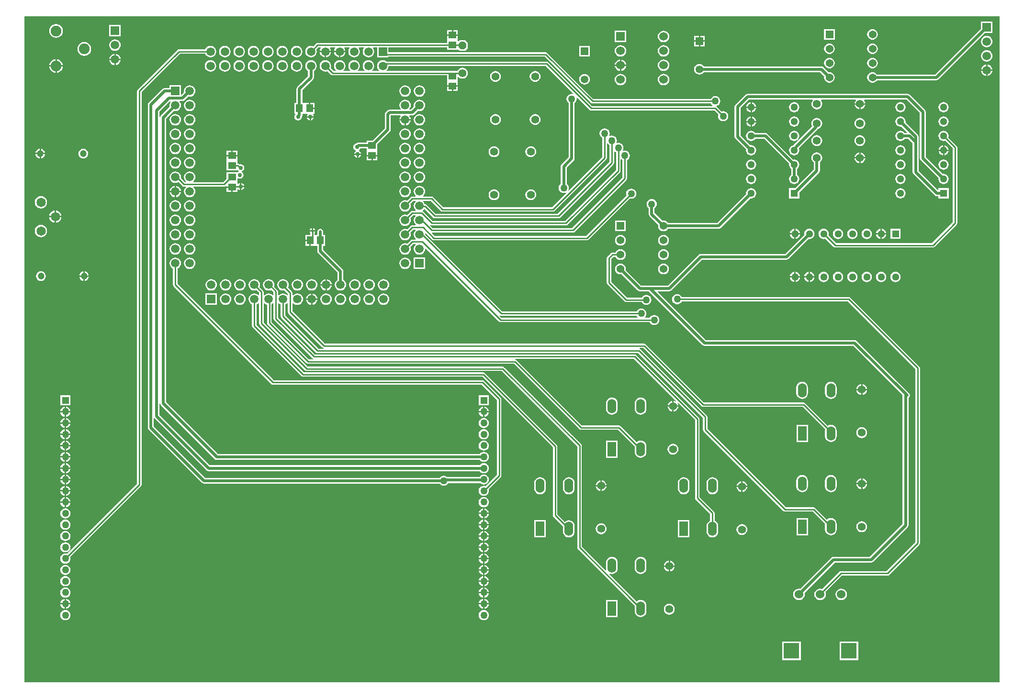
<source format=gbl>
G04*
G04 #@! TF.GenerationSoftware,Altium Limited,Altium Designer,20.0.9 (164)*
G04*
G04 Layer_Physical_Order=2*
G04 Layer_Color=16711680*
%FSLAX25Y25*%
%MOIN*%
G70*
G01*
G75*
%ADD12C,0.01000*%
%ADD16R,0.04724X0.05512*%
%ADD17R,0.05512X0.04724*%
%ADD35R,0.06000X0.06000*%
%ADD36C,0.06000*%
%ADD55C,0.02000*%
%ADD56C,0.05512*%
%ADD57P,0.05966X8X292.5*%
%ADD58C,0.05906*%
%ADD59R,0.05906X0.05906*%
%ADD60C,0.07500*%
%ADD61C,0.05315*%
%ADD62R,0.05315X0.05315*%
%ADD63C,0.06500*%
%ADD64R,0.11000X0.11000*%
%ADD65C,0.05400*%
%ADD66R,0.05400X0.05400*%
%ADD67R,0.05100X0.05100*%
%ADD68C,0.05100*%
%ADD69R,0.05100X0.05100*%
%ADD70C,0.04724*%
%ADD71R,0.05906X0.05906*%
%ADD72C,0.05000*%
%ADD73R,0.05000X0.05000*%
%ADD74R,0.06000X0.10000*%
%ADD75O,0.06000X0.10000*%
%ADD76C,0.03000*%
%ADD77C,0.02000*%
G36*
X679000Y38D02*
X678973Y27D01*
X311D01*
X-42Y381D01*
X0Y464000D01*
X679000D01*
Y38D01*
D02*
G37*
%LPC*%
G36*
X301756Y454405D02*
X298500D01*
Y451543D01*
X301756D01*
Y454405D01*
D02*
G37*
G36*
X297500D02*
X294244D01*
Y451543D01*
X297500D01*
Y454405D01*
D02*
G37*
G36*
X66953Y457953D02*
X59047D01*
Y450047D01*
X66953D01*
Y457953D01*
D02*
G37*
G36*
X22000Y458700D02*
X20760Y458537D01*
X19604Y458059D01*
X18612Y457297D01*
X17851Y456305D01*
X17372Y455149D01*
X17209Y453909D01*
X17372Y452669D01*
X17851Y451514D01*
X18612Y450522D01*
X19604Y449760D01*
X20760Y449282D01*
X22000Y449119D01*
X23240Y449282D01*
X24396Y449760D01*
X25388Y450522D01*
X26149Y451514D01*
X26628Y452669D01*
X26791Y453909D01*
X26628Y455149D01*
X26149Y456305D01*
X25388Y457297D01*
X24396Y458059D01*
X23240Y458537D01*
X22000Y458700D01*
D02*
G37*
G36*
X564200Y455200D02*
X556800D01*
Y447800D01*
X564200D01*
Y455200D01*
D02*
G37*
G36*
X590500Y455232D02*
X589534Y455105D01*
X588634Y454732D01*
X587861Y454139D01*
X587268Y453366D01*
X586895Y452466D01*
X586768Y451500D01*
X586895Y450534D01*
X587268Y449634D01*
X587861Y448861D01*
X588634Y448268D01*
X589534Y447895D01*
X590500Y447768D01*
X591466Y447895D01*
X592366Y448268D01*
X593139Y448861D01*
X593732Y449634D01*
X594105Y450534D01*
X594232Y451500D01*
X594105Y452466D01*
X593732Y453366D01*
X593139Y454139D01*
X592366Y454732D01*
X591466Y455105D01*
X590500Y455232D01*
D02*
G37*
G36*
X473658Y450500D02*
X470500D01*
Y447342D01*
X473658D01*
Y450500D01*
D02*
G37*
G36*
X469500D02*
X466342D01*
Y447342D01*
X469500D01*
Y450500D01*
D02*
G37*
G36*
X419000Y454000D02*
X411000D01*
Y446000D01*
X419000D01*
Y454000D01*
D02*
G37*
G36*
X445000Y454035D02*
X443956Y453897D01*
X442983Y453494D01*
X442147Y452853D01*
X441506Y452017D01*
X441103Y451044D01*
X440966Y450000D01*
X441103Y448956D01*
X441506Y447983D01*
X442147Y447147D01*
X442983Y446506D01*
X443956Y446103D01*
X445000Y445965D01*
X446044Y446103D01*
X447017Y446506D01*
X447853Y447147D01*
X448494Y447983D01*
X448897Y448956D01*
X449035Y450000D01*
X448897Y451044D01*
X448494Y452017D01*
X447853Y452853D01*
X447017Y453494D01*
X446044Y453897D01*
X445000Y454035D01*
D02*
G37*
G36*
X473658Y446343D02*
X470500D01*
Y443185D01*
X473658D01*
Y446343D01*
D02*
G37*
G36*
X469500D02*
X466342D01*
Y443185D01*
X469500D01*
Y446343D01*
D02*
G37*
G36*
X301756Y450543D02*
X298000D01*
X294244D01*
Y447819D01*
X294244Y447681D01*
Y447319D01*
X294244Y447181D01*
Y445529D01*
X204000D01*
X203415Y445413D01*
X202919Y445081D01*
X200996Y443159D01*
X200532Y443351D01*
X199500Y443487D01*
X198468Y443351D01*
X197507Y442953D01*
X196681Y442319D01*
X196047Y441493D01*
X195649Y440532D01*
X195513Y439500D01*
X195649Y438468D01*
X196047Y437507D01*
X196681Y436681D01*
X197507Y436047D01*
X198468Y435649D01*
X199500Y435513D01*
X200532Y435649D01*
X201493Y436047D01*
X202319Y436681D01*
X202953Y437507D01*
X203351Y438468D01*
X203487Y439500D01*
X203351Y440532D01*
X203159Y440996D01*
X204633Y442471D01*
X206167D01*
X206413Y441971D01*
X206047Y441493D01*
X205649Y440532D01*
X205579Y440000D01*
X209500D01*
X213421D01*
X213351Y440532D01*
X212953Y441493D01*
X212587Y441971D01*
X212833Y442471D01*
X216167D01*
X216413Y441971D01*
X216047Y441493D01*
X215649Y440532D01*
X215579Y440000D01*
X219500D01*
X223421D01*
X223351Y440532D01*
X222953Y441493D01*
X222587Y441971D01*
X222833Y442471D01*
X226167D01*
X226413Y441971D01*
X226047Y441493D01*
X225649Y440532D01*
X225513Y439500D01*
X225649Y438468D01*
X226047Y437507D01*
X226681Y436681D01*
X227507Y436047D01*
X228468Y435649D01*
X229500Y435513D01*
X230532Y435649D01*
X231493Y436047D01*
X232319Y436681D01*
X232953Y437507D01*
X233351Y438468D01*
X233487Y439500D01*
X233351Y440532D01*
X232953Y441493D01*
X232587Y441971D01*
X232833Y442471D01*
X236167D01*
X236413Y441971D01*
X236047Y441493D01*
X235649Y440532D01*
X235513Y439500D01*
X235649Y438468D01*
X236047Y437507D01*
X236681Y436681D01*
X237507Y436047D01*
X238468Y435649D01*
X239500Y435513D01*
X240532Y435649D01*
X241493Y436047D01*
X242319Y436681D01*
X242953Y437507D01*
X243351Y438468D01*
X243487Y439500D01*
X243351Y440532D01*
X242953Y441493D01*
X242587Y441971D01*
X242833Y442471D01*
X245547D01*
Y435547D01*
X253453D01*
Y435971D01*
X362367D01*
X394419Y403919D01*
X394915Y403587D01*
X395500Y403471D01*
X477845D01*
X477943Y403235D01*
X478504Y402504D01*
X479122Y402029D01*
X478993Y401529D01*
X395133D01*
X364581Y432081D01*
X364085Y432413D01*
X363500Y432529D01*
X252327D01*
X252103Y432485D01*
X251493Y432953D01*
X250532Y433351D01*
X249500Y433487D01*
X248468Y433351D01*
X247507Y432953D01*
X246681Y432319D01*
X246047Y431493D01*
X245649Y430532D01*
X245513Y429500D01*
X245649Y428468D01*
X246047Y427507D01*
X246681Y426681D01*
X246878Y426529D01*
X246708Y426029D01*
X242291D01*
X242122Y426529D01*
X242319Y426681D01*
X242953Y427507D01*
X243351Y428468D01*
X243487Y429500D01*
X243351Y430532D01*
X242953Y431493D01*
X242319Y432319D01*
X241493Y432953D01*
X240532Y433351D01*
X239500Y433487D01*
X238468Y433351D01*
X237507Y432953D01*
X236681Y432319D01*
X236047Y431493D01*
X235649Y430532D01*
X235513Y429500D01*
X235649Y428468D01*
X236047Y427507D01*
X236681Y426681D01*
X236878Y426529D01*
X236708Y426029D01*
X232292D01*
X232122Y426529D01*
X232319Y426681D01*
X232953Y427507D01*
X233351Y428468D01*
X233487Y429500D01*
X233351Y430532D01*
X232953Y431493D01*
X232319Y432319D01*
X231493Y432953D01*
X230532Y433351D01*
X229500Y433487D01*
X228468Y433351D01*
X227507Y432953D01*
X226681Y432319D01*
X226047Y431493D01*
X225649Y430532D01*
X225513Y429500D01*
X225649Y428468D01*
X226047Y427507D01*
X226681Y426681D01*
X226878Y426529D01*
X226709Y426029D01*
X222291D01*
X222122Y426529D01*
X222319Y426681D01*
X222953Y427507D01*
X223351Y428468D01*
X223487Y429500D01*
X223351Y430532D01*
X222953Y431493D01*
X222319Y432319D01*
X221493Y432953D01*
X220532Y433351D01*
X219500Y433487D01*
X218468Y433351D01*
X217507Y432953D01*
X216681Y432319D01*
X216047Y431493D01*
X215649Y430532D01*
X215513Y429500D01*
X215649Y428468D01*
X216047Y427507D01*
X216681Y426681D01*
X216878Y426529D01*
X216708Y426029D01*
X215134D01*
X213159Y428004D01*
X213351Y428468D01*
X213487Y429500D01*
X213351Y430532D01*
X212953Y431493D01*
X212319Y432319D01*
X211493Y432953D01*
X210532Y433351D01*
X209500Y433487D01*
X208468Y433351D01*
X207507Y432953D01*
X206681Y432319D01*
X206047Y431493D01*
X205649Y430532D01*
X205513Y429500D01*
X205649Y428468D01*
X206047Y427507D01*
X206681Y426681D01*
X207507Y426047D01*
X208468Y425649D01*
X209500Y425513D01*
X210532Y425649D01*
X210996Y425841D01*
X213419Y423419D01*
X213915Y423087D01*
X214500Y422971D01*
X294244D01*
Y419362D01*
X294244Y419224D01*
Y418862D01*
X294244Y418724D01*
Y416000D01*
X298000D01*
X301756D01*
Y418724D01*
X301756Y418862D01*
Y419224D01*
X301756Y419362D01*
Y421780D01*
X302229Y421941D01*
X302321Y421821D01*
X303106Y421219D01*
X304019Y420841D01*
X305000Y420712D01*
X305980Y420841D01*
X306894Y421219D01*
X307679Y421821D01*
X308281Y422606D01*
X308659Y423520D01*
X308788Y424500D01*
X308659Y425481D01*
X308281Y426394D01*
X307679Y427179D01*
X306894Y427781D01*
X305980Y428159D01*
X305000Y428288D01*
X304019Y428159D01*
X303106Y427781D01*
X302321Y427179D01*
X301719Y426394D01*
X301568Y426029D01*
X252291D01*
X252122Y426529D01*
X252319Y426681D01*
X252953Y427507D01*
X253351Y428468D01*
X253483Y429471D01*
X362866D01*
X381924Y410413D01*
X381691Y409939D01*
X381000Y410030D01*
X380086Y409910D01*
X379235Y409557D01*
X378504Y408996D01*
X377943Y408265D01*
X377590Y407414D01*
X377470Y406500D01*
X377590Y405586D01*
X377943Y404735D01*
X378504Y404004D01*
X378961Y403653D01*
Y365845D01*
X374058Y360942D01*
X373616Y360280D01*
X373461Y359500D01*
Y347347D01*
X373004Y346996D01*
X372443Y346265D01*
X372090Y345414D01*
X371970Y344500D01*
X372090Y343586D01*
X372443Y342735D01*
X373004Y342004D01*
X373735Y341443D01*
X374586Y341090D01*
X375500Y340970D01*
X376414Y341090D01*
X376937Y341307D01*
X377220Y340883D01*
X367367Y331029D01*
X291634D01*
X284581Y338081D01*
X284085Y338413D01*
X283500Y338529D01*
X277792D01*
X277622Y339029D01*
X277819Y339181D01*
X278453Y340007D01*
X278851Y340968D01*
X278987Y342000D01*
X278851Y343032D01*
X278453Y343993D01*
X277819Y344819D01*
X276993Y345453D01*
X276032Y345851D01*
X275000Y345987D01*
X273968Y345851D01*
X273007Y345453D01*
X272181Y344819D01*
X271547Y343993D01*
X271149Y343032D01*
X271013Y342000D01*
X271149Y340968D01*
X271547Y340007D01*
X272181Y339181D01*
X272378Y339029D01*
X272208Y338529D01*
X270000D01*
X269415Y338413D01*
X268919Y338081D01*
X266496Y335659D01*
X266032Y335851D01*
X265000Y335987D01*
X263968Y335851D01*
X263007Y335453D01*
X262181Y334819D01*
X261547Y333993D01*
X261149Y333032D01*
X261013Y332000D01*
X261149Y330968D01*
X261547Y330007D01*
X262181Y329181D01*
X263007Y328547D01*
X263968Y328149D01*
X265000Y328013D01*
X266032Y328149D01*
X266993Y328547D01*
X267819Y329181D01*
X268453Y330007D01*
X268851Y330968D01*
X268987Y332000D01*
X268851Y333032D01*
X268659Y333496D01*
X270634Y335471D01*
X272208D01*
X272378Y334971D01*
X272181Y334819D01*
X271547Y333993D01*
X271149Y333032D01*
X271013Y332000D01*
X271149Y330968D01*
X271547Y330007D01*
X272181Y329181D01*
X272378Y329029D01*
X272208Y328529D01*
X270000D01*
X269415Y328413D01*
X268919Y328081D01*
X266496Y325659D01*
X266032Y325851D01*
X265000Y325987D01*
X263968Y325851D01*
X263007Y325453D01*
X262181Y324819D01*
X261547Y323993D01*
X261149Y323032D01*
X261013Y322000D01*
X261149Y320968D01*
X261547Y320007D01*
X262181Y319181D01*
X263007Y318547D01*
X263968Y318149D01*
X265000Y318013D01*
X266032Y318149D01*
X266993Y318547D01*
X267819Y319181D01*
X268453Y320007D01*
X268851Y320968D01*
X268987Y322000D01*
X268851Y323032D01*
X268659Y323496D01*
X270634Y325471D01*
X272208D01*
X272378Y324971D01*
X272181Y324819D01*
X271547Y323993D01*
X271149Y323032D01*
X271013Y322000D01*
X271149Y320968D01*
X271547Y320007D01*
X272181Y319181D01*
X272378Y319029D01*
X272208Y318529D01*
X270000D01*
X269415Y318413D01*
X268919Y318081D01*
X266496Y315659D01*
X266032Y315851D01*
X265000Y315987D01*
X263968Y315851D01*
X263007Y315453D01*
X262181Y314819D01*
X261547Y313993D01*
X261149Y313032D01*
X261013Y312000D01*
X261149Y310968D01*
X261547Y310007D01*
X262181Y309181D01*
X263007Y308547D01*
X263968Y308149D01*
X265000Y308013D01*
X266032Y308149D01*
X266993Y308547D01*
X267819Y309181D01*
X268453Y310007D01*
X268851Y310968D01*
X268987Y312000D01*
X268851Y313032D01*
X268659Y313496D01*
X270634Y315471D01*
X272208D01*
X272378Y314971D01*
X272181Y314819D01*
X271547Y313993D01*
X271149Y313032D01*
X271013Y312000D01*
X271149Y310968D01*
X271547Y310007D01*
X272181Y309181D01*
X272378Y309029D01*
X272208Y308529D01*
X270000D01*
X269415Y308413D01*
X268919Y308081D01*
X266496Y305659D01*
X266032Y305851D01*
X265000Y305987D01*
X263968Y305851D01*
X263007Y305453D01*
X262181Y304819D01*
X261547Y303993D01*
X261149Y303032D01*
X261013Y302000D01*
X261149Y300968D01*
X261547Y300007D01*
X262181Y299181D01*
X263007Y298547D01*
X263968Y298149D01*
X265000Y298013D01*
X266032Y298149D01*
X266993Y298547D01*
X267819Y299181D01*
X268453Y300007D01*
X268851Y300968D01*
X268987Y302000D01*
X268851Y303032D01*
X268659Y303496D01*
X270634Y305471D01*
X272208D01*
X272378Y304971D01*
X272181Y304819D01*
X271547Y303993D01*
X271149Y303032D01*
X271013Y302000D01*
X271149Y300968D01*
X271547Y300007D01*
X272181Y299181D01*
X273007Y298547D01*
X273968Y298149D01*
X275000Y298013D01*
X276032Y298149D01*
X276993Y298547D01*
X277819Y299181D01*
X278453Y300007D01*
X278851Y300968D01*
X278987Y302000D01*
X278959Y302208D01*
X279408Y302429D01*
X330419Y251419D01*
X330915Y251087D01*
X331500Y250971D01*
X435345D01*
X435443Y250735D01*
X436004Y250004D01*
X436735Y249443D01*
X437586Y249090D01*
X438500Y248970D01*
X439414Y249090D01*
X440265Y249443D01*
X440996Y250004D01*
X441557Y250735D01*
X441910Y251586D01*
X442030Y252500D01*
X441910Y253414D01*
X441557Y254265D01*
X440996Y254996D01*
X440265Y255557D01*
X439414Y255910D01*
X438500Y256030D01*
X437586Y255910D01*
X436735Y255557D01*
X436004Y254996D01*
X435443Y254265D01*
X435345Y254029D01*
X432156D01*
X432044Y254358D01*
X432016Y254529D01*
X432557Y255235D01*
X432910Y256086D01*
X433030Y257000D01*
X432910Y257914D01*
X432557Y258765D01*
X431996Y259496D01*
X431265Y260057D01*
X430414Y260410D01*
X429500Y260530D01*
X428586Y260410D01*
X427735Y260057D01*
X427004Y259496D01*
X426443Y258765D01*
X426345Y258529D01*
X332633D01*
X279020Y312143D01*
X278963Y312181D01*
X278889Y312741D01*
X279363Y312974D01*
X283919Y308419D01*
X284415Y308087D01*
X285000Y307971D01*
X391500D01*
X392085Y308087D01*
X392581Y308419D01*
X421351Y337188D01*
X421586Y337090D01*
X422500Y336970D01*
X423414Y337090D01*
X424265Y337443D01*
X424996Y338004D01*
X425557Y338735D01*
X425910Y339586D01*
X426030Y340500D01*
X425910Y341414D01*
X425557Y342265D01*
X424996Y342996D01*
X424265Y343557D01*
X423414Y343910D01*
X422500Y344030D01*
X421586Y343910D01*
X420735Y343557D01*
X420004Y342996D01*
X419443Y342265D01*
X419090Y341414D01*
X418970Y340500D01*
X419090Y339586D01*
X419188Y339351D01*
X390866Y311029D01*
X285633D01*
X283692Y312971D01*
X283899Y313471D01*
X382000D01*
X382585Y313587D01*
X383081Y313919D01*
X419081Y349919D01*
X419413Y350415D01*
X419529Y351000D01*
Y363845D01*
X419765Y363943D01*
X420496Y364504D01*
X421057Y365235D01*
X421410Y366086D01*
X421530Y367000D01*
X421410Y367914D01*
X421057Y368765D01*
X420496Y369496D01*
X419765Y370057D01*
X418914Y370410D01*
X418000Y370530D01*
X417086Y370410D01*
X416869Y370320D01*
X416554Y370731D01*
X416557Y370735D01*
X416910Y371586D01*
X417030Y372500D01*
X416910Y373414D01*
X416557Y374265D01*
X415996Y374996D01*
X415265Y375557D01*
X414414Y375910D01*
X413500Y376030D01*
X412676Y375922D01*
X412451Y376115D01*
X412306Y376335D01*
X412410Y376586D01*
X412530Y377500D01*
X412410Y378414D01*
X412057Y379265D01*
X411496Y379996D01*
X410765Y380557D01*
X409914Y380910D01*
X409000Y381030D01*
X408086Y380910D01*
X407585Y380702D01*
X407202Y381085D01*
X407410Y381586D01*
X407530Y382500D01*
X407410Y383414D01*
X407057Y384265D01*
X406496Y384996D01*
X405765Y385557D01*
X404914Y385910D01*
X404000Y386030D01*
X403086Y385910D01*
X402235Y385557D01*
X401504Y384996D01*
X400943Y384265D01*
X400590Y383414D01*
X400470Y382500D01*
X400590Y381586D01*
X400943Y380735D01*
X401504Y380004D01*
X402235Y379443D01*
X402471Y379345D01*
Y366133D01*
X379117Y342780D01*
X378693Y343063D01*
X378910Y343586D01*
X379030Y344500D01*
X378910Y345414D01*
X378557Y346265D01*
X377996Y346996D01*
X377539Y347347D01*
Y358655D01*
X382442Y363558D01*
X382442Y363558D01*
X382884Y364220D01*
X383039Y365000D01*
Y403653D01*
X383496Y404004D01*
X384057Y404735D01*
X384410Y405586D01*
X384530Y406500D01*
X384439Y407191D01*
X384913Y407424D01*
X393419Y398919D01*
X393915Y398587D01*
X394500Y398471D01*
X480367D01*
X483188Y395649D01*
X483090Y395414D01*
X482970Y394500D01*
X483090Y393586D01*
X483443Y392735D01*
X484004Y392004D01*
X484735Y391443D01*
X485586Y391090D01*
X486500Y390970D01*
X487414Y391090D01*
X488265Y391443D01*
X488996Y392004D01*
X489557Y392735D01*
X489910Y393586D01*
X490030Y394500D01*
X489910Y395414D01*
X489557Y396265D01*
X488996Y396996D01*
X488265Y397557D01*
X487414Y397910D01*
X486500Y398030D01*
X485586Y397910D01*
X485351Y397812D01*
X482081Y401081D01*
X482023Y401120D01*
X482016Y401153D01*
X482103Y401669D01*
X482765Y401943D01*
X483496Y402504D01*
X484057Y403235D01*
X484410Y404086D01*
X484530Y405000D01*
X484410Y405914D01*
X484057Y406765D01*
X483496Y407496D01*
X482765Y408057D01*
X481914Y408410D01*
X481000Y408530D01*
X480086Y408410D01*
X479235Y408057D01*
X478504Y407496D01*
X477943Y406765D01*
X477845Y406529D01*
X396133D01*
X364081Y438581D01*
X363585Y438913D01*
X363000Y439029D01*
X253453D01*
Y442471D01*
X294244D01*
Y440594D01*
X301756D01*
Y440669D01*
X302218Y440861D01*
X303122Y439957D01*
X306878D01*
X308756Y441835D01*
Y445590D01*
X306878Y447469D01*
X303122D01*
X302218Y446564D01*
X301756Y446756D01*
X301756Y447681D01*
X301756Y447819D01*
Y450543D01*
D02*
G37*
G36*
X670000Y450487D02*
X668968Y450351D01*
X668007Y449953D01*
X667181Y449319D01*
X666547Y448493D01*
X666149Y447532D01*
X666013Y446500D01*
X666149Y445468D01*
X666547Y444507D01*
X667181Y443681D01*
X668007Y443047D01*
X668968Y442649D01*
X670000Y442513D01*
X671032Y442649D01*
X671993Y443047D01*
X672819Y443681D01*
X673453Y444507D01*
X673851Y445468D01*
X673987Y446500D01*
X673851Y447532D01*
X673453Y448493D01*
X672819Y449319D01*
X671993Y449953D01*
X671032Y450351D01*
X670000Y450487D01*
D02*
G37*
G36*
X63000Y447987D02*
X61968Y447851D01*
X61007Y447453D01*
X60181Y446819D01*
X59547Y445993D01*
X59149Y445032D01*
X59013Y444000D01*
X59149Y442968D01*
X59547Y442007D01*
X60181Y441181D01*
X61007Y440547D01*
X61968Y440149D01*
X63000Y440013D01*
X64032Y440149D01*
X64993Y440547D01*
X65819Y441181D01*
X66453Y442007D01*
X66851Y442968D01*
X66987Y444000D01*
X66851Y445032D01*
X66453Y445993D01*
X65819Y446819D01*
X64993Y447453D01*
X64032Y447851D01*
X63000Y447987D01*
D02*
G37*
G36*
X590500Y445232D02*
X589534Y445105D01*
X588634Y444732D01*
X587861Y444139D01*
X587268Y443366D01*
X586895Y442466D01*
X586768Y441500D01*
X586895Y440534D01*
X587268Y439634D01*
X587861Y438861D01*
X588634Y438268D01*
X589534Y437895D01*
X590500Y437768D01*
X591466Y437895D01*
X592366Y438268D01*
X593139Y438861D01*
X593732Y439634D01*
X594105Y440534D01*
X594232Y441500D01*
X594105Y442466D01*
X593732Y443366D01*
X593139Y444139D01*
X592366Y444732D01*
X591466Y445105D01*
X590500Y445232D01*
D02*
G37*
G36*
X560500D02*
X559534Y445105D01*
X558634Y444732D01*
X557861Y444139D01*
X557268Y443366D01*
X556895Y442466D01*
X556768Y441500D01*
X556895Y440534D01*
X557268Y439634D01*
X557861Y438861D01*
X558634Y438268D01*
X559534Y437895D01*
X560500Y437768D01*
X561466Y437895D01*
X562366Y438268D01*
X563139Y438861D01*
X563732Y439634D01*
X564105Y440534D01*
X564232Y441500D01*
X564105Y442466D01*
X563732Y443366D01*
X563139Y444139D01*
X562366Y444732D01*
X561466Y445105D01*
X560500Y445232D01*
D02*
G37*
G36*
X41685Y446102D02*
X40445Y445939D01*
X39290Y445460D01*
X38297Y444699D01*
X37536Y443707D01*
X37057Y442551D01*
X36894Y441311D01*
X37057Y440071D01*
X37536Y438915D01*
X38297Y437923D01*
X39290Y437162D01*
X40445Y436683D01*
X41685Y436520D01*
X42925Y436683D01*
X44080Y437162D01*
X45073Y437923D01*
X45834Y438915D01*
X46313Y440071D01*
X46476Y441311D01*
X46313Y442551D01*
X45834Y443707D01*
X45073Y444699D01*
X44080Y445460D01*
X42925Y445939D01*
X41685Y446102D01*
D02*
G37*
G36*
X393657Y443500D02*
X386343D01*
Y436185D01*
X393657D01*
Y443500D01*
D02*
G37*
G36*
X445000Y444034D02*
X443956Y443897D01*
X442983Y443494D01*
X442147Y442853D01*
X441506Y442017D01*
X441103Y441044D01*
X440966Y440000D01*
X441103Y438956D01*
X441506Y437983D01*
X442147Y437147D01*
X442983Y436506D01*
X443956Y436103D01*
X445000Y435965D01*
X446044Y436103D01*
X447017Y436506D01*
X447853Y437147D01*
X448494Y437983D01*
X448897Y438956D01*
X449035Y440000D01*
X448897Y441044D01*
X448494Y442017D01*
X447853Y442853D01*
X447017Y443494D01*
X446044Y443897D01*
X445000Y444034D01*
D02*
G37*
G36*
X415000D02*
X413956Y443897D01*
X412983Y443494D01*
X412147Y442853D01*
X411506Y442017D01*
X411103Y441044D01*
X410965Y440000D01*
X411103Y438956D01*
X411506Y437983D01*
X412147Y437147D01*
X412983Y436506D01*
X413956Y436103D01*
X415000Y435965D01*
X416044Y436103D01*
X417017Y436506D01*
X417853Y437147D01*
X418494Y437983D01*
X418897Y438956D01*
X419034Y440000D01*
X418897Y441044D01*
X418494Y442017D01*
X417853Y442853D01*
X417017Y443494D01*
X416044Y443897D01*
X415000Y444034D01*
D02*
G37*
G36*
X223421Y439000D02*
X220000D01*
Y435579D01*
X220532Y435649D01*
X221493Y436047D01*
X222319Y436681D01*
X222953Y437507D01*
X223351Y438468D01*
X223421Y439000D01*
D02*
G37*
G36*
X213421D02*
X210000D01*
Y435579D01*
X210532Y435649D01*
X211493Y436047D01*
X212319Y436681D01*
X212953Y437507D01*
X213351Y438468D01*
X213421Y439000D01*
D02*
G37*
G36*
X219000D02*
X215579D01*
X215649Y438468D01*
X216047Y437507D01*
X216681Y436681D01*
X217507Y436047D01*
X218468Y435649D01*
X219000Y435579D01*
Y439000D01*
D02*
G37*
G36*
X209000D02*
X205579D01*
X205649Y438468D01*
X206047Y437507D01*
X206681Y436681D01*
X207507Y436047D01*
X208468Y435649D01*
X209000Y435579D01*
Y439000D01*
D02*
G37*
G36*
X189500Y443487D02*
X188468Y443351D01*
X187507Y442953D01*
X186681Y442319D01*
X186047Y441493D01*
X185649Y440532D01*
X185513Y439500D01*
X185649Y438468D01*
X186047Y437507D01*
X186681Y436681D01*
X187507Y436047D01*
X188468Y435649D01*
X189500Y435513D01*
X190532Y435649D01*
X191493Y436047D01*
X192319Y436681D01*
X192953Y437507D01*
X193351Y438468D01*
X193487Y439500D01*
X193351Y440532D01*
X192953Y441493D01*
X192319Y442319D01*
X191493Y442953D01*
X190532Y443351D01*
X189500Y443487D01*
D02*
G37*
G36*
X179500D02*
X178468Y443351D01*
X177507Y442953D01*
X176681Y442319D01*
X176047Y441493D01*
X175649Y440532D01*
X175513Y439500D01*
X175649Y438468D01*
X176047Y437507D01*
X176681Y436681D01*
X177507Y436047D01*
X178468Y435649D01*
X179500Y435513D01*
X180532Y435649D01*
X181493Y436047D01*
X182319Y436681D01*
X182953Y437507D01*
X183351Y438468D01*
X183487Y439500D01*
X183351Y440532D01*
X182953Y441493D01*
X182319Y442319D01*
X181493Y442953D01*
X180532Y443351D01*
X179500Y443487D01*
D02*
G37*
G36*
X169500D02*
X168468Y443351D01*
X167507Y442953D01*
X166681Y442319D01*
X166047Y441493D01*
X165649Y440532D01*
X165513Y439500D01*
X165649Y438468D01*
X166047Y437507D01*
X166681Y436681D01*
X167507Y436047D01*
X168468Y435649D01*
X169500Y435513D01*
X170532Y435649D01*
X171493Y436047D01*
X172319Y436681D01*
X172953Y437507D01*
X173351Y438468D01*
X173487Y439500D01*
X173351Y440532D01*
X172953Y441493D01*
X172319Y442319D01*
X171493Y442953D01*
X170532Y443351D01*
X169500Y443487D01*
D02*
G37*
G36*
X159500D02*
X158468Y443351D01*
X157507Y442953D01*
X156681Y442319D01*
X156047Y441493D01*
X155649Y440532D01*
X155513Y439500D01*
X155649Y438468D01*
X156047Y437507D01*
X156681Y436681D01*
X157507Y436047D01*
X158468Y435649D01*
X159500Y435513D01*
X160532Y435649D01*
X161493Y436047D01*
X162319Y436681D01*
X162953Y437507D01*
X163351Y438468D01*
X163487Y439500D01*
X163351Y440532D01*
X162953Y441493D01*
X162319Y442319D01*
X161493Y442953D01*
X160532Y443351D01*
X159500Y443487D01*
D02*
G37*
G36*
X149500D02*
X148468Y443351D01*
X147507Y442953D01*
X146681Y442319D01*
X146047Y441493D01*
X145649Y440532D01*
X145513Y439500D01*
X145649Y438468D01*
X146047Y437507D01*
X146681Y436681D01*
X147507Y436047D01*
X148468Y435649D01*
X149500Y435513D01*
X150532Y435649D01*
X151493Y436047D01*
X152319Y436681D01*
X152953Y437507D01*
X153351Y438468D01*
X153487Y439500D01*
X153351Y440532D01*
X152953Y441493D01*
X152319Y442319D01*
X151493Y442953D01*
X150532Y443351D01*
X149500Y443487D01*
D02*
G37*
G36*
X139500D02*
X138468Y443351D01*
X137507Y442953D01*
X136681Y442319D01*
X136047Y441493D01*
X135649Y440532D01*
X135513Y439500D01*
X135649Y438468D01*
X136047Y437507D01*
X136681Y436681D01*
X137507Y436047D01*
X138468Y435649D01*
X139500Y435513D01*
X140532Y435649D01*
X141493Y436047D01*
X142319Y436681D01*
X142953Y437507D01*
X143351Y438468D01*
X143487Y439500D01*
X143351Y440532D01*
X142953Y441493D01*
X142319Y442319D01*
X141493Y442953D01*
X140532Y443351D01*
X139500Y443487D01*
D02*
G37*
G36*
X129500D02*
X128468Y443351D01*
X127507Y442953D01*
X126681Y442319D01*
X126047Y441493D01*
X125891Y441115D01*
X107586D01*
X107001Y440999D01*
X106504Y440667D01*
X78919Y413081D01*
X78587Y412585D01*
X78471Y412000D01*
Y138397D01*
X29649Y89576D01*
X29414Y89674D01*
X28500Y89794D01*
X27586Y89674D01*
X26735Y89321D01*
X26004Y88760D01*
X25443Y88029D01*
X25090Y87177D01*
X24970Y86264D01*
X25090Y85350D01*
X25443Y84499D01*
X26004Y83767D01*
X26735Y83206D01*
X27586Y82854D01*
X28500Y82734D01*
X29414Y82854D01*
X30265Y83206D01*
X30996Y83767D01*
X31557Y84499D01*
X31910Y85350D01*
X32030Y86264D01*
X31910Y87177D01*
X31812Y87413D01*
X81081Y136682D01*
X81413Y137178D01*
X81529Y137764D01*
Y411367D01*
X108219Y438056D01*
X125820D01*
X126047Y437507D01*
X126681Y436681D01*
X127507Y436047D01*
X128468Y435649D01*
X129500Y435513D01*
X130532Y435649D01*
X131493Y436047D01*
X132319Y436681D01*
X132953Y437507D01*
X133351Y438468D01*
X133487Y439500D01*
X133351Y440532D01*
X132953Y441493D01*
X132319Y442319D01*
X131493Y442953D01*
X130532Y443351D01*
X129500Y443487D01*
D02*
G37*
G36*
X63500Y437921D02*
Y434500D01*
X66921D01*
X66851Y435032D01*
X66453Y435993D01*
X65819Y436819D01*
X64993Y437453D01*
X64032Y437851D01*
X63500Y437921D01*
D02*
G37*
G36*
X62500D02*
X61968Y437851D01*
X61007Y437453D01*
X60181Y436819D01*
X59547Y435993D01*
X59149Y435032D01*
X59079Y434500D01*
X62500D01*
Y437921D01*
D02*
G37*
G36*
X670000Y440487D02*
X668968Y440351D01*
X668007Y439953D01*
X667181Y439319D01*
X666547Y438493D01*
X666149Y437532D01*
X666013Y436500D01*
X666149Y435468D01*
X666547Y434507D01*
X667181Y433681D01*
X668007Y433047D01*
X668968Y432649D01*
X670000Y432513D01*
X671032Y432649D01*
X671993Y433047D01*
X672819Y433681D01*
X673453Y434507D01*
X673851Y435468D01*
X673987Y436500D01*
X673851Y437532D01*
X673453Y438493D01*
X672819Y439319D01*
X671993Y439953D01*
X671032Y440351D01*
X670000Y440487D01*
D02*
G37*
G36*
X415500Y433969D02*
Y430500D01*
X418969D01*
X418897Y431044D01*
X418494Y432017D01*
X417853Y432853D01*
X417017Y433494D01*
X416044Y433897D01*
X415500Y433969D01*
D02*
G37*
G36*
X414500D02*
X413956Y433897D01*
X412983Y433494D01*
X412147Y432853D01*
X411506Y432017D01*
X411103Y431044D01*
X411031Y430500D01*
X414500D01*
Y433969D01*
D02*
G37*
G36*
X66921Y433500D02*
X63500D01*
Y430079D01*
X64032Y430149D01*
X64993Y430547D01*
X65819Y431181D01*
X66453Y432007D01*
X66851Y432968D01*
X66921Y433500D01*
D02*
G37*
G36*
X62500D02*
X59079D01*
X59149Y432968D01*
X59547Y432007D01*
X60181Y431181D01*
X61007Y430547D01*
X61968Y430149D01*
X62500Y430079D01*
Y433500D01*
D02*
G37*
G36*
X22500Y434225D02*
Y430000D01*
X26725D01*
X26628Y430740D01*
X26149Y431895D01*
X25388Y432888D01*
X24396Y433649D01*
X23240Y434128D01*
X22500Y434225D01*
D02*
G37*
G36*
X21500D02*
X20760Y434128D01*
X19604Y433649D01*
X18612Y432888D01*
X17851Y431895D01*
X17372Y430740D01*
X17275Y430000D01*
X21500D01*
Y434225D01*
D02*
G37*
G36*
X590500Y435232D02*
X589534Y435105D01*
X588634Y434732D01*
X587861Y434139D01*
X587268Y433366D01*
X586895Y432466D01*
X586768Y431500D01*
X586895Y430534D01*
X587268Y429634D01*
X587861Y428861D01*
X588634Y428268D01*
X589534Y427895D01*
X590500Y427768D01*
X591466Y427895D01*
X592366Y428268D01*
X593139Y428861D01*
X593732Y429634D01*
X594105Y430534D01*
X594232Y431500D01*
X594105Y432466D01*
X593732Y433366D01*
X593139Y434139D01*
X592366Y434732D01*
X591466Y435105D01*
X590500Y435232D01*
D02*
G37*
G36*
X560500D02*
X559534Y435105D01*
X558634Y434732D01*
X557861Y434139D01*
X557268Y433366D01*
X556895Y432466D01*
X556768Y431500D01*
X556895Y430534D01*
X557268Y429634D01*
X557861Y428861D01*
X558634Y428268D01*
X559534Y427895D01*
X560500Y427768D01*
X561466Y427895D01*
X562366Y428268D01*
X563139Y428861D01*
X563732Y429634D01*
X564105Y430534D01*
X564232Y431500D01*
X564105Y432466D01*
X563732Y433366D01*
X563139Y434139D01*
X562366Y434732D01*
X561466Y435105D01*
X560500Y435232D01*
D02*
G37*
G36*
X670500Y430421D02*
Y427000D01*
X673921D01*
X673851Y427532D01*
X673453Y428493D01*
X672819Y429319D01*
X671993Y429953D01*
X671032Y430351D01*
X670500Y430421D01*
D02*
G37*
G36*
X669500D02*
X668968Y430351D01*
X668007Y429953D01*
X667181Y429319D01*
X666547Y428493D01*
X666149Y427532D01*
X666079Y427000D01*
X669500D01*
Y430421D01*
D02*
G37*
G36*
X418969Y429500D02*
X415500D01*
Y426031D01*
X416044Y426103D01*
X417017Y426506D01*
X417853Y427147D01*
X418494Y427983D01*
X418897Y428956D01*
X418969Y429500D01*
D02*
G37*
G36*
X414500D02*
X411031D01*
X411103Y428956D01*
X411506Y427983D01*
X412147Y427147D01*
X412983Y426506D01*
X413956Y426103D01*
X414500Y426031D01*
Y429500D01*
D02*
G37*
G36*
X445000Y434034D02*
X443956Y433897D01*
X442983Y433494D01*
X442147Y432853D01*
X441506Y432017D01*
X441103Y431044D01*
X440966Y430000D01*
X441103Y428956D01*
X441506Y427983D01*
X442147Y427147D01*
X442983Y426506D01*
X443956Y426103D01*
X445000Y425965D01*
X446044Y426103D01*
X447017Y426506D01*
X447853Y427147D01*
X448494Y427983D01*
X448897Y428956D01*
X449035Y430000D01*
X448897Y431044D01*
X448494Y432017D01*
X447853Y432853D01*
X447017Y433494D01*
X446044Y433897D01*
X445000Y434034D01*
D02*
G37*
G36*
X189500Y433487D02*
X188468Y433351D01*
X187507Y432953D01*
X186681Y432319D01*
X186047Y431493D01*
X185649Y430532D01*
X185513Y429500D01*
X185649Y428468D01*
X186047Y427507D01*
X186681Y426681D01*
X187507Y426047D01*
X188468Y425649D01*
X189500Y425513D01*
X190532Y425649D01*
X191493Y426047D01*
X192319Y426681D01*
X192953Y427507D01*
X193351Y428468D01*
X193487Y429500D01*
X193351Y430532D01*
X192953Y431493D01*
X192319Y432319D01*
X191493Y432953D01*
X190532Y433351D01*
X189500Y433487D01*
D02*
G37*
G36*
X179500D02*
X178468Y433351D01*
X177507Y432953D01*
X176681Y432319D01*
X176047Y431493D01*
X175649Y430532D01*
X175513Y429500D01*
X175649Y428468D01*
X176047Y427507D01*
X176681Y426681D01*
X177507Y426047D01*
X178468Y425649D01*
X179500Y425513D01*
X180532Y425649D01*
X181493Y426047D01*
X182319Y426681D01*
X182953Y427507D01*
X183351Y428468D01*
X183487Y429500D01*
X183351Y430532D01*
X182953Y431493D01*
X182319Y432319D01*
X181493Y432953D01*
X180532Y433351D01*
X179500Y433487D01*
D02*
G37*
G36*
X169500D02*
X168468Y433351D01*
X167507Y432953D01*
X166681Y432319D01*
X166047Y431493D01*
X165649Y430532D01*
X165513Y429500D01*
X165649Y428468D01*
X166047Y427507D01*
X166681Y426681D01*
X167507Y426047D01*
X168468Y425649D01*
X169500Y425513D01*
X170532Y425649D01*
X171493Y426047D01*
X172319Y426681D01*
X172953Y427507D01*
X173351Y428468D01*
X173487Y429500D01*
X173351Y430532D01*
X172953Y431493D01*
X172319Y432319D01*
X171493Y432953D01*
X170532Y433351D01*
X169500Y433487D01*
D02*
G37*
G36*
X159500D02*
X158468Y433351D01*
X157507Y432953D01*
X156681Y432319D01*
X156047Y431493D01*
X155649Y430532D01*
X155513Y429500D01*
X155649Y428468D01*
X156047Y427507D01*
X156681Y426681D01*
X157507Y426047D01*
X158468Y425649D01*
X159500Y425513D01*
X160532Y425649D01*
X161493Y426047D01*
X162319Y426681D01*
X162953Y427507D01*
X163351Y428468D01*
X163487Y429500D01*
X163351Y430532D01*
X162953Y431493D01*
X162319Y432319D01*
X161493Y432953D01*
X160532Y433351D01*
X159500Y433487D01*
D02*
G37*
G36*
X149500D02*
X148468Y433351D01*
X147507Y432953D01*
X146681Y432319D01*
X146047Y431493D01*
X145649Y430532D01*
X145513Y429500D01*
X145649Y428468D01*
X146047Y427507D01*
X146681Y426681D01*
X147507Y426047D01*
X148468Y425649D01*
X149500Y425513D01*
X150532Y425649D01*
X151493Y426047D01*
X152319Y426681D01*
X152953Y427507D01*
X153351Y428468D01*
X153487Y429500D01*
X153351Y430532D01*
X152953Y431493D01*
X152319Y432319D01*
X151493Y432953D01*
X150532Y433351D01*
X149500Y433487D01*
D02*
G37*
G36*
X139500D02*
X138468Y433351D01*
X137507Y432953D01*
X136681Y432319D01*
X136047Y431493D01*
X135649Y430532D01*
X135513Y429500D01*
X135649Y428468D01*
X136047Y427507D01*
X136681Y426681D01*
X137507Y426047D01*
X138468Y425649D01*
X139500Y425513D01*
X140532Y425649D01*
X141493Y426047D01*
X142319Y426681D01*
X142953Y427507D01*
X143351Y428468D01*
X143487Y429500D01*
X143351Y430532D01*
X142953Y431493D01*
X142319Y432319D01*
X141493Y432953D01*
X140532Y433351D01*
X139500Y433487D01*
D02*
G37*
G36*
X129500D02*
X128468Y433351D01*
X127507Y432953D01*
X126681Y432319D01*
X126047Y431493D01*
X125649Y430532D01*
X125513Y429500D01*
X125649Y428468D01*
X126047Y427507D01*
X126681Y426681D01*
X127507Y426047D01*
X128468Y425649D01*
X129500Y425513D01*
X130532Y425649D01*
X131493Y426047D01*
X132319Y426681D01*
X132953Y427507D01*
X133351Y428468D01*
X133487Y429500D01*
X133351Y430532D01*
X132953Y431493D01*
X132319Y432319D01*
X131493Y432953D01*
X130532Y433351D01*
X129500Y433487D01*
D02*
G37*
G36*
X26725Y429000D02*
X22500D01*
Y424775D01*
X23240Y424872D01*
X24396Y425351D01*
X25388Y426112D01*
X26149Y427105D01*
X26628Y428260D01*
X26725Y429000D01*
D02*
G37*
G36*
X21500D02*
X17275D01*
X17372Y428260D01*
X17851Y427105D01*
X18612Y426112D01*
X19604Y425351D01*
X20760Y424872D01*
X21500Y424775D01*
Y429000D01*
D02*
G37*
G36*
X673953Y460453D02*
X666047D01*
Y455431D01*
X634155Y423539D01*
X593599D01*
X593139Y424139D01*
X592366Y424732D01*
X591466Y425105D01*
X590500Y425232D01*
X589534Y425105D01*
X588634Y424732D01*
X587861Y424139D01*
X587268Y423366D01*
X586895Y422466D01*
X586768Y421500D01*
X586895Y420534D01*
X587268Y419634D01*
X587861Y418861D01*
X588634Y418268D01*
X589534Y417895D01*
X590500Y417768D01*
X591466Y417895D01*
X592366Y418268D01*
X593139Y418861D01*
X593599Y419461D01*
X635000D01*
X635780Y419616D01*
X636442Y420058D01*
X668931Y452547D01*
X673953D01*
Y460453D01*
D02*
G37*
G36*
X673921Y426000D02*
X670500D01*
Y422579D01*
X671032Y422649D01*
X671993Y423047D01*
X672819Y423681D01*
X673453Y424507D01*
X673851Y425468D01*
X673921Y426000D01*
D02*
G37*
G36*
X669500D02*
X666079D01*
X666149Y425468D01*
X666547Y424507D01*
X667181Y423681D01*
X668007Y423047D01*
X668968Y422649D01*
X669500Y422579D01*
Y426000D01*
D02*
G37*
G36*
X355500Y426013D02*
X354520Y425884D01*
X353606Y425506D01*
X352821Y424904D01*
X352219Y424119D01*
X351841Y423206D01*
X351712Y422225D01*
X351841Y421244D01*
X352219Y420331D01*
X352821Y419546D01*
X353606Y418944D01*
X354520Y418566D01*
X355500Y418437D01*
X356481Y418566D01*
X357394Y418944D01*
X358179Y419546D01*
X358781Y420331D01*
X359159Y421244D01*
X359288Y422225D01*
X359159Y423206D01*
X358781Y424119D01*
X358179Y424904D01*
X357394Y425506D01*
X356481Y425884D01*
X355500Y426013D01*
D02*
G37*
G36*
X328000D02*
X327020Y425884D01*
X326106Y425506D01*
X325321Y424904D01*
X324719Y424119D01*
X324341Y423206D01*
X324212Y422225D01*
X324341Y421244D01*
X324719Y420331D01*
X325321Y419546D01*
X326106Y418944D01*
X327020Y418566D01*
X328000Y418437D01*
X328980Y418566D01*
X329894Y418944D01*
X330679Y419546D01*
X331281Y420331D01*
X331659Y421244D01*
X331788Y422225D01*
X331659Y423206D01*
X331281Y424119D01*
X330679Y424904D01*
X329894Y425506D01*
X328980Y425884D01*
X328000Y426013D01*
D02*
G37*
G36*
X470000Y430847D02*
X469045Y430721D01*
X468155Y430352D01*
X467391Y429766D01*
X466805Y429002D01*
X466437Y428112D01*
X466311Y427157D01*
X466437Y426203D01*
X466805Y425313D01*
X467391Y424549D01*
X468155Y423963D01*
X469045Y423594D01*
X470000Y423468D01*
X470955Y423594D01*
X471844Y423963D01*
X472609Y424549D01*
X473045Y425118D01*
X553998D01*
X556867Y422249D01*
X556768Y421500D01*
X556895Y420534D01*
X557268Y419634D01*
X557861Y418861D01*
X558634Y418268D01*
X559534Y417895D01*
X560500Y417768D01*
X561466Y417895D01*
X562366Y418268D01*
X563139Y418861D01*
X563732Y419634D01*
X564105Y420534D01*
X564232Y421500D01*
X564105Y422466D01*
X563732Y423366D01*
X563139Y424139D01*
X562366Y424732D01*
X561466Y425105D01*
X560500Y425232D01*
X559751Y425133D01*
X556284Y428599D01*
X555623Y429041D01*
X554843Y429197D01*
X473045D01*
X472609Y429766D01*
X471844Y430352D01*
X470955Y430721D01*
X470000Y430847D01*
D02*
G37*
G36*
X390000Y423846D02*
X389045Y423721D01*
X388156Y423352D01*
X387391Y422766D01*
X386805Y422002D01*
X386437Y421112D01*
X386311Y420157D01*
X386437Y419203D01*
X386805Y418313D01*
X387391Y417549D01*
X388156Y416963D01*
X389045Y416594D01*
X390000Y416468D01*
X390955Y416594D01*
X391845Y416963D01*
X392608Y417549D01*
X393195Y418313D01*
X393563Y419203D01*
X393689Y420157D01*
X393563Y421112D01*
X393195Y422002D01*
X392608Y422766D01*
X391845Y423352D01*
X390955Y423721D01*
X390000Y423846D01*
D02*
G37*
G36*
X445000Y424035D02*
X443956Y423897D01*
X442983Y423494D01*
X442147Y422853D01*
X441506Y422017D01*
X441103Y421044D01*
X440966Y420000D01*
X441103Y418956D01*
X441506Y417983D01*
X442147Y417147D01*
X442983Y416506D01*
X443956Y416103D01*
X445000Y415966D01*
X446044Y416103D01*
X447017Y416506D01*
X447853Y417147D01*
X448494Y417983D01*
X448897Y418956D01*
X449035Y420000D01*
X448897Y421044D01*
X448494Y422017D01*
X447853Y422853D01*
X447017Y423494D01*
X446044Y423897D01*
X445000Y424035D01*
D02*
G37*
G36*
X415000D02*
X413956Y423897D01*
X412983Y423494D01*
X412147Y422853D01*
X411506Y422017D01*
X411103Y421044D01*
X410965Y420000D01*
X411103Y418956D01*
X411506Y417983D01*
X412147Y417147D01*
X412983Y416506D01*
X413956Y416103D01*
X415000Y415966D01*
X416044Y416103D01*
X417017Y416506D01*
X417853Y417147D01*
X418494Y417983D01*
X418897Y418956D01*
X419034Y420000D01*
X418897Y421044D01*
X418494Y422017D01*
X417853Y422853D01*
X417017Y423494D01*
X416044Y423897D01*
X415000Y424035D01*
D02*
G37*
G36*
X301756Y415000D02*
X298500D01*
Y412138D01*
X301756D01*
Y415000D01*
D02*
G37*
G36*
X297500D02*
X294244D01*
Y412138D01*
X297500D01*
Y415000D01*
D02*
G37*
G36*
X115000Y415987D02*
X113968Y415851D01*
X113007Y415453D01*
X112181Y414819D01*
X111547Y413993D01*
X111149Y413032D01*
X111013Y412000D01*
X111142Y411025D01*
X109453Y409337D01*
X108953Y409544D01*
Y415953D01*
X101047D01*
Y414039D01*
X97500D01*
X96720Y413884D01*
X96058Y413442D01*
X86558Y403942D01*
X86116Y403280D01*
X85961Y402500D01*
Y177500D01*
X86116Y176720D01*
X86558Y176058D01*
X123558Y139058D01*
X124220Y138616D01*
X125000Y138461D01*
X289153D01*
X289504Y138004D01*
X290235Y137443D01*
X291086Y137090D01*
X292000Y136970D01*
X292914Y137090D01*
X293765Y137443D01*
X294496Y138004D01*
X295057Y138735D01*
X295126Y138902D01*
X317330D01*
X317342Y138886D01*
X318074Y138325D01*
X318925Y137972D01*
X319839Y137852D01*
X320752Y137972D01*
X321604Y138325D01*
X322335Y138886D01*
X322896Y139617D01*
X323249Y140468D01*
X323369Y141382D01*
X323249Y142296D01*
X322896Y143147D01*
X322335Y143878D01*
X321604Y144439D01*
X320752Y144792D01*
X319839Y144912D01*
X318925Y144792D01*
X318074Y144439D01*
X317342Y143878D01*
X316781Y143147D01*
X316712Y142980D01*
X294509D01*
X294496Y142996D01*
X293765Y143557D01*
X292914Y143910D01*
X292000Y144030D01*
X291086Y143910D01*
X290235Y143557D01*
X289504Y142996D01*
X289153Y142539D01*
X125845D01*
X90039Y178345D01*
Y183935D01*
X90539Y184086D01*
X90558Y184058D01*
X126802Y147814D01*
X127464Y147372D01*
X128244Y147217D01*
X316992D01*
X317342Y146760D01*
X318074Y146199D01*
X318925Y145846D01*
X319839Y145726D01*
X320752Y145846D01*
X321604Y146199D01*
X322335Y146760D01*
X322896Y147491D01*
X323249Y148342D01*
X323369Y149256D01*
X323249Y150170D01*
X322896Y151021D01*
X322335Y151752D01*
X321604Y152313D01*
X320752Y152666D01*
X319839Y152786D01*
X318925Y152666D01*
X318074Y152313D01*
X317342Y151752D01*
X316992Y151295D01*
X129089D01*
X94039Y186345D01*
Y194057D01*
X94539Y194106D01*
X94616Y193720D01*
X95058Y193058D01*
X132428Y155688D01*
X133090Y155246D01*
X133870Y155091D01*
X316992D01*
X317342Y154634D01*
X318074Y154073D01*
X318925Y153720D01*
X319839Y153600D01*
X320752Y153720D01*
X321604Y154073D01*
X322335Y154634D01*
X322896Y155365D01*
X323249Y156216D01*
X323369Y157130D01*
X323249Y158044D01*
X322896Y158895D01*
X322335Y159626D01*
X321604Y160187D01*
X320752Y160540D01*
X319839Y160660D01*
X318925Y160540D01*
X318074Y160187D01*
X317342Y159626D01*
X316992Y159169D01*
X134715D01*
X98539Y195345D01*
Y392655D01*
X104025Y398142D01*
X105000Y398013D01*
X106032Y398149D01*
X106993Y398547D01*
X107819Y399181D01*
X108453Y400007D01*
X108851Y400968D01*
X108987Y402000D01*
X108851Y403032D01*
X108453Y403993D01*
X108094Y404461D01*
X108341Y404961D01*
X110000D01*
X110780Y405116D01*
X111442Y405558D01*
X114025Y408142D01*
X115000Y408013D01*
X116032Y408149D01*
X116993Y408547D01*
X117819Y409181D01*
X118453Y410007D01*
X118851Y410968D01*
X118987Y412000D01*
X118851Y413032D01*
X118453Y413993D01*
X117819Y414819D01*
X116993Y415453D01*
X116032Y415851D01*
X115000Y415987D01*
D02*
G37*
G36*
X275000D02*
X273968Y415851D01*
X273007Y415453D01*
X272181Y414819D01*
X271547Y413993D01*
X271149Y413032D01*
X271013Y412000D01*
X271149Y410968D01*
X271547Y410007D01*
X272181Y409181D01*
X273007Y408547D01*
X273968Y408149D01*
X275000Y408013D01*
X276032Y408149D01*
X276993Y408547D01*
X277819Y409181D01*
X278453Y410007D01*
X278851Y410968D01*
X278987Y412000D01*
X278851Y413032D01*
X278453Y413993D01*
X277819Y414819D01*
X276993Y415453D01*
X276032Y415851D01*
X275000Y415987D01*
D02*
G37*
G36*
X265000D02*
X263968Y415851D01*
X263007Y415453D01*
X262181Y414819D01*
X261547Y413993D01*
X261149Y413032D01*
X261013Y412000D01*
X261149Y410968D01*
X261547Y410007D01*
X262181Y409181D01*
X263007Y408547D01*
X263968Y408149D01*
X265000Y408013D01*
X266032Y408149D01*
X266993Y408547D01*
X267819Y409181D01*
X268453Y410007D01*
X268851Y410968D01*
X268987Y412000D01*
X268851Y413032D01*
X268453Y413993D01*
X267819Y414819D01*
X266993Y415453D01*
X266032Y415851D01*
X265000Y415987D01*
D02*
G37*
G36*
X506500Y404240D02*
Y401225D01*
X509515D01*
X509459Y401652D01*
X509101Y402515D01*
X508532Y403257D01*
X507790Y403826D01*
X506927Y404184D01*
X506500Y404240D01*
D02*
G37*
G36*
X505500D02*
X505073Y404184D01*
X504210Y403826D01*
X503468Y403257D01*
X502899Y402515D01*
X502541Y401652D01*
X502485Y401225D01*
X505500D01*
Y404240D01*
D02*
G37*
G36*
X199043Y403756D02*
Y400500D01*
X201905D01*
Y403756D01*
X199043D01*
D02*
G37*
G36*
X585498Y402500D02*
X582275D01*
Y399277D01*
X582756Y399341D01*
X583669Y399719D01*
X584454Y400321D01*
X585056Y401106D01*
X585434Y402020D01*
X585498Y402500D01*
D02*
G37*
G36*
X581275D02*
X578053D01*
X578116Y402020D01*
X578494Y401106D01*
X579096Y400321D01*
X579881Y399719D01*
X580794Y399341D01*
X581275Y399277D01*
Y402500D01*
D02*
G37*
G36*
X275000Y405987D02*
X273968Y405851D01*
X273007Y405453D01*
X272181Y404819D01*
X271547Y403993D01*
X271149Y403032D01*
X271013Y402000D01*
X271142Y401025D01*
X269155Y399039D01*
X268341D01*
X268094Y399539D01*
X268453Y400007D01*
X268851Y400968D01*
X268987Y402000D01*
X268851Y403032D01*
X268453Y403993D01*
X267819Y404819D01*
X266993Y405453D01*
X266032Y405851D01*
X265000Y405987D01*
X263968Y405851D01*
X263007Y405453D01*
X262181Y404819D01*
X261547Y403993D01*
X261149Y403032D01*
X261013Y402000D01*
X261149Y400968D01*
X261547Y400007D01*
X261906Y399539D01*
X261659Y399039D01*
X254172D01*
X253391Y398884D01*
X252730Y398442D01*
X252730Y398442D01*
X251558Y397270D01*
X251116Y396609D01*
X250961Y395828D01*
Y385931D01*
X242478Y377449D01*
X238244D01*
Y376126D01*
X232587D01*
X231806Y375971D01*
X231145Y375529D01*
X231082Y375466D01*
X230524Y375355D01*
X229698Y374802D01*
X229145Y373975D01*
X228951Y373000D01*
X229145Y372024D01*
X229698Y371198D01*
X230524Y370645D01*
X230551Y370640D01*
X230657Y370109D01*
X230198Y369802D01*
X229645Y368975D01*
X229551Y368500D01*
X234450D01*
X234355Y368975D01*
X233802Y369802D01*
X232976Y370355D01*
X232949Y370360D01*
X232843Y370891D01*
X233302Y371198D01*
X233855Y372024D01*
X233859Y372047D01*
X238244D01*
Y370862D01*
X238244Y370724D01*
Y370362D01*
X238244Y370224D01*
Y367500D01*
X242000D01*
X245756D01*
Y370224D01*
X245756Y370362D01*
Y370724D01*
X245756Y370862D01*
Y374959D01*
X254442Y383645D01*
X254884Y384306D01*
X255039Y385087D01*
Y394961D01*
X261659D01*
X261906Y394461D01*
X261547Y393993D01*
X261149Y393032D01*
X261079Y392500D01*
X265000D01*
X268921D01*
X268851Y393032D01*
X268453Y393993D01*
X268094Y394461D01*
X268341Y394961D01*
X270000D01*
X270780Y395116D01*
X271442Y395558D01*
X274025Y398142D01*
X275000Y398013D01*
X276032Y398149D01*
X276993Y398547D01*
X277819Y399181D01*
X278453Y400007D01*
X278851Y400968D01*
X278987Y402000D01*
X278851Y403032D01*
X278453Y403993D01*
X277819Y404819D01*
X276993Y405453D01*
X276032Y405851D01*
X275000Y405987D01*
D02*
G37*
G36*
X115000D02*
X113968Y405851D01*
X113007Y405453D01*
X112181Y404819D01*
X111547Y403993D01*
X111149Y403032D01*
X111013Y402000D01*
X111149Y400968D01*
X111547Y400007D01*
X112181Y399181D01*
X113007Y398547D01*
X113968Y398149D01*
X115000Y398013D01*
X116032Y398149D01*
X116993Y398547D01*
X117819Y399181D01*
X118453Y400007D01*
X118851Y400968D01*
X118987Y402000D01*
X118851Y403032D01*
X118453Y403993D01*
X117819Y404819D01*
X116993Y405453D01*
X116032Y405851D01*
X115000Y405987D01*
D02*
G37*
G36*
X509515Y400225D02*
X506500D01*
Y397210D01*
X506927Y397266D01*
X507790Y397624D01*
X508532Y398193D01*
X509101Y398935D01*
X509459Y399798D01*
X509515Y400225D01*
D02*
G37*
G36*
X505500D02*
X502485D01*
X502541Y399798D01*
X502899Y398935D01*
X503468Y398193D01*
X504210Y397624D01*
X505073Y397266D01*
X505500Y397210D01*
Y400225D01*
D02*
G37*
G36*
X640000Y404306D02*
X639073Y404184D01*
X638210Y403826D01*
X637468Y403257D01*
X636899Y402515D01*
X636541Y401652D01*
X636419Y400725D01*
X636541Y399798D01*
X636899Y398935D01*
X637468Y398193D01*
X638210Y397624D01*
X639073Y397266D01*
X640000Y397144D01*
X640927Y397266D01*
X641790Y397624D01*
X642532Y398193D01*
X643101Y398935D01*
X643459Y399798D01*
X643581Y400725D01*
X643459Y401652D01*
X643101Y402515D01*
X642532Y403257D01*
X641790Y403826D01*
X640927Y404184D01*
X640000Y404306D01*
D02*
G37*
G36*
X610000D02*
X609073Y404184D01*
X608210Y403826D01*
X607468Y403257D01*
X606899Y402515D01*
X606541Y401652D01*
X606419Y400725D01*
X606541Y399798D01*
X606899Y398935D01*
X607468Y398193D01*
X608210Y397624D01*
X609073Y397266D01*
X610000Y397144D01*
X610927Y397266D01*
X611790Y397624D01*
X612532Y398193D01*
X613101Y398935D01*
X613459Y399798D01*
X613581Y400725D01*
X613459Y401652D01*
X613101Y402515D01*
X612532Y403257D01*
X611790Y403826D01*
X610927Y404184D01*
X610000Y404306D01*
D02*
G37*
G36*
X536000D02*
X535073Y404184D01*
X534210Y403826D01*
X533468Y403257D01*
X532899Y402515D01*
X532541Y401652D01*
X532419Y400725D01*
X532541Y399798D01*
X532899Y398935D01*
X533468Y398193D01*
X534210Y397624D01*
X535073Y397266D01*
X536000Y397144D01*
X536927Y397266D01*
X537790Y397624D01*
X538532Y398193D01*
X539101Y398935D01*
X539459Y399798D01*
X539581Y400725D01*
X539459Y401652D01*
X539101Y402515D01*
X538532Y403257D01*
X537790Y403826D01*
X536927Y404184D01*
X536000Y404306D01*
D02*
G37*
G36*
X199500Y433487D02*
X198468Y433351D01*
X197507Y432953D01*
X196681Y432319D01*
X196047Y431493D01*
X195649Y430532D01*
X195513Y429500D01*
X195649Y428468D01*
X196047Y427507D01*
X196681Y426681D01*
X197461Y426082D01*
Y422345D01*
X190015Y414899D01*
X189573Y414237D01*
X189418Y413457D01*
Y403756D01*
X188094D01*
Y396244D01*
X188527D01*
X188659Y395744D01*
X188145Y394975D01*
X187951Y394000D01*
X188145Y393024D01*
X188698Y392198D01*
X189524Y391645D01*
X190500Y391451D01*
X191475Y391645D01*
X192302Y392198D01*
X192855Y393024D01*
X192975Y393630D01*
X193341Y394176D01*
X193496Y394957D01*
Y396244D01*
X194681D01*
X194819Y396244D01*
X195181D01*
X195319Y396244D01*
X197027D01*
X197159Y395744D01*
X196645Y394975D01*
X196551Y394500D01*
X201449D01*
X201355Y394975D01*
X200841Y395744D01*
X200973Y396244D01*
X201905D01*
Y399500D01*
X198543D01*
Y400000D01*
X198043D01*
Y403756D01*
X195319D01*
X195181Y403756D01*
X194819D01*
X194681Y403756D01*
X193496D01*
Y412612D01*
X200942Y420058D01*
X201384Y420720D01*
X201539Y421500D01*
Y426082D01*
X202319Y426681D01*
X202953Y427507D01*
X203351Y428468D01*
X203487Y429500D01*
X203351Y430532D01*
X202953Y431493D01*
X202319Y432319D01*
X201493Y432953D01*
X200532Y433351D01*
X199500Y433487D01*
D02*
G37*
G36*
X201449Y393500D02*
X199500D01*
Y391550D01*
X199976Y391645D01*
X200802Y392198D01*
X201355Y393024D01*
X201449Y393500D01*
D02*
G37*
G36*
X198500D02*
X196551D01*
X196645Y393024D01*
X197198Y392198D01*
X198024Y391645D01*
X198500Y391550D01*
Y393500D01*
D02*
G37*
G36*
X506500Y394240D02*
Y391225D01*
X509515D01*
X509459Y391652D01*
X509101Y392515D01*
X508532Y393257D01*
X507790Y393826D01*
X506927Y394184D01*
X506500Y394240D01*
D02*
G37*
G36*
X505500D02*
X505073Y394184D01*
X504210Y393826D01*
X503468Y393257D01*
X502899Y392515D01*
X502541Y391652D01*
X502485Y391225D01*
X505500D01*
Y394240D01*
D02*
G37*
G36*
X355500Y396013D02*
X354520Y395884D01*
X353606Y395506D01*
X352821Y394904D01*
X352219Y394119D01*
X351841Y393205D01*
X351712Y392225D01*
X351841Y391245D01*
X352219Y390331D01*
X352821Y389546D01*
X353606Y388944D01*
X354520Y388566D01*
X355500Y388437D01*
X356481Y388566D01*
X357394Y388944D01*
X358179Y389546D01*
X358781Y390331D01*
X359159Y391245D01*
X359288Y392225D01*
X359159Y393205D01*
X358781Y394119D01*
X358179Y394904D01*
X357394Y395506D01*
X356481Y395884D01*
X355500Y396013D01*
D02*
G37*
G36*
X328000D02*
X327020Y395884D01*
X326106Y395506D01*
X325321Y394904D01*
X324719Y394119D01*
X324341Y393205D01*
X324212Y392225D01*
X324341Y391245D01*
X324719Y390331D01*
X325321Y389546D01*
X326106Y388944D01*
X327020Y388566D01*
X328000Y388437D01*
X328980Y388566D01*
X329894Y388944D01*
X330679Y389546D01*
X331281Y390331D01*
X331659Y391245D01*
X331788Y392225D01*
X331659Y393205D01*
X331281Y394119D01*
X330679Y394904D01*
X329894Y395506D01*
X328980Y395884D01*
X328000Y396013D01*
D02*
G37*
G36*
X268921Y391500D02*
X265500D01*
Y388079D01*
X266032Y388149D01*
X266993Y388547D01*
X267819Y389181D01*
X268453Y390007D01*
X268851Y390968D01*
X268921Y391500D01*
D02*
G37*
G36*
X264500D02*
X261079D01*
X261149Y390968D01*
X261547Y390007D01*
X262181Y389181D01*
X263007Y388547D01*
X263968Y388149D01*
X264500Y388079D01*
Y391500D01*
D02*
G37*
G36*
X275000Y395987D02*
X273968Y395851D01*
X273007Y395453D01*
X272181Y394819D01*
X271547Y393993D01*
X271149Y393032D01*
X271013Y392000D01*
X271149Y390968D01*
X271547Y390007D01*
X272181Y389181D01*
X273007Y388547D01*
X273968Y388149D01*
X275000Y388013D01*
X276032Y388149D01*
X276993Y388547D01*
X277819Y389181D01*
X278453Y390007D01*
X278851Y390968D01*
X278987Y392000D01*
X278851Y393032D01*
X278453Y393993D01*
X277819Y394819D01*
X276993Y395453D01*
X276032Y395851D01*
X275000Y395987D01*
D02*
G37*
G36*
X115000D02*
X113968Y395851D01*
X113007Y395453D01*
X112181Y394819D01*
X111547Y393993D01*
X111149Y393032D01*
X111013Y392000D01*
X111149Y390968D01*
X111547Y390007D01*
X112181Y389181D01*
X113007Y388547D01*
X113968Y388149D01*
X115000Y388013D01*
X116032Y388149D01*
X116993Y388547D01*
X117819Y389181D01*
X118453Y390007D01*
X118851Y390968D01*
X118987Y392000D01*
X118851Y393032D01*
X118453Y393993D01*
X117819Y394819D01*
X116993Y395453D01*
X116032Y395851D01*
X115000Y395987D01*
D02*
G37*
G36*
X105000D02*
X103968Y395851D01*
X103007Y395453D01*
X102181Y394819D01*
X101547Y393993D01*
X101149Y393032D01*
X101013Y392000D01*
X101149Y390968D01*
X101547Y390007D01*
X102181Y389181D01*
X103007Y388547D01*
X103968Y388149D01*
X105000Y388013D01*
X106032Y388149D01*
X106993Y388547D01*
X107819Y389181D01*
X108453Y390007D01*
X108851Y390968D01*
X108987Y392000D01*
X108851Y393032D01*
X108453Y393993D01*
X107819Y394819D01*
X106993Y395453D01*
X106032Y395851D01*
X105000Y395987D01*
D02*
G37*
G36*
X509515Y390225D02*
X506500D01*
Y387210D01*
X506927Y387266D01*
X507790Y387624D01*
X508532Y388193D01*
X509101Y388935D01*
X509459Y389798D01*
X509515Y390225D01*
D02*
G37*
G36*
X505500D02*
X502485D01*
X502541Y389798D01*
X502899Y388935D01*
X503468Y388193D01*
X504210Y387624D01*
X505073Y387266D01*
X505500Y387210D01*
Y390225D01*
D02*
G37*
G36*
X640000Y394306D02*
X639073Y394184D01*
X638210Y393826D01*
X637468Y393257D01*
X636899Y392515D01*
X636541Y391652D01*
X636419Y390725D01*
X636541Y389798D01*
X636899Y388935D01*
X637468Y388193D01*
X638210Y387624D01*
X639073Y387266D01*
X640000Y387144D01*
X640927Y387266D01*
X641790Y387624D01*
X642532Y388193D01*
X643101Y388935D01*
X643459Y389798D01*
X643581Y390725D01*
X643459Y391652D01*
X643101Y392515D01*
X642532Y393257D01*
X641790Y393826D01*
X640927Y394184D01*
X640000Y394306D01*
D02*
G37*
G36*
X536000D02*
X535073Y394184D01*
X534210Y393826D01*
X533468Y393257D01*
X532899Y392515D01*
X532541Y391652D01*
X532419Y390725D01*
X532541Y389798D01*
X532899Y388935D01*
X533468Y388193D01*
X534210Y387624D01*
X535073Y387266D01*
X536000Y387144D01*
X536927Y387266D01*
X537790Y387624D01*
X538532Y388193D01*
X539101Y388935D01*
X539459Y389798D01*
X539581Y390725D01*
X539459Y391652D01*
X539101Y392515D01*
X538532Y393257D01*
X537790Y393826D01*
X536927Y394184D01*
X536000Y394306D01*
D02*
G37*
G36*
X581775Y393288D02*
X580794Y393159D01*
X579881Y392781D01*
X579096Y392179D01*
X578494Y391394D01*
X578116Y390480D01*
X577987Y389500D01*
X578116Y388520D01*
X578494Y387606D01*
X579096Y386821D01*
X579881Y386219D01*
X580794Y385841D01*
X581775Y385712D01*
X582756Y385841D01*
X583669Y386219D01*
X584454Y386821D01*
X585056Y387606D01*
X585434Y388520D01*
X585563Y389500D01*
X585434Y390480D01*
X585056Y391394D01*
X584454Y392179D01*
X583669Y392781D01*
X582756Y393159D01*
X581775Y393288D01*
D02*
G37*
G36*
X610000Y394306D02*
X609073Y394184D01*
X608210Y393826D01*
X607468Y393257D01*
X606899Y392515D01*
X606541Y391652D01*
X606419Y390725D01*
X606541Y389798D01*
X606899Y388935D01*
X607468Y388193D01*
X608210Y387624D01*
X609073Y387266D01*
X610000Y387144D01*
X610616Y387225D01*
X614615Y383226D01*
X614424Y382764D01*
X612910D01*
X612532Y383257D01*
X611790Y383826D01*
X610927Y384184D01*
X610000Y384306D01*
X609073Y384184D01*
X608210Y383826D01*
X607468Y383257D01*
X606899Y382515D01*
X606541Y381652D01*
X606419Y380725D01*
X606541Y379798D01*
X606899Y378935D01*
X607468Y378193D01*
X608210Y377624D01*
X609073Y377266D01*
X610000Y377144D01*
X610927Y377266D01*
X611790Y377624D01*
X612532Y378193D01*
X612910Y378686D01*
X615430D01*
X618461Y375655D01*
Y355500D01*
X618616Y354720D01*
X619058Y354058D01*
X633833Y339283D01*
X633833Y339283D01*
X634495Y338841D01*
X635275Y338686D01*
X635275Y338686D01*
X636450D01*
Y337175D01*
X643550D01*
Y344275D01*
X636450D01*
Y343141D01*
X635950Y342934D01*
X622539Y356345D01*
Y376500D01*
Y380225D01*
X622384Y381005D01*
X621942Y381667D01*
X613500Y390109D01*
X613581Y390725D01*
X613459Y391652D01*
X613101Y392515D01*
X612532Y393257D01*
X611790Y393826D01*
X610927Y394184D01*
X610000Y394306D01*
D02*
G37*
G36*
X275000Y385987D02*
X273968Y385851D01*
X273007Y385453D01*
X272181Y384819D01*
X271547Y383993D01*
X271149Y383032D01*
X271013Y382000D01*
X271149Y380968D01*
X271547Y380007D01*
X272181Y379181D01*
X273007Y378547D01*
X273968Y378149D01*
X275000Y378013D01*
X276032Y378149D01*
X276993Y378547D01*
X277819Y379181D01*
X278453Y380007D01*
X278851Y380968D01*
X278987Y382000D01*
X278851Y383032D01*
X278453Y383993D01*
X277819Y384819D01*
X276993Y385453D01*
X276032Y385851D01*
X275000Y385987D01*
D02*
G37*
G36*
X265000D02*
X263968Y385851D01*
X263007Y385453D01*
X262181Y384819D01*
X261547Y383993D01*
X261149Y383032D01*
X261013Y382000D01*
X261149Y380968D01*
X261547Y380007D01*
X262181Y379181D01*
X263007Y378547D01*
X263968Y378149D01*
X265000Y378013D01*
X266032Y378149D01*
X266993Y378547D01*
X267819Y379181D01*
X268453Y380007D01*
X268851Y380968D01*
X268987Y382000D01*
X268851Y383032D01*
X268453Y383993D01*
X267819Y384819D01*
X266993Y385453D01*
X266032Y385851D01*
X265000Y385987D01*
D02*
G37*
G36*
X115000D02*
X113968Y385851D01*
X113007Y385453D01*
X112181Y384819D01*
X111547Y383993D01*
X111149Y383032D01*
X111013Y382000D01*
X111149Y380968D01*
X111547Y380007D01*
X112181Y379181D01*
X113007Y378547D01*
X113968Y378149D01*
X115000Y378013D01*
X116032Y378149D01*
X116993Y378547D01*
X117819Y379181D01*
X118453Y380007D01*
X118851Y380968D01*
X118987Y382000D01*
X118851Y383032D01*
X118453Y383993D01*
X117819Y384819D01*
X116993Y385453D01*
X116032Y385851D01*
X115000Y385987D01*
D02*
G37*
G36*
X105000D02*
X103968Y385851D01*
X103007Y385453D01*
X102181Y384819D01*
X101547Y383993D01*
X101149Y383032D01*
X101013Y382000D01*
X101149Y380968D01*
X101547Y380007D01*
X102181Y379181D01*
X103007Y378547D01*
X103968Y378149D01*
X105000Y378013D01*
X106032Y378149D01*
X106993Y378547D01*
X107819Y379181D01*
X108453Y380007D01*
X108851Y380968D01*
X108987Y382000D01*
X108851Y383032D01*
X108453Y383993D01*
X107819Y384819D01*
X106993Y385453D01*
X106032Y385851D01*
X105000Y385987D01*
D02*
G37*
G36*
X536000Y384306D02*
X535073Y384184D01*
X534210Y383826D01*
X533468Y383257D01*
X532899Y382515D01*
X532541Y381652D01*
X532419Y380725D01*
X532541Y379798D01*
X532899Y378935D01*
X533468Y378193D01*
X534210Y377624D01*
X535073Y377266D01*
X536000Y377144D01*
X536927Y377266D01*
X537790Y377624D01*
X538532Y378193D01*
X539101Y378935D01*
X539459Y379798D01*
X539581Y380725D01*
X539459Y381652D01*
X539101Y382515D01*
X538532Y383257D01*
X537790Y383826D01*
X536927Y384184D01*
X536000Y384306D01*
D02*
G37*
G36*
X581775Y381288D02*
X580794Y381159D01*
X579881Y380781D01*
X579096Y380179D01*
X578494Y379394D01*
X578116Y378481D01*
X577987Y377500D01*
X578116Y376519D01*
X578494Y375606D01*
X579096Y374821D01*
X579881Y374219D01*
X580794Y373841D01*
X581775Y373712D01*
X582756Y373841D01*
X583669Y374219D01*
X584454Y374821D01*
X585056Y375606D01*
X585434Y376519D01*
X585563Y377500D01*
X585434Y378481D01*
X585056Y379394D01*
X584454Y380179D01*
X583669Y380781D01*
X582756Y381159D01*
X581775Y381288D01*
D02*
G37*
G36*
X551775D02*
X550795Y381159D01*
X549881Y380781D01*
X549096Y380179D01*
X548494Y379394D01*
X548116Y378481D01*
X547987Y377500D01*
X548116Y376519D01*
X548494Y375606D01*
X549096Y374821D01*
X549881Y374219D01*
X550795Y373841D01*
X551775Y373712D01*
X552755Y373841D01*
X553669Y374219D01*
X554454Y374821D01*
X555056Y375606D01*
X555434Y376519D01*
X555563Y377500D01*
X555434Y378481D01*
X555056Y379394D01*
X554454Y380179D01*
X553669Y380781D01*
X552755Y381159D01*
X551775Y381288D01*
D02*
G37*
G36*
X640500Y374240D02*
Y371225D01*
X643515D01*
X643459Y371652D01*
X643101Y372515D01*
X642532Y373257D01*
X641790Y373826D01*
X640927Y374184D01*
X640500Y374240D01*
D02*
G37*
G36*
X639500D02*
X639073Y374184D01*
X638210Y373826D01*
X637468Y373257D01*
X636899Y372515D01*
X636541Y371652D01*
X636485Y371225D01*
X639500D01*
Y374240D01*
D02*
G37*
G36*
X11500Y371825D02*
Y369000D01*
X14325D01*
X14276Y369378D01*
X13937Y370196D01*
X13398Y370898D01*
X12696Y371437D01*
X11878Y371776D01*
X11500Y371825D01*
D02*
G37*
G36*
X10500D02*
X10122Y371776D01*
X9304Y371437D01*
X8602Y370898D01*
X8063Y370196D01*
X7724Y369378D01*
X7675Y369000D01*
X10500D01*
Y371825D01*
D02*
G37*
G36*
X275000Y375987D02*
X273968Y375851D01*
X273007Y375453D01*
X272181Y374819D01*
X271547Y373993D01*
X271149Y373032D01*
X271013Y372000D01*
X271149Y370968D01*
X271547Y370007D01*
X272181Y369181D01*
X273007Y368547D01*
X273968Y368149D01*
X275000Y368013D01*
X276032Y368149D01*
X276993Y368547D01*
X277819Y369181D01*
X278453Y370007D01*
X278851Y370968D01*
X278987Y372000D01*
X278851Y373032D01*
X278453Y373993D01*
X277819Y374819D01*
X276993Y375453D01*
X276032Y375851D01*
X275000Y375987D01*
D02*
G37*
G36*
X265000D02*
X263968Y375851D01*
X263007Y375453D01*
X262181Y374819D01*
X261547Y373993D01*
X261149Y373032D01*
X261013Y372000D01*
X261149Y370968D01*
X261547Y370007D01*
X262181Y369181D01*
X263007Y368547D01*
X263968Y368149D01*
X265000Y368013D01*
X266032Y368149D01*
X266993Y368547D01*
X267819Y369181D01*
X268453Y370007D01*
X268851Y370968D01*
X268987Y372000D01*
X268851Y373032D01*
X268453Y373993D01*
X267819Y374819D01*
X266993Y375453D01*
X266032Y375851D01*
X265000Y375987D01*
D02*
G37*
G36*
X115000D02*
X113968Y375851D01*
X113007Y375453D01*
X112181Y374819D01*
X111547Y373993D01*
X111149Y373032D01*
X111013Y372000D01*
X111149Y370968D01*
X111547Y370007D01*
X112181Y369181D01*
X113007Y368547D01*
X113968Y368149D01*
X115000Y368013D01*
X116032Y368149D01*
X116993Y368547D01*
X117819Y369181D01*
X118453Y370007D01*
X118851Y370968D01*
X118987Y372000D01*
X118851Y373032D01*
X118453Y373993D01*
X117819Y374819D01*
X116993Y375453D01*
X116032Y375851D01*
X115000Y375987D01*
D02*
G37*
G36*
X105000D02*
X103968Y375851D01*
X103007Y375453D01*
X102181Y374819D01*
X101547Y373993D01*
X101149Y373032D01*
X101013Y372000D01*
X101149Y370968D01*
X101547Y370007D01*
X102181Y369181D01*
X103007Y368547D01*
X103968Y368149D01*
X105000Y368013D01*
X106032Y368149D01*
X106993Y368547D01*
X107819Y369181D01*
X108453Y370007D01*
X108851Y370968D01*
X108987Y372000D01*
X108851Y373032D01*
X108453Y373993D01*
X107819Y374819D01*
X106993Y375453D01*
X106032Y375851D01*
X105000Y375987D01*
D02*
G37*
G36*
X148256Y370449D02*
X145000D01*
Y367587D01*
X148256D01*
Y370449D01*
D02*
G37*
G36*
X144000D02*
X140744D01*
Y367587D01*
X144000D01*
Y370449D01*
D02*
G37*
G36*
X643515Y370225D02*
X640500D01*
Y367210D01*
X640927Y367266D01*
X641790Y367624D01*
X642532Y368193D01*
X643101Y368935D01*
X643459Y369798D01*
X643515Y370225D01*
D02*
G37*
G36*
X639500D02*
X636485D01*
X636541Y369798D01*
X636899Y368935D01*
X637468Y368193D01*
X638210Y367624D01*
X639073Y367266D01*
X639500Y367210D01*
Y370225D01*
D02*
G37*
G36*
X610000Y374306D02*
X609073Y374184D01*
X608210Y373826D01*
X607468Y373257D01*
X606899Y372515D01*
X606541Y371652D01*
X606419Y370725D01*
X606541Y369798D01*
X606899Y368935D01*
X607468Y368193D01*
X608210Y367624D01*
X609073Y367266D01*
X610000Y367144D01*
X610927Y367266D01*
X611790Y367624D01*
X612532Y368193D01*
X613101Y368935D01*
X613459Y369798D01*
X613581Y370725D01*
X613459Y371652D01*
X613101Y372515D01*
X612532Y373257D01*
X611790Y373826D01*
X610927Y374184D01*
X610000Y374306D01*
D02*
G37*
G36*
X551775Y393288D02*
X550795Y393159D01*
X549881Y392781D01*
X549096Y392179D01*
X548494Y391394D01*
X548116Y390480D01*
X547987Y389500D01*
X548116Y388520D01*
X548494Y387606D01*
X548593Y387477D01*
X535784Y374668D01*
X535498Y374239D01*
X535073Y374184D01*
X534210Y373826D01*
X533468Y373257D01*
X532899Y372515D01*
X532541Y371652D01*
X532419Y370725D01*
X532541Y369798D01*
X532899Y368935D01*
X533468Y368193D01*
X534210Y367624D01*
X535073Y367266D01*
X536000Y367144D01*
X536927Y367266D01*
X537790Y367624D01*
X538532Y368193D01*
X539101Y368935D01*
X539459Y369798D01*
X539581Y370725D01*
X539459Y371652D01*
X539188Y372304D01*
X552354Y385470D01*
X552587Y385819D01*
X552755Y385841D01*
X553669Y386219D01*
X554454Y386821D01*
X555056Y387606D01*
X555434Y388520D01*
X555563Y389500D01*
X555434Y390480D01*
X555056Y391394D01*
X554454Y392179D01*
X553669Y392781D01*
X552755Y393159D01*
X551775Y393288D01*
D02*
G37*
G36*
X582275Y369222D02*
Y366000D01*
X585498D01*
X585434Y366480D01*
X585056Y367394D01*
X584454Y368179D01*
X583669Y368781D01*
X582756Y369159D01*
X582275Y369222D01*
D02*
G37*
G36*
X581275Y369222D02*
X580794Y369159D01*
X579881Y368781D01*
X579096Y368179D01*
X578494Y367394D01*
X578116Y366480D01*
X578053Y366000D01*
X581275D01*
Y369222D01*
D02*
G37*
G36*
X352500Y373513D02*
X351519Y373384D01*
X350606Y373006D01*
X349821Y372404D01*
X349219Y371619D01*
X348841Y370706D01*
X348712Y369725D01*
X348841Y368744D01*
X349219Y367831D01*
X349821Y367046D01*
X350606Y366444D01*
X351519Y366066D01*
X352500Y365937D01*
X353481Y366066D01*
X354394Y366444D01*
X355179Y367046D01*
X355781Y367831D01*
X356159Y368744D01*
X356288Y369725D01*
X356159Y370706D01*
X355781Y371619D01*
X355179Y372404D01*
X354394Y373006D01*
X353481Y373384D01*
X352500Y373513D01*
D02*
G37*
G36*
X327000D02*
X326020Y373384D01*
X325106Y373006D01*
X324321Y372404D01*
X323719Y371619D01*
X323341Y370706D01*
X323212Y369725D01*
X323341Y368744D01*
X323719Y367831D01*
X324321Y367046D01*
X325106Y366444D01*
X326020Y366066D01*
X327000Y365937D01*
X327980Y366066D01*
X328894Y366444D01*
X329679Y367046D01*
X330281Y367831D01*
X330659Y368744D01*
X330788Y369725D01*
X330659Y370706D01*
X330281Y371619D01*
X329679Y372404D01*
X328894Y373006D01*
X327980Y373384D01*
X327000Y373513D01*
D02*
G37*
G36*
X234450Y367500D02*
X232500D01*
Y365550D01*
X232976Y365645D01*
X233802Y366198D01*
X234355Y367024D01*
X234450Y367500D01*
D02*
G37*
G36*
X231500D02*
X229551D01*
X229645Y367024D01*
X230198Y366198D01*
X231025Y365645D01*
X231500Y365550D01*
Y367500D01*
D02*
G37*
G36*
X14325Y368000D02*
X11500D01*
Y365175D01*
X11878Y365224D01*
X12696Y365563D01*
X13398Y366102D01*
X13937Y366804D01*
X14276Y367622D01*
X14325Y368000D01*
D02*
G37*
G36*
X10500D02*
X7675D01*
X7724Y367622D01*
X8063Y366804D01*
X8602Y366102D01*
X9304Y365563D01*
X10122Y365224D01*
X10500Y365175D01*
Y368000D01*
D02*
G37*
G36*
X41000Y371891D02*
X40122Y371776D01*
X39304Y371437D01*
X38602Y370898D01*
X38063Y370196D01*
X37724Y369378D01*
X37609Y368500D01*
X37724Y367622D01*
X38063Y366804D01*
X38602Y366102D01*
X39304Y365563D01*
X40122Y365224D01*
X41000Y365109D01*
X41878Y365224D01*
X42696Y365563D01*
X43398Y366102D01*
X43937Y366804D01*
X44276Y367622D01*
X44391Y368500D01*
X44276Y369378D01*
X43937Y370196D01*
X43398Y370898D01*
X42696Y371437D01*
X41878Y371776D01*
X41000Y371891D01*
D02*
G37*
G36*
X245756Y366500D02*
X242500D01*
Y363638D01*
X245756D01*
Y366500D01*
D02*
G37*
G36*
X241500D02*
X238244D01*
Y363638D01*
X241500D01*
Y366500D01*
D02*
G37*
G36*
X585498Y365000D02*
X582275D01*
Y361777D01*
X582756Y361841D01*
X583669Y362219D01*
X584454Y362821D01*
X585056Y363606D01*
X585434Y364520D01*
X585498Y365000D01*
D02*
G37*
G36*
X581275D02*
X578053D01*
X578116Y364520D01*
X578494Y363606D01*
X579096Y362821D01*
X579881Y362219D01*
X580794Y361841D01*
X581275Y361777D01*
Y365000D01*
D02*
G37*
G36*
X275000Y365987D02*
X273968Y365851D01*
X273007Y365453D01*
X272181Y364819D01*
X271547Y363993D01*
X271149Y363032D01*
X271013Y362000D01*
X271149Y360968D01*
X271547Y360007D01*
X272181Y359181D01*
X273007Y358547D01*
X273968Y358149D01*
X275000Y358013D01*
X276032Y358149D01*
X276993Y358547D01*
X277819Y359181D01*
X278453Y360007D01*
X278851Y360968D01*
X278987Y362000D01*
X278851Y363032D01*
X278453Y363993D01*
X277819Y364819D01*
X276993Y365453D01*
X276032Y365851D01*
X275000Y365987D01*
D02*
G37*
G36*
X265000D02*
X263968Y365851D01*
X263007Y365453D01*
X262181Y364819D01*
X261547Y363993D01*
X261149Y363032D01*
X261013Y362000D01*
X261149Y360968D01*
X261547Y360007D01*
X262181Y359181D01*
X263007Y358547D01*
X263968Y358149D01*
X265000Y358013D01*
X266032Y358149D01*
X266993Y358547D01*
X267819Y359181D01*
X268453Y360007D01*
X268851Y360968D01*
X268987Y362000D01*
X268851Y363032D01*
X268453Y363993D01*
X267819Y364819D01*
X266993Y365453D01*
X266032Y365851D01*
X265000Y365987D01*
D02*
G37*
G36*
X115000D02*
X113968Y365851D01*
X113007Y365453D01*
X112181Y364819D01*
X111547Y363993D01*
X111149Y363032D01*
X111013Y362000D01*
X111149Y360968D01*
X111547Y360007D01*
X112181Y359181D01*
X113007Y358547D01*
X113968Y358149D01*
X115000Y358013D01*
X116032Y358149D01*
X116993Y358547D01*
X117819Y359181D01*
X118453Y360007D01*
X118851Y360968D01*
X118987Y362000D01*
X118851Y363032D01*
X118453Y363993D01*
X117819Y364819D01*
X116993Y365453D01*
X116032Y365851D01*
X115000Y365987D01*
D02*
G37*
G36*
X105000D02*
X103968Y365851D01*
X103007Y365453D01*
X102181Y364819D01*
X101547Y363993D01*
X101149Y363032D01*
X101013Y362000D01*
X101149Y360968D01*
X101547Y360007D01*
X102181Y359181D01*
X103007Y358547D01*
X103968Y358149D01*
X105000Y358013D01*
X106032Y358149D01*
X106993Y358547D01*
X107819Y359181D01*
X108453Y360007D01*
X108851Y360968D01*
X108987Y362000D01*
X108851Y363032D01*
X108453Y363993D01*
X107819Y364819D01*
X106993Y365453D01*
X106032Y365851D01*
X105000Y365987D01*
D02*
G37*
G36*
X640000Y364306D02*
X639073Y364184D01*
X638210Y363826D01*
X637468Y363257D01*
X636899Y362515D01*
X636541Y361652D01*
X636419Y360725D01*
X636541Y359798D01*
X636899Y358935D01*
X637468Y358193D01*
X638210Y357624D01*
X639073Y357266D01*
X640000Y357144D01*
X640927Y357266D01*
X641790Y357624D01*
X642532Y358193D01*
X643101Y358935D01*
X643459Y359798D01*
X643581Y360725D01*
X643459Y361652D01*
X643101Y362515D01*
X642532Y363257D01*
X641790Y363826D01*
X640927Y364184D01*
X640000Y364306D01*
D02*
G37*
G36*
X610000D02*
X609073Y364184D01*
X608210Y363826D01*
X607468Y363257D01*
X606899Y362515D01*
X606541Y361652D01*
X606419Y360725D01*
X606541Y359798D01*
X606899Y358935D01*
X607468Y358193D01*
X608210Y357624D01*
X609073Y357266D01*
X610000Y357144D01*
X610927Y357266D01*
X611790Y357624D01*
X612532Y358193D01*
X613101Y358935D01*
X613459Y359798D01*
X613581Y360725D01*
X613459Y361652D01*
X613101Y362515D01*
X612532Y363257D01*
X611790Y363826D01*
X610927Y364184D01*
X610000Y364306D01*
D02*
G37*
G36*
X506000D02*
X505073Y364184D01*
X504210Y363826D01*
X503468Y363257D01*
X502899Y362515D01*
X502541Y361652D01*
X502419Y360725D01*
X502541Y359798D01*
X502899Y358935D01*
X503468Y358193D01*
X504210Y357624D01*
X505073Y357266D01*
X506000Y357144D01*
X506927Y357266D01*
X507790Y357624D01*
X508532Y358193D01*
X509101Y358935D01*
X509459Y359798D01*
X509581Y360725D01*
X509459Y361652D01*
X509101Y362515D01*
X508532Y363257D01*
X507790Y363826D01*
X506927Y364184D01*
X506000Y364306D01*
D02*
G37*
G36*
X148256Y366587D02*
X140744D01*
Y363862D01*
X140744Y363724D01*
Y363362D01*
X140744Y363224D01*
Y356638D01*
X148256D01*
X148256Y356638D01*
X148756Y356659D01*
X149156Y356391D01*
X149051Y355860D01*
X149024Y355855D01*
X148670Y355618D01*
X148256Y355405D01*
Y355405D01*
X148256Y355405D01*
X140744D01*
Y350844D01*
X138429Y348529D01*
X117791D01*
X117622Y349029D01*
X117819Y349181D01*
X118453Y350007D01*
X118851Y350968D01*
X118987Y352000D01*
X118851Y353032D01*
X118453Y353993D01*
X117819Y354819D01*
X116993Y355453D01*
X116032Y355851D01*
X115000Y355987D01*
X113968Y355851D01*
X113007Y355453D01*
X112181Y354819D01*
X111547Y353993D01*
X111149Y353032D01*
X111013Y352000D01*
X111149Y350968D01*
X111547Y350007D01*
X112181Y349181D01*
X112378Y349029D01*
X112208Y348529D01*
X111634D01*
X108891Y351272D01*
X108987Y352000D01*
X108851Y353032D01*
X108453Y353993D01*
X107819Y354819D01*
X106993Y355453D01*
X106032Y355851D01*
X105000Y355987D01*
X103968Y355851D01*
X103007Y355453D01*
X102181Y354819D01*
X101547Y353993D01*
X101149Y353032D01*
X101013Y352000D01*
X101149Y350968D01*
X101547Y350007D01*
X102181Y349181D01*
X103007Y348547D01*
X103968Y348149D01*
X105000Y348013D01*
X106032Y348149D01*
X106993Y348547D01*
X107161Y348676D01*
X109919Y345919D01*
X110415Y345587D01*
X111000Y345471D01*
X112208D01*
X112378Y344971D01*
X112181Y344819D01*
X111547Y343993D01*
X111149Y343032D01*
X111013Y342000D01*
X111149Y340968D01*
X111547Y340007D01*
X112181Y339181D01*
X113007Y338547D01*
X113968Y338149D01*
X115000Y338013D01*
X116032Y338149D01*
X116993Y338547D01*
X117819Y339181D01*
X118453Y340007D01*
X118851Y340968D01*
X118987Y342000D01*
X118851Y343032D01*
X118453Y343993D01*
X117819Y344819D01*
X117622Y344971D01*
X117791Y345471D01*
X139063D01*
X139648Y345587D01*
X140144Y345919D01*
X140282Y346056D01*
X140744Y345865D01*
Y345457D01*
X144500D01*
Y344957D01*
X145000D01*
Y341595D01*
X148256D01*
Y343459D01*
X148502Y343592D01*
X148756Y343659D01*
X149524Y343145D01*
X150000Y343051D01*
Y345500D01*
Y347950D01*
X149524Y347855D01*
X148756Y347341D01*
X148502Y347408D01*
X148256Y347541D01*
Y348319D01*
X148256Y348319D01*
Y348681D01*
X148256D01*
X148256Y348819D01*
Y351128D01*
X148697Y351364D01*
X149024Y351145D01*
X150000Y350951D01*
X150976Y351145D01*
X151802Y351698D01*
X152355Y352524D01*
X152549Y353500D01*
X152355Y354475D01*
X151802Y355302D01*
X151344Y355609D01*
X151449Y356140D01*
X151476Y356145D01*
X152302Y356698D01*
X152855Y357524D01*
X153049Y358500D01*
X152855Y359475D01*
X152302Y360302D01*
X151476Y360855D01*
X150500Y361049D01*
X149761Y360902D01*
X149581Y361081D01*
X149085Y361413D01*
X148500Y361529D01*
X148256D01*
Y363224D01*
X148256Y363362D01*
Y363724D01*
X148256Y363862D01*
Y366587D01*
D02*
G37*
G36*
X275000Y355987D02*
X273968Y355851D01*
X273007Y355453D01*
X272181Y354819D01*
X271547Y353993D01*
X271149Y353032D01*
X271013Y352000D01*
X271149Y350968D01*
X271547Y350007D01*
X272181Y349181D01*
X273007Y348547D01*
X273968Y348149D01*
X275000Y348013D01*
X276032Y348149D01*
X276993Y348547D01*
X277819Y349181D01*
X278453Y350007D01*
X278851Y350968D01*
X278987Y352000D01*
X278851Y353032D01*
X278453Y353993D01*
X277819Y354819D01*
X276993Y355453D01*
X276032Y355851D01*
X275000Y355987D01*
D02*
G37*
G36*
X265000D02*
X263968Y355851D01*
X263007Y355453D01*
X262181Y354819D01*
X261547Y353993D01*
X261149Y353032D01*
X261013Y352000D01*
X261149Y350968D01*
X261547Y350007D01*
X262181Y349181D01*
X263007Y348547D01*
X263968Y348149D01*
X265000Y348013D01*
X266032Y348149D01*
X266993Y348547D01*
X267819Y349181D01*
X268453Y350007D01*
X268851Y350968D01*
X268987Y352000D01*
X268851Y353032D01*
X268453Y353993D01*
X267819Y354819D01*
X266993Y355453D01*
X266032Y355851D01*
X265000Y355987D01*
D02*
G37*
G36*
X615000Y410039D02*
X503500D01*
X502720Y409884D01*
X502058Y409442D01*
X502058Y409442D01*
X495058Y402442D01*
X494616Y401780D01*
X494461Y401000D01*
Y380225D01*
X494616Y379445D01*
X495058Y378783D01*
X502500Y371341D01*
X502419Y370725D01*
X502541Y369798D01*
X502899Y368935D01*
X503468Y368193D01*
X504210Y367624D01*
X505073Y367266D01*
X506000Y367144D01*
X506927Y367266D01*
X507790Y367624D01*
X508532Y368193D01*
X509101Y368935D01*
X509459Y369798D01*
X509581Y370725D01*
X509459Y371652D01*
X509101Y372515D01*
X508532Y373257D01*
X507790Y373826D01*
X506927Y374184D01*
X506000Y374306D01*
X505384Y374225D01*
X498539Y381070D01*
Y400155D01*
X504345Y405961D01*
X548682D01*
X548929Y405461D01*
X548494Y404894D01*
X548116Y403980D01*
X547987Y403000D01*
X548116Y402020D01*
X548494Y401106D01*
X549096Y400321D01*
X549881Y399719D01*
X550795Y399341D01*
X551775Y399212D01*
X552755Y399341D01*
X553669Y399719D01*
X554454Y400321D01*
X555056Y401106D01*
X555434Y402020D01*
X555563Y403000D01*
X555434Y403980D01*
X555056Y404894D01*
X554621Y405461D01*
X554868Y405961D01*
X578683D01*
X578929Y405461D01*
X578494Y404894D01*
X578116Y403980D01*
X578053Y403500D01*
X581775D01*
X585498D01*
X585434Y403980D01*
X585056Y404894D01*
X584621Y405461D01*
X584867Y405961D01*
X614155D01*
X623461Y396655D01*
Y365225D01*
X623616Y364445D01*
X624058Y363783D01*
X636500Y351341D01*
X636419Y350725D01*
X636541Y349798D01*
X636899Y348935D01*
X637468Y348193D01*
X638210Y347624D01*
X639073Y347266D01*
X640000Y347144D01*
X640927Y347266D01*
X641790Y347624D01*
X642532Y348193D01*
X643101Y348935D01*
X643459Y349798D01*
X643581Y350725D01*
X643459Y351652D01*
X643101Y352515D01*
X642532Y353257D01*
X641790Y353826D01*
X640927Y354184D01*
X640000Y354306D01*
X639384Y354225D01*
X627539Y366070D01*
Y397500D01*
X627384Y398280D01*
X626942Y398942D01*
X616442Y409442D01*
X615780Y409884D01*
X615000Y410039D01*
D02*
G37*
G36*
X610000Y354306D02*
X609073Y354184D01*
X608210Y353826D01*
X607468Y353257D01*
X606899Y352515D01*
X606541Y351652D01*
X606419Y350725D01*
X606541Y349798D01*
X606899Y348935D01*
X607468Y348193D01*
X608210Y347624D01*
X609073Y347266D01*
X610000Y347144D01*
X610927Y347266D01*
X611790Y347624D01*
X612532Y348193D01*
X613101Y348935D01*
X613459Y349798D01*
X613581Y350725D01*
X613459Y351652D01*
X613101Y352515D01*
X612532Y353257D01*
X611790Y353826D01*
X610927Y354184D01*
X610000Y354306D01*
D02*
G37*
G36*
X506000Y384306D02*
X505073Y384184D01*
X504210Y383826D01*
X503468Y383257D01*
X502899Y382515D01*
X502541Y381652D01*
X502419Y380725D01*
X502541Y379798D01*
X502899Y378935D01*
X503468Y378193D01*
X504210Y377624D01*
X505073Y377266D01*
X506000Y377144D01*
X506927Y377266D01*
X507790Y377624D01*
X508532Y378193D01*
X508910Y378686D01*
X515155D01*
X532500Y361341D01*
X532419Y360725D01*
X532541Y359798D01*
X532899Y358935D01*
X533468Y358193D01*
X533961Y357815D01*
Y353635D01*
X533468Y353257D01*
X532899Y352515D01*
X532541Y351652D01*
X532419Y350725D01*
X532541Y349798D01*
X532899Y348935D01*
X533468Y348193D01*
X534210Y347624D01*
X535073Y347266D01*
X536000Y347144D01*
X536927Y347266D01*
X537790Y347624D01*
X538532Y348193D01*
X539101Y348935D01*
X539459Y349798D01*
X539581Y350725D01*
X539459Y351652D01*
X539101Y352515D01*
X538532Y353257D01*
X538039Y353635D01*
Y357815D01*
X538532Y358193D01*
X539101Y358935D01*
X539459Y359798D01*
X539581Y360725D01*
X539459Y361652D01*
X539101Y362515D01*
X538532Y363257D01*
X537790Y363826D01*
X536927Y364184D01*
X536000Y364306D01*
X535384Y364225D01*
X517442Y382167D01*
X516780Y382609D01*
X516000Y382764D01*
X508910D01*
X508532Y383257D01*
X507790Y383826D01*
X506927Y384184D01*
X506000Y384306D01*
D02*
G37*
G36*
Y354306D02*
X505073Y354184D01*
X504210Y353826D01*
X503468Y353257D01*
X502899Y352515D01*
X502541Y351652D01*
X502419Y350725D01*
X502541Y349798D01*
X502899Y348935D01*
X503468Y348193D01*
X504210Y347624D01*
X505073Y347266D01*
X506000Y347144D01*
X506927Y347266D01*
X507790Y347624D01*
X508532Y348193D01*
X509101Y348935D01*
X509459Y349798D01*
X509581Y350725D01*
X509459Y351652D01*
X509101Y352515D01*
X508532Y353257D01*
X507790Y353826D01*
X506927Y354184D01*
X506000Y354306D01*
D02*
G37*
G36*
X151000Y347950D02*
Y346000D01*
X152950D01*
X152855Y346476D01*
X152302Y347302D01*
X151476Y347855D01*
X151000Y347950D01*
D02*
G37*
G36*
X152950Y345000D02*
X151000D01*
Y343051D01*
X151476Y343145D01*
X152302Y343698D01*
X152855Y344525D01*
X152950Y345000D01*
D02*
G37*
G36*
X105500Y345921D02*
Y342500D01*
X108921D01*
X108851Y343032D01*
X108453Y343993D01*
X107819Y344819D01*
X106993Y345453D01*
X106032Y345851D01*
X105500Y345921D01*
D02*
G37*
G36*
X104500D02*
X103968Y345851D01*
X103007Y345453D01*
X102181Y344819D01*
X101547Y343993D01*
X101149Y343032D01*
X101079Y342500D01*
X104500D01*
Y345921D01*
D02*
G37*
G36*
X144000Y344457D02*
X140744D01*
Y341595D01*
X144000D01*
Y344457D01*
D02*
G37*
G36*
X108921Y341500D02*
X105500D01*
Y338079D01*
X106032Y338149D01*
X106993Y338547D01*
X107819Y339181D01*
X108453Y340007D01*
X108851Y340968D01*
X108921Y341500D01*
D02*
G37*
G36*
X104500D02*
X101079D01*
X101149Y340968D01*
X101547Y340007D01*
X102181Y339181D01*
X103007Y338547D01*
X103968Y338149D01*
X104500Y338079D01*
Y341500D01*
D02*
G37*
G36*
X265000Y345987D02*
X263968Y345851D01*
X263007Y345453D01*
X262181Y344819D01*
X261547Y343993D01*
X261149Y343032D01*
X261013Y342000D01*
X261149Y340968D01*
X261547Y340007D01*
X262181Y339181D01*
X263007Y338547D01*
X263968Y338149D01*
X265000Y338013D01*
X266032Y338149D01*
X266993Y338547D01*
X267819Y339181D01*
X268453Y340007D01*
X268851Y340968D01*
X268987Y342000D01*
X268851Y343032D01*
X268453Y343993D01*
X267819Y344819D01*
X266993Y345453D01*
X266032Y345851D01*
X265000Y345987D01*
D02*
G37*
G36*
X551775Y369288D02*
X550795Y369159D01*
X549881Y368781D01*
X549096Y368179D01*
X548494Y367394D01*
X548116Y366480D01*
X547987Y365500D01*
X548116Y364520D01*
X548494Y363606D01*
X549096Y362821D01*
X549736Y362331D01*
Y357345D01*
X536666Y344275D01*
X532450D01*
Y337175D01*
X539550D01*
Y341391D01*
X553217Y355058D01*
X553659Y355720D01*
X553814Y356500D01*
Y362331D01*
X554454Y362821D01*
X555056Y363606D01*
X555434Y364520D01*
X555563Y365500D01*
X555434Y366480D01*
X555056Y367394D01*
X554454Y368179D01*
X553669Y368781D01*
X552755Y369159D01*
X551775Y369288D01*
D02*
G37*
G36*
X610000Y344306D02*
X609073Y344184D01*
X608210Y343826D01*
X607468Y343257D01*
X606899Y342515D01*
X606541Y341652D01*
X606419Y340725D01*
X606541Y339798D01*
X606899Y338935D01*
X607468Y338193D01*
X608210Y337624D01*
X609073Y337266D01*
X610000Y337144D01*
X610927Y337266D01*
X611790Y337624D01*
X612532Y338193D01*
X613101Y338935D01*
X613459Y339798D01*
X613581Y340725D01*
X613459Y341652D01*
X613101Y342515D01*
X612532Y343257D01*
X611790Y343826D01*
X610927Y344184D01*
X610000Y344306D01*
D02*
G37*
G36*
X506000D02*
X505073Y344184D01*
X504210Y343826D01*
X503468Y343257D01*
X502899Y342515D01*
X502541Y341652D01*
X502419Y340725D01*
X502500Y340109D01*
X482430Y320039D01*
X448099D01*
X447639Y320639D01*
X446866Y321232D01*
X445966Y321605D01*
X445000Y321732D01*
X444251Y321633D01*
X438789Y327095D01*
Y330403D01*
X439246Y330754D01*
X439807Y331485D01*
X440160Y332336D01*
X440280Y333250D01*
X440160Y334164D01*
X439807Y335015D01*
X439246Y335746D01*
X438515Y336307D01*
X437664Y336660D01*
X436750Y336780D01*
X435836Y336660D01*
X434985Y336307D01*
X434254Y335746D01*
X433693Y335015D01*
X433340Y334164D01*
X433220Y333250D01*
X433340Y332336D01*
X433693Y331485D01*
X434254Y330754D01*
X434711Y330403D01*
Y326250D01*
X434866Y325470D01*
X435308Y324808D01*
X441367Y318749D01*
X441268Y318000D01*
X441395Y317034D01*
X441768Y316134D01*
X442361Y315361D01*
X443134Y314768D01*
X444034Y314395D01*
X445000Y314268D01*
X445966Y314395D01*
X446866Y314768D01*
X447639Y315361D01*
X448099Y315961D01*
X483275D01*
X484055Y316116D01*
X484717Y316558D01*
X505384Y337225D01*
X506000Y337144D01*
X506927Y337266D01*
X507790Y337624D01*
X508532Y338193D01*
X509101Y338935D01*
X509459Y339798D01*
X509581Y340725D01*
X509459Y341652D01*
X509101Y342515D01*
X508532Y343257D01*
X507790Y343826D01*
X506927Y344184D01*
X506000Y344306D01*
D02*
G37*
G36*
X352500Y343513D02*
X351519Y343384D01*
X350606Y343006D01*
X349821Y342404D01*
X349219Y341619D01*
X348841Y340705D01*
X348712Y339725D01*
X348841Y338744D01*
X349219Y337831D01*
X349821Y337046D01*
X350606Y336444D01*
X351519Y336066D01*
X352500Y335937D01*
X353481Y336066D01*
X354394Y336444D01*
X355179Y337046D01*
X355781Y337831D01*
X356159Y338744D01*
X356288Y339725D01*
X356159Y340705D01*
X355781Y341619D01*
X355179Y342404D01*
X354394Y343006D01*
X353481Y343384D01*
X352500Y343513D01*
D02*
G37*
G36*
X327000D02*
X326020Y343384D01*
X325106Y343006D01*
X324321Y342404D01*
X323719Y341619D01*
X323341Y340705D01*
X323212Y339725D01*
X323341Y338744D01*
X323719Y337831D01*
X324321Y337046D01*
X325106Y336444D01*
X326020Y336066D01*
X327000Y335937D01*
X327980Y336066D01*
X328894Y336444D01*
X329679Y337046D01*
X330281Y337831D01*
X330659Y338744D01*
X330788Y339725D01*
X330659Y340705D01*
X330281Y341619D01*
X329679Y342404D01*
X328894Y343006D01*
X327980Y343384D01*
X327000Y343513D01*
D02*
G37*
G36*
X11500Y338787D02*
X10390Y338641D01*
X9357Y338212D01*
X8469Y337531D01*
X7788Y336643D01*
X7359Y335610D01*
X7213Y334500D01*
X7359Y333390D01*
X7788Y332357D01*
X8469Y331469D01*
X9357Y330788D01*
X10390Y330359D01*
X11500Y330213D01*
X12609Y330359D01*
X13643Y330788D01*
X14531Y331469D01*
X15212Y332357D01*
X15641Y333390D01*
X15787Y334500D01*
X15641Y335610D01*
X15212Y336643D01*
X14531Y337531D01*
X13643Y338212D01*
X12609Y338641D01*
X11500Y338787D01*
D02*
G37*
G36*
X115000Y335987D02*
X113968Y335851D01*
X113007Y335453D01*
X112181Y334819D01*
X111547Y333993D01*
X111149Y333032D01*
X111013Y332000D01*
X111149Y330968D01*
X111547Y330007D01*
X112181Y329181D01*
X113007Y328547D01*
X113968Y328149D01*
X115000Y328013D01*
X116032Y328149D01*
X116993Y328547D01*
X117819Y329181D01*
X118453Y330007D01*
X118851Y330968D01*
X118987Y332000D01*
X118851Y333032D01*
X118453Y333993D01*
X117819Y334819D01*
X116993Y335453D01*
X116032Y335851D01*
X115000Y335987D01*
D02*
G37*
G36*
X105000D02*
X103968Y335851D01*
X103007Y335453D01*
X102181Y334819D01*
X101547Y333993D01*
X101149Y333032D01*
X101013Y332000D01*
X101149Y330968D01*
X101547Y330007D01*
X102181Y329181D01*
X103007Y328547D01*
X103968Y328149D01*
X105000Y328013D01*
X106032Y328149D01*
X106993Y328547D01*
X107819Y329181D01*
X108453Y330007D01*
X108851Y330968D01*
X108987Y332000D01*
X108851Y333032D01*
X108453Y333993D01*
X107819Y334819D01*
X106993Y335453D01*
X106032Y335851D01*
X105000Y335987D01*
D02*
G37*
G36*
X22000Y328721D02*
Y325000D01*
X25721D01*
X25641Y325609D01*
X25212Y326643D01*
X24531Y327531D01*
X23643Y328212D01*
X22610Y328641D01*
X22000Y328721D01*
D02*
G37*
G36*
X21000D02*
X20391Y328641D01*
X19357Y328212D01*
X18469Y327531D01*
X17788Y326643D01*
X17359Y325609D01*
X17279Y325000D01*
X21000D01*
Y328721D01*
D02*
G37*
G36*
X25721Y324000D02*
X22000D01*
Y320279D01*
X22610Y320359D01*
X23643Y320788D01*
X24531Y321469D01*
X25212Y322357D01*
X25641Y323391D01*
X25721Y324000D01*
D02*
G37*
G36*
X21000D02*
X17279D01*
X17359Y323391D01*
X17788Y322357D01*
X18469Y321469D01*
X19357Y320788D01*
X20391Y320359D01*
X21000Y320279D01*
Y324000D01*
D02*
G37*
G36*
X115000Y325987D02*
X113968Y325851D01*
X113007Y325453D01*
X112181Y324819D01*
X111547Y323993D01*
X111149Y323032D01*
X111013Y322000D01*
X111149Y320968D01*
X111547Y320007D01*
X112181Y319181D01*
X113007Y318547D01*
X113968Y318149D01*
X115000Y318013D01*
X116032Y318149D01*
X116993Y318547D01*
X117819Y319181D01*
X118453Y320007D01*
X118851Y320968D01*
X118987Y322000D01*
X118851Y323032D01*
X118453Y323993D01*
X117819Y324819D01*
X116993Y325453D01*
X116032Y325851D01*
X115000Y325987D01*
D02*
G37*
G36*
X105000D02*
X103968Y325851D01*
X103007Y325453D01*
X102181Y324819D01*
X101547Y323993D01*
X101149Y323032D01*
X101013Y322000D01*
X101149Y320968D01*
X101547Y320007D01*
X102181Y319181D01*
X103007Y318547D01*
X103968Y318149D01*
X105000Y318013D01*
X106032Y318149D01*
X106993Y318547D01*
X107819Y319181D01*
X108453Y320007D01*
X108851Y320968D01*
X108987Y322000D01*
X108851Y323032D01*
X108453Y323993D01*
X107819Y324819D01*
X106993Y325453D01*
X106032Y325851D01*
X105000Y325987D01*
D02*
G37*
G36*
X201000Y316440D02*
Y315000D01*
X202440D01*
X202384Y315280D01*
X201942Y315942D01*
X201280Y316384D01*
X201000Y316440D01*
D02*
G37*
G36*
X200000D02*
X199720Y316384D01*
X199058Y315942D01*
X198616Y315280D01*
X198560Y315000D01*
X200000D01*
Y316440D01*
D02*
G37*
G36*
X418700Y321700D02*
X411300D01*
Y314300D01*
X418700D01*
Y321700D01*
D02*
G37*
G36*
X597000Y316015D02*
Y313000D01*
X600015D01*
X599959Y313427D01*
X599601Y314290D01*
X599032Y315032D01*
X598290Y315601D01*
X597427Y315959D01*
X597000Y316015D01*
D02*
G37*
G36*
X537000D02*
Y313000D01*
X540015D01*
X539959Y313427D01*
X539601Y314290D01*
X539032Y315032D01*
X538290Y315601D01*
X537427Y315959D01*
X537000Y316015D01*
D02*
G37*
G36*
X536000D02*
X535573Y315959D01*
X534710Y315601D01*
X533968Y315032D01*
X533399Y314290D01*
X533041Y313427D01*
X532985Y313000D01*
X536000D01*
Y316015D01*
D02*
G37*
G36*
X596000D02*
X595573Y315959D01*
X594710Y315601D01*
X593968Y315032D01*
X593399Y314290D01*
X593041Y313427D01*
X592985Y313000D01*
X596000D01*
Y316015D01*
D02*
G37*
G36*
X206000Y316039D02*
X205220Y315884D01*
X204558Y315442D01*
X204116Y314780D01*
X203961Y314000D01*
Y311756D01*
X202776D01*
X202638Y311756D01*
X202276D01*
X202029Y312002D01*
Y313189D01*
X202384Y313720D01*
X202440Y314000D01*
X198560D01*
X198616Y313720D01*
X198971Y313189D01*
Y311756D01*
X195551D01*
Y308500D01*
X198913D01*
Y308000D01*
X199413D01*
Y304244D01*
X202138D01*
X202276Y304244D01*
X202638D01*
X202776Y304244D01*
X203961D01*
Y300500D01*
X204116Y299720D01*
X204558Y299058D01*
X217961Y285655D01*
Y280418D01*
X217181Y279819D01*
X216547Y278993D01*
X216149Y278032D01*
X216013Y277000D01*
X216149Y275968D01*
X216547Y275007D01*
X217181Y274181D01*
X218007Y273547D01*
X218968Y273149D01*
X220000Y273013D01*
X221032Y273149D01*
X221993Y273547D01*
X222819Y274181D01*
X223453Y275007D01*
X223851Y275968D01*
X223987Y277000D01*
X223851Y278032D01*
X223453Y278993D01*
X222819Y279819D01*
X222039Y280418D01*
Y286500D01*
X221884Y287280D01*
X221442Y287942D01*
X208039Y301345D01*
Y304244D01*
X209362D01*
Y311756D01*
X208039D01*
Y314000D01*
X207884Y314780D01*
X207442Y315442D01*
X206780Y315884D01*
X206000Y316039D01*
D02*
G37*
G36*
X11500Y318787D02*
X10390Y318641D01*
X9357Y318212D01*
X8469Y317531D01*
X7788Y316643D01*
X7359Y315610D01*
X7213Y314500D01*
X7359Y313390D01*
X7788Y312357D01*
X8469Y311469D01*
X9357Y310788D01*
X10390Y310359D01*
X11500Y310213D01*
X12609Y310359D01*
X13643Y310788D01*
X14531Y311469D01*
X15212Y312357D01*
X15641Y313390D01*
X15787Y314500D01*
X15641Y315610D01*
X15212Y316643D01*
X14531Y317531D01*
X13643Y318212D01*
X12609Y318641D01*
X11500Y318787D01*
D02*
G37*
G36*
X600015Y312000D02*
X597000D01*
Y308985D01*
X597427Y309041D01*
X598290Y309399D01*
X599032Y309968D01*
X599601Y310710D01*
X599959Y311573D01*
X600015Y312000D01*
D02*
G37*
G36*
X540015D02*
X537000D01*
Y308985D01*
X537427Y309041D01*
X538290Y309399D01*
X539032Y309968D01*
X539601Y310710D01*
X539959Y311573D01*
X540015Y312000D01*
D02*
G37*
G36*
X596000D02*
X592985D01*
X593041Y311573D01*
X593399Y310710D01*
X593968Y309968D01*
X594710Y309399D01*
X595573Y309041D01*
X596000Y308985D01*
Y312000D01*
D02*
G37*
G36*
X536000D02*
X532985D01*
X533041Y311573D01*
X533399Y310710D01*
X533968Y309968D01*
X534710Y309399D01*
X535573Y309041D01*
X536000Y308985D01*
Y312000D01*
D02*
G37*
G36*
X610050Y316050D02*
X602950D01*
Y308950D01*
X610050D01*
Y316050D01*
D02*
G37*
G36*
X586500Y316081D02*
X585573Y315959D01*
X584710Y315601D01*
X583968Y315032D01*
X583399Y314290D01*
X583041Y313427D01*
X582919Y312500D01*
X583041Y311573D01*
X583399Y310710D01*
X583968Y309968D01*
X584710Y309399D01*
X585573Y309041D01*
X586500Y308919D01*
X587427Y309041D01*
X588290Y309399D01*
X589032Y309968D01*
X589601Y310710D01*
X589959Y311573D01*
X590081Y312500D01*
X589959Y313427D01*
X589601Y314290D01*
X589032Y315032D01*
X588290Y315601D01*
X587427Y315959D01*
X586500Y316081D01*
D02*
G37*
G36*
X576500D02*
X575573Y315959D01*
X574710Y315601D01*
X573968Y315032D01*
X573399Y314290D01*
X573041Y313427D01*
X572919Y312500D01*
X573041Y311573D01*
X573399Y310710D01*
X573968Y309968D01*
X574710Y309399D01*
X575573Y309041D01*
X576500Y308919D01*
X577427Y309041D01*
X578290Y309399D01*
X579032Y309968D01*
X579601Y310710D01*
X579959Y311573D01*
X580081Y312500D01*
X579959Y313427D01*
X579601Y314290D01*
X579032Y315032D01*
X578290Y315601D01*
X577427Y315959D01*
X576500Y316081D01*
D02*
G37*
G36*
X566500D02*
X565573Y315959D01*
X564710Y315601D01*
X563968Y315032D01*
X563399Y314290D01*
X563041Y313427D01*
X562919Y312500D01*
X563041Y311573D01*
X563399Y310710D01*
X563968Y309968D01*
X564710Y309399D01*
X565573Y309041D01*
X566500Y308919D01*
X567427Y309041D01*
X568290Y309399D01*
X569032Y309968D01*
X569601Y310710D01*
X569959Y311573D01*
X570081Y312500D01*
X569959Y313427D01*
X569601Y314290D01*
X569032Y315032D01*
X568290Y315601D01*
X567427Y315959D01*
X566500Y316081D01*
D02*
G37*
G36*
X546500D02*
X545573Y315959D01*
X544710Y315601D01*
X543968Y315032D01*
X543399Y314290D01*
X543041Y313427D01*
X542919Y312500D01*
X543000Y311884D01*
X529655Y298539D01*
X471000D01*
X470220Y298384D01*
X469558Y297942D01*
X448155Y276539D01*
X429345D01*
X418633Y287251D01*
X418732Y288000D01*
X418605Y288966D01*
X418232Y289866D01*
X417639Y290639D01*
X416866Y291232D01*
X415966Y291605D01*
X415000Y291732D01*
X414034Y291605D01*
X413134Y291232D01*
X412361Y290639D01*
X411768Y289866D01*
X411395Y288966D01*
X411268Y288000D01*
X411395Y287034D01*
X411768Y286134D01*
X412361Y285361D01*
X413134Y284768D01*
X414034Y284395D01*
X415000Y284268D01*
X415749Y284367D01*
X427058Y273058D01*
X427720Y272616D01*
X428500Y272461D01*
X434655D01*
X472058Y235058D01*
X472058Y235058D01*
X472720Y234616D01*
X473500Y234461D01*
X473500Y234461D01*
X577155D01*
X611487Y200130D01*
X611461Y200000D01*
Y110345D01*
X588655Y87539D01*
X563450D01*
X562670Y87384D01*
X562008Y86942D01*
X540267Y65201D01*
X539250Y65334D01*
X538206Y65197D01*
X537233Y64794D01*
X536397Y64153D01*
X535756Y63317D01*
X535353Y62344D01*
X535216Y61300D01*
X535353Y60256D01*
X535756Y59283D01*
X536397Y58447D01*
X537233Y57806D01*
X538206Y57403D01*
X539250Y57266D01*
X540294Y57403D01*
X541267Y57806D01*
X542103Y58447D01*
X542744Y59283D01*
X543147Y60256D01*
X543285Y61300D01*
X543151Y62317D01*
X564295Y83461D01*
X589500D01*
X590280Y83616D01*
X590942Y84058D01*
X614942Y108058D01*
X614942Y108058D01*
X615384Y108720D01*
X615539Y109500D01*
X615539Y109500D01*
Y198289D01*
X615942Y198558D01*
X616384Y199220D01*
X616539Y200000D01*
X616384Y200780D01*
X615942Y201442D01*
X579442Y237942D01*
X578780Y238384D01*
X578000Y238539D01*
X474345D01*
X440885Y271999D01*
X441076Y272461D01*
X449000D01*
X449780Y272616D01*
X450442Y273058D01*
X471845Y294461D01*
X530500D01*
X531280Y294616D01*
X531942Y295058D01*
X545884Y309000D01*
X546500Y308919D01*
X547427Y309041D01*
X548290Y309399D01*
X549032Y309968D01*
X549601Y310710D01*
X549959Y311573D01*
X550081Y312500D01*
X549959Y313427D01*
X549601Y314290D01*
X549032Y315032D01*
X548290Y315601D01*
X547427Y315959D01*
X546500Y316081D01*
D02*
G37*
G36*
X115000Y315987D02*
X113968Y315851D01*
X113007Y315453D01*
X112181Y314819D01*
X111547Y313993D01*
X111149Y313032D01*
X111013Y312000D01*
X111149Y310968D01*
X111547Y310007D01*
X112181Y309181D01*
X113007Y308547D01*
X113968Y308149D01*
X115000Y308013D01*
X116032Y308149D01*
X116993Y308547D01*
X117819Y309181D01*
X118453Y310007D01*
X118851Y310968D01*
X118987Y312000D01*
X118851Y313032D01*
X118453Y313993D01*
X117819Y314819D01*
X116993Y315453D01*
X116032Y315851D01*
X115000Y315987D01*
D02*
G37*
G36*
X105000D02*
X103968Y315851D01*
X103007Y315453D01*
X102181Y314819D01*
X101547Y313993D01*
X101149Y313032D01*
X101013Y312000D01*
X101149Y310968D01*
X101547Y310007D01*
X102181Y309181D01*
X103007Y308547D01*
X103968Y308149D01*
X105000Y308013D01*
X106032Y308149D01*
X106993Y308547D01*
X107819Y309181D01*
X108453Y310007D01*
X108851Y310968D01*
X108987Y312000D01*
X108851Y313032D01*
X108453Y313993D01*
X107819Y314819D01*
X106993Y315453D01*
X106032Y315851D01*
X105000Y315987D01*
D02*
G37*
G36*
X640000Y384306D02*
X639073Y384184D01*
X638210Y383826D01*
X637468Y383257D01*
X636899Y382515D01*
X636541Y381652D01*
X636419Y380725D01*
X636541Y379798D01*
X636899Y378935D01*
X637468Y378193D01*
X638210Y377624D01*
X639073Y377266D01*
X640000Y377144D01*
X640927Y377266D01*
X641188Y377375D01*
X646471Y372092D01*
Y320634D01*
X631867Y306029D01*
X565133D01*
X559851Y311312D01*
X559959Y311573D01*
X560081Y312500D01*
X559959Y313427D01*
X559601Y314290D01*
X559032Y315032D01*
X558290Y315601D01*
X557427Y315959D01*
X556500Y316081D01*
X555573Y315959D01*
X554710Y315601D01*
X553968Y315032D01*
X553399Y314290D01*
X553041Y313427D01*
X552919Y312500D01*
X553041Y311573D01*
X553399Y310710D01*
X553968Y309968D01*
X554710Y309399D01*
X555573Y309041D01*
X556500Y308919D01*
X557427Y309041D01*
X557688Y309150D01*
X563419Y303419D01*
X563915Y303087D01*
X564500Y302971D01*
X632500D01*
X633085Y303087D01*
X633581Y303419D01*
X649081Y318919D01*
X649413Y319415D01*
X649529Y320000D01*
Y372725D01*
X649413Y373310D01*
X649081Y373806D01*
X643351Y379537D01*
X643459Y379798D01*
X643581Y380725D01*
X643459Y381652D01*
X643101Y382515D01*
X642532Y383257D01*
X641790Y383826D01*
X640927Y384184D01*
X640000Y384306D01*
D02*
G37*
G36*
X445000Y311732D02*
X444034Y311605D01*
X443134Y311232D01*
X442361Y310639D01*
X441768Y309866D01*
X441395Y308966D01*
X441268Y308000D01*
X441395Y307034D01*
X441768Y306134D01*
X442361Y305361D01*
X443134Y304768D01*
X444034Y304395D01*
X445000Y304268D01*
X445966Y304395D01*
X446866Y304768D01*
X447639Y305361D01*
X448232Y306134D01*
X448605Y307034D01*
X448732Y308000D01*
X448605Y308966D01*
X448232Y309866D01*
X447639Y310639D01*
X446866Y311232D01*
X445966Y311605D01*
X445000Y311732D01*
D02*
G37*
G36*
X415000D02*
X414034Y311605D01*
X413134Y311232D01*
X412361Y310639D01*
X411768Y309866D01*
X411395Y308966D01*
X411268Y308000D01*
X411395Y307034D01*
X411768Y306134D01*
X412361Y305361D01*
X413134Y304768D01*
X414034Y304395D01*
X415000Y304268D01*
X415966Y304395D01*
X416866Y304768D01*
X417639Y305361D01*
X418232Y306134D01*
X418605Y307034D01*
X418732Y308000D01*
X418605Y308966D01*
X418232Y309866D01*
X417639Y310639D01*
X416866Y311232D01*
X415966Y311605D01*
X415000Y311732D01*
D02*
G37*
G36*
X198413Y307500D02*
X195551D01*
Y304244D01*
X198413D01*
Y307500D01*
D02*
G37*
G36*
X115000Y305987D02*
X113968Y305851D01*
X113007Y305453D01*
X112181Y304819D01*
X111547Y303993D01*
X111149Y303032D01*
X111013Y302000D01*
X111149Y300968D01*
X111547Y300007D01*
X112181Y299181D01*
X113007Y298547D01*
X113968Y298149D01*
X115000Y298013D01*
X116032Y298149D01*
X116993Y298547D01*
X117819Y299181D01*
X118453Y300007D01*
X118851Y300968D01*
X118987Y302000D01*
X118851Y303032D01*
X118453Y303993D01*
X117819Y304819D01*
X116993Y305453D01*
X116032Y305851D01*
X115000Y305987D01*
D02*
G37*
G36*
X105000D02*
X103968Y305851D01*
X103007Y305453D01*
X102181Y304819D01*
X101547Y303993D01*
X101149Y303032D01*
X101013Y302000D01*
X101149Y300968D01*
X101547Y300007D01*
X102181Y299181D01*
X103007Y298547D01*
X103968Y298149D01*
X105000Y298013D01*
X106032Y298149D01*
X106993Y298547D01*
X107819Y299181D01*
X108453Y300007D01*
X108851Y300968D01*
X108987Y302000D01*
X108851Y303032D01*
X108453Y303993D01*
X107819Y304819D01*
X106993Y305453D01*
X106032Y305851D01*
X105000Y305987D01*
D02*
G37*
G36*
X445000Y301732D02*
X444034Y301605D01*
X443134Y301232D01*
X442361Y300639D01*
X441768Y299866D01*
X441395Y298966D01*
X441268Y298000D01*
X441395Y297034D01*
X441768Y296134D01*
X442361Y295361D01*
X443134Y294768D01*
X444034Y294395D01*
X445000Y294268D01*
X445966Y294395D01*
X446866Y294768D01*
X447639Y295361D01*
X448232Y296134D01*
X448605Y297034D01*
X448732Y298000D01*
X448605Y298966D01*
X448232Y299866D01*
X447639Y300639D01*
X446866Y301232D01*
X445966Y301605D01*
X445000Y301732D01*
D02*
G37*
G36*
X415000D02*
X414034Y301605D01*
X413134Y301232D01*
X412361Y300639D01*
X411768Y299866D01*
X411629Y299529D01*
X409328D01*
X408743Y299413D01*
X408247Y299081D01*
X405833Y296667D01*
X405501Y296171D01*
X405385Y295586D01*
X405471Y295155D01*
Y278500D01*
X405587Y277915D01*
X405919Y277419D01*
X417919Y265419D01*
X418415Y265087D01*
X419000Y264971D01*
X429845D01*
X429943Y264735D01*
X430504Y264004D01*
X431235Y263443D01*
X432086Y263090D01*
X433000Y262970D01*
X433914Y263090D01*
X434765Y263443D01*
X435496Y264004D01*
X436057Y264735D01*
X436410Y265586D01*
X436530Y266500D01*
X436410Y267414D01*
X436057Y268265D01*
X435496Y268996D01*
X434765Y269557D01*
X433914Y269910D01*
X433000Y270030D01*
X432086Y269910D01*
X431235Y269557D01*
X430504Y268996D01*
X429943Y268265D01*
X429845Y268029D01*
X419633D01*
X408529Y279134D01*
Y295038D01*
X409962Y296471D01*
X411629D01*
X411768Y296134D01*
X412361Y295361D01*
X413134Y294768D01*
X414034Y294395D01*
X415000Y294268D01*
X415966Y294395D01*
X416866Y294768D01*
X417639Y295361D01*
X418232Y296134D01*
X418605Y297034D01*
X418732Y298000D01*
X418605Y298966D01*
X418232Y299866D01*
X417639Y300639D01*
X416866Y301232D01*
X415966Y301605D01*
X415000Y301732D01*
D02*
G37*
G36*
X278953Y295953D02*
X271047D01*
Y288047D01*
X278953D01*
Y295953D01*
D02*
G37*
G36*
X265000Y295987D02*
X263968Y295851D01*
X263007Y295453D01*
X262181Y294819D01*
X261547Y293993D01*
X261149Y293032D01*
X261013Y292000D01*
X261149Y290968D01*
X261547Y290007D01*
X262181Y289181D01*
X263007Y288547D01*
X263968Y288149D01*
X265000Y288013D01*
X266032Y288149D01*
X266993Y288547D01*
X267819Y289181D01*
X268453Y290007D01*
X268851Y290968D01*
X268987Y292000D01*
X268851Y293032D01*
X268453Y293993D01*
X267819Y294819D01*
X266993Y295453D01*
X266032Y295851D01*
X265000Y295987D01*
D02*
G37*
G36*
X115000D02*
X113968Y295851D01*
X113007Y295453D01*
X112181Y294819D01*
X111547Y293993D01*
X111149Y293032D01*
X111013Y292000D01*
X111149Y290968D01*
X111547Y290007D01*
X112181Y289181D01*
X113007Y288547D01*
X113968Y288149D01*
X115000Y288013D01*
X116032Y288149D01*
X116993Y288547D01*
X117819Y289181D01*
X118453Y290007D01*
X118851Y290968D01*
X118987Y292000D01*
X118851Y293032D01*
X118453Y293993D01*
X117819Y294819D01*
X116993Y295453D01*
X116032Y295851D01*
X115000Y295987D01*
D02*
G37*
G36*
X445000Y291732D02*
X444034Y291605D01*
X443134Y291232D01*
X442361Y290639D01*
X441768Y289866D01*
X441395Y288966D01*
X441268Y288000D01*
X441395Y287034D01*
X441768Y286134D01*
X442361Y285361D01*
X443134Y284768D01*
X444034Y284395D01*
X445000Y284268D01*
X445966Y284395D01*
X446866Y284768D01*
X447639Y285361D01*
X448232Y286134D01*
X448605Y287034D01*
X448732Y288000D01*
X448605Y288966D01*
X448232Y289866D01*
X447639Y290639D01*
X446866Y291232D01*
X445966Y291605D01*
X445000Y291732D01*
D02*
G37*
G36*
X42000Y286325D02*
Y283500D01*
X44825D01*
X44776Y283878D01*
X44437Y284696D01*
X43898Y285398D01*
X43196Y285937D01*
X42378Y286276D01*
X42000Y286325D01*
D02*
G37*
G36*
X41000D02*
X40622Y286276D01*
X39804Y285937D01*
X39102Y285398D01*
X38563Y284696D01*
X38224Y283878D01*
X38175Y283500D01*
X41000D01*
Y286325D01*
D02*
G37*
G36*
X547000Y286015D02*
Y283000D01*
X550015D01*
X549959Y283427D01*
X549601Y284290D01*
X549032Y285032D01*
X548290Y285601D01*
X547427Y285959D01*
X547000Y286015D01*
D02*
G37*
G36*
X537000D02*
Y283000D01*
X540015D01*
X539959Y283427D01*
X539601Y284290D01*
X539032Y285032D01*
X538290Y285601D01*
X537427Y285959D01*
X537000Y286015D01*
D02*
G37*
G36*
X546000D02*
X545573Y285959D01*
X544710Y285601D01*
X543968Y285032D01*
X543399Y284290D01*
X543041Y283427D01*
X542985Y283000D01*
X546000D01*
Y286015D01*
D02*
G37*
G36*
X536000D02*
X535573Y285959D01*
X534710Y285601D01*
X533968Y285032D01*
X533399Y284290D01*
X533041Y283427D01*
X532985Y283000D01*
X536000D01*
Y286015D01*
D02*
G37*
G36*
X44825Y282500D02*
X42000D01*
Y279675D01*
X42378Y279724D01*
X43196Y280063D01*
X43898Y280602D01*
X44437Y281304D01*
X44776Y282122D01*
X44825Y282500D01*
D02*
G37*
G36*
X41000D02*
X38175D01*
X38224Y282122D01*
X38563Y281304D01*
X39102Y280602D01*
X39804Y280063D01*
X40622Y279724D01*
X41000Y279675D01*
Y282500D01*
D02*
G37*
G36*
X11500Y286391D02*
X10622Y286276D01*
X9804Y285937D01*
X9102Y285398D01*
X8563Y284696D01*
X8224Y283878D01*
X8109Y283000D01*
X8224Y282122D01*
X8563Y281304D01*
X9102Y280602D01*
X9804Y280063D01*
X10622Y279724D01*
X11500Y279609D01*
X12378Y279724D01*
X13196Y280063D01*
X13898Y280602D01*
X14437Y281304D01*
X14776Y282122D01*
X14891Y283000D01*
X14776Y283878D01*
X14437Y284696D01*
X13898Y285398D01*
X13196Y285937D01*
X12378Y286276D01*
X11500Y286391D01*
D02*
G37*
G36*
X550015Y282000D02*
X547000D01*
Y278985D01*
X547427Y279041D01*
X548290Y279399D01*
X549032Y279968D01*
X549601Y280710D01*
X549959Y281573D01*
X550015Y282000D01*
D02*
G37*
G36*
X540015D02*
X537000D01*
Y278985D01*
X537427Y279041D01*
X538290Y279399D01*
X539032Y279968D01*
X539601Y280710D01*
X539959Y281573D01*
X540015Y282000D01*
D02*
G37*
G36*
X546000D02*
X542985D01*
X543041Y281573D01*
X543399Y280710D01*
X543968Y279968D01*
X544710Y279399D01*
X545573Y279041D01*
X546000Y278985D01*
Y282000D01*
D02*
G37*
G36*
X536000D02*
X532985D01*
X533041Y281573D01*
X533399Y280710D01*
X533968Y279968D01*
X534710Y279399D01*
X535573Y279041D01*
X536000Y278985D01*
Y282000D01*
D02*
G37*
G36*
X606500Y286081D02*
X605573Y285959D01*
X604710Y285601D01*
X603968Y285032D01*
X603399Y284290D01*
X603041Y283427D01*
X602919Y282500D01*
X603041Y281573D01*
X603399Y280710D01*
X603968Y279968D01*
X604710Y279399D01*
X605573Y279041D01*
X606500Y278919D01*
X607427Y279041D01*
X608290Y279399D01*
X609032Y279968D01*
X609601Y280710D01*
X609959Y281573D01*
X610081Y282500D01*
X609959Y283427D01*
X609601Y284290D01*
X609032Y285032D01*
X608290Y285601D01*
X607427Y285959D01*
X606500Y286081D01*
D02*
G37*
G36*
X596500D02*
X595573Y285959D01*
X594710Y285601D01*
X593968Y285032D01*
X593399Y284290D01*
X593041Y283427D01*
X592919Y282500D01*
X593041Y281573D01*
X593399Y280710D01*
X593968Y279968D01*
X594710Y279399D01*
X595573Y279041D01*
X596500Y278919D01*
X597427Y279041D01*
X598290Y279399D01*
X599032Y279968D01*
X599601Y280710D01*
X599959Y281573D01*
X600081Y282500D01*
X599959Y283427D01*
X599601Y284290D01*
X599032Y285032D01*
X598290Y285601D01*
X597427Y285959D01*
X596500Y286081D01*
D02*
G37*
G36*
X586500D02*
X585573Y285959D01*
X584710Y285601D01*
X583968Y285032D01*
X583399Y284290D01*
X583041Y283427D01*
X582919Y282500D01*
X583041Y281573D01*
X583399Y280710D01*
X583968Y279968D01*
X584710Y279399D01*
X585573Y279041D01*
X586500Y278919D01*
X587427Y279041D01*
X588290Y279399D01*
X589032Y279968D01*
X589601Y280710D01*
X589959Y281573D01*
X590081Y282500D01*
X589959Y283427D01*
X589601Y284290D01*
X589032Y285032D01*
X588290Y285601D01*
X587427Y285959D01*
X586500Y286081D01*
D02*
G37*
G36*
X576500D02*
X575573Y285959D01*
X574710Y285601D01*
X573968Y285032D01*
X573399Y284290D01*
X573041Y283427D01*
X572919Y282500D01*
X573041Y281573D01*
X573399Y280710D01*
X573968Y279968D01*
X574710Y279399D01*
X575573Y279041D01*
X576500Y278919D01*
X577427Y279041D01*
X578290Y279399D01*
X579032Y279968D01*
X579601Y280710D01*
X579959Y281573D01*
X580081Y282500D01*
X579959Y283427D01*
X579601Y284290D01*
X579032Y285032D01*
X578290Y285601D01*
X577427Y285959D01*
X576500Y286081D01*
D02*
G37*
G36*
X566500D02*
X565573Y285959D01*
X564710Y285601D01*
X563968Y285032D01*
X563399Y284290D01*
X563041Y283427D01*
X562919Y282500D01*
X563041Y281573D01*
X563399Y280710D01*
X563968Y279968D01*
X564710Y279399D01*
X565573Y279041D01*
X566500Y278919D01*
X567427Y279041D01*
X568290Y279399D01*
X569032Y279968D01*
X569601Y280710D01*
X569959Y281573D01*
X570081Y282500D01*
X569959Y283427D01*
X569601Y284290D01*
X569032Y285032D01*
X568290Y285601D01*
X567427Y285959D01*
X566500Y286081D01*
D02*
G37*
G36*
X556500D02*
X555573Y285959D01*
X554710Y285601D01*
X553968Y285032D01*
X553399Y284290D01*
X553041Y283427D01*
X552919Y282500D01*
X553041Y281573D01*
X553399Y280710D01*
X553968Y279968D01*
X554710Y279399D01*
X555573Y279041D01*
X556500Y278919D01*
X557427Y279041D01*
X558290Y279399D01*
X559032Y279968D01*
X559601Y280710D01*
X559959Y281573D01*
X560081Y282500D01*
X559959Y283427D01*
X559601Y284290D01*
X559032Y285032D01*
X558290Y285601D01*
X557427Y285959D01*
X556500Y286081D01*
D02*
G37*
G36*
X210500Y280921D02*
Y277500D01*
X213921D01*
X213851Y278032D01*
X213453Y278993D01*
X212819Y279819D01*
X211993Y280453D01*
X211032Y280851D01*
X210500Y280921D01*
D02*
G37*
G36*
X209500D02*
X208968Y280851D01*
X208007Y280453D01*
X207181Y279819D01*
X206547Y278993D01*
X206149Y278032D01*
X206079Y277500D01*
X209500D01*
Y280921D01*
D02*
G37*
G36*
X213921Y276500D02*
X210500D01*
Y273079D01*
X211032Y273149D01*
X211993Y273547D01*
X212819Y274181D01*
X213453Y275007D01*
X213851Y275968D01*
X213921Y276500D01*
D02*
G37*
G36*
X209500D02*
X206079D01*
X206149Y275968D01*
X206547Y275007D01*
X207181Y274181D01*
X208007Y273547D01*
X208968Y273149D01*
X209500Y273079D01*
Y276500D01*
D02*
G37*
G36*
X250000Y280987D02*
X248968Y280851D01*
X248007Y280453D01*
X247181Y279819D01*
X246547Y278993D01*
X246149Y278032D01*
X246013Y277000D01*
X246149Y275968D01*
X246547Y275007D01*
X247181Y274181D01*
X248007Y273547D01*
X248968Y273149D01*
X250000Y273013D01*
X251032Y273149D01*
X251993Y273547D01*
X252819Y274181D01*
X253453Y275007D01*
X253851Y275968D01*
X253987Y277000D01*
X253851Y278032D01*
X253453Y278993D01*
X252819Y279819D01*
X251993Y280453D01*
X251032Y280851D01*
X250000Y280987D01*
D02*
G37*
G36*
X240000D02*
X238968Y280851D01*
X238007Y280453D01*
X237181Y279819D01*
X236547Y278993D01*
X236149Y278032D01*
X236013Y277000D01*
X236149Y275968D01*
X236547Y275007D01*
X237181Y274181D01*
X238007Y273547D01*
X238968Y273149D01*
X240000Y273013D01*
X241032Y273149D01*
X241993Y273547D01*
X242819Y274181D01*
X243453Y275007D01*
X243851Y275968D01*
X243987Y277000D01*
X243851Y278032D01*
X243453Y278993D01*
X242819Y279819D01*
X241993Y280453D01*
X241032Y280851D01*
X240000Y280987D01*
D02*
G37*
G36*
X230000D02*
X228968Y280851D01*
X228007Y280453D01*
X227181Y279819D01*
X226547Y278993D01*
X226149Y278032D01*
X226013Y277000D01*
X226149Y275968D01*
X226547Y275007D01*
X227181Y274181D01*
X228007Y273547D01*
X228968Y273149D01*
X230000Y273013D01*
X231032Y273149D01*
X231993Y273547D01*
X232819Y274181D01*
X233453Y275007D01*
X233851Y275968D01*
X233987Y277000D01*
X233851Y278032D01*
X233453Y278993D01*
X232819Y279819D01*
X231993Y280453D01*
X231032Y280851D01*
X230000Y280987D01*
D02*
G37*
G36*
X200000D02*
X198968Y280851D01*
X198007Y280453D01*
X197181Y279819D01*
X196547Y278993D01*
X196149Y278032D01*
X196013Y277000D01*
X196149Y275968D01*
X196547Y275007D01*
X197181Y274181D01*
X198007Y273547D01*
X198968Y273149D01*
X200000Y273013D01*
X201032Y273149D01*
X201993Y273547D01*
X202819Y274181D01*
X203453Y275007D01*
X203851Y275968D01*
X203987Y277000D01*
X203851Y278032D01*
X203453Y278993D01*
X202819Y279819D01*
X201993Y280453D01*
X201032Y280851D01*
X200000Y280987D01*
D02*
G37*
G36*
X190000D02*
X188968Y280851D01*
X188007Y280453D01*
X187181Y279819D01*
X186547Y278993D01*
X186149Y278032D01*
X186013Y277000D01*
X186149Y275968D01*
X186547Y275007D01*
X187181Y274181D01*
X188007Y273547D01*
X188968Y273149D01*
X190000Y273013D01*
X191032Y273149D01*
X191993Y273547D01*
X192819Y274181D01*
X193453Y275007D01*
X193851Y275968D01*
X193987Y277000D01*
X193851Y278032D01*
X193453Y278993D01*
X192819Y279819D01*
X191993Y280453D01*
X191032Y280851D01*
X190000Y280987D01*
D02*
G37*
G36*
X150000D02*
X148968Y280851D01*
X148007Y280453D01*
X147181Y279819D01*
X146547Y278993D01*
X146149Y278032D01*
X146013Y277000D01*
X146149Y275968D01*
X146547Y275007D01*
X147181Y274181D01*
X148007Y273547D01*
X148968Y273149D01*
X150000Y273013D01*
X151032Y273149D01*
X151993Y273547D01*
X152819Y274181D01*
X153453Y275007D01*
X153851Y275968D01*
X153987Y277000D01*
X153851Y278032D01*
X153453Y278993D01*
X152819Y279819D01*
X151993Y280453D01*
X151032Y280851D01*
X150000Y280987D01*
D02*
G37*
G36*
X140000D02*
X138968Y280851D01*
X138007Y280453D01*
X137181Y279819D01*
X136547Y278993D01*
X136149Y278032D01*
X136013Y277000D01*
X136149Y275968D01*
X136547Y275007D01*
X137181Y274181D01*
X138007Y273547D01*
X138968Y273149D01*
X140000Y273013D01*
X141032Y273149D01*
X141993Y273547D01*
X142819Y274181D01*
X143453Y275007D01*
X143851Y275968D01*
X143987Y277000D01*
X143851Y278032D01*
X143453Y278993D01*
X142819Y279819D01*
X141993Y280453D01*
X141032Y280851D01*
X140000Y280987D01*
D02*
G37*
G36*
X130000D02*
X128968Y280851D01*
X128007Y280453D01*
X127181Y279819D01*
X126547Y278993D01*
X126149Y278032D01*
X126013Y277000D01*
X126149Y275968D01*
X126547Y275007D01*
X127181Y274181D01*
X128007Y273547D01*
X128968Y273149D01*
X130000Y273013D01*
X131032Y273149D01*
X131993Y273547D01*
X132819Y274181D01*
X133453Y275007D01*
X133851Y275968D01*
X133987Y277000D01*
X133851Y278032D01*
X133453Y278993D01*
X132819Y279819D01*
X131993Y280453D01*
X131032Y280851D01*
X130000Y280987D01*
D02*
G37*
G36*
X180000D02*
X178968Y280851D01*
X178007Y280453D01*
X177181Y279819D01*
X176547Y278993D01*
X176149Y278032D01*
X176013Y277000D01*
X176149Y275968D01*
X176547Y275007D01*
X177181Y274181D01*
X178007Y273547D01*
X178968Y273149D01*
X180000Y273013D01*
X181032Y273149D01*
X181142Y273195D01*
X183471Y270866D01*
Y269792D01*
X182971Y269622D01*
X182819Y269819D01*
X181993Y270453D01*
X181032Y270851D01*
X180000Y270987D01*
X178968Y270851D01*
X178007Y270453D01*
X177181Y269819D01*
X177029Y269622D01*
X176529Y269792D01*
Y272500D01*
X176413Y273085D01*
X176081Y273581D01*
X173805Y275858D01*
X173851Y275968D01*
X173987Y277000D01*
X173851Y278032D01*
X173453Y278993D01*
X172819Y279819D01*
X171993Y280453D01*
X171032Y280851D01*
X170000Y280987D01*
X168968Y280851D01*
X168007Y280453D01*
X167181Y279819D01*
X166547Y278993D01*
X166149Y278032D01*
X166013Y277000D01*
X166149Y275968D01*
X166547Y275007D01*
X167181Y274181D01*
X168007Y273547D01*
X168968Y273149D01*
X170000Y273013D01*
X171032Y273149D01*
X171850Y273488D01*
X173471Y271866D01*
Y269792D01*
X172971Y269622D01*
X172819Y269819D01*
X171993Y270453D01*
X171032Y270851D01*
X170000Y270987D01*
X168968Y270851D01*
X168007Y270453D01*
X167181Y269819D01*
X167029Y269622D01*
X166529Y269792D01*
Y272000D01*
X166413Y272585D01*
X166081Y273081D01*
X163659Y275504D01*
X163851Y275968D01*
X163987Y277000D01*
X163851Y278032D01*
X163453Y278993D01*
X162819Y279819D01*
X161993Y280453D01*
X161032Y280851D01*
X160000Y280987D01*
X158968Y280851D01*
X158007Y280453D01*
X157181Y279819D01*
X156547Y278993D01*
X156149Y278032D01*
X156013Y277000D01*
X156149Y275968D01*
X156547Y275007D01*
X157181Y274181D01*
X158007Y273547D01*
X158968Y273149D01*
X160000Y273013D01*
X161032Y273149D01*
X161496Y273341D01*
X163471Y271367D01*
Y269792D01*
X162971Y269622D01*
X162819Y269819D01*
X161993Y270453D01*
X161032Y270851D01*
X160000Y270987D01*
X158968Y270851D01*
X158007Y270453D01*
X157181Y269819D01*
X156547Y268993D01*
X156149Y268032D01*
X156013Y267000D01*
X156149Y265968D01*
X156547Y265007D01*
X157181Y264181D01*
X158007Y263547D01*
X158471Y263355D01*
Y248500D01*
X158587Y247915D01*
X158919Y247419D01*
X192919Y213419D01*
X193415Y213087D01*
X194000Y212971D01*
X318866D01*
X367971Y163866D01*
Y116500D01*
X368087Y115915D01*
X368419Y115419D01*
X374962Y108875D01*
X374966Y108873D01*
Y105000D01*
X375103Y103956D01*
X375506Y102983D01*
X376147Y102147D01*
X376983Y101506D01*
X377956Y101103D01*
X379000Y100965D01*
X380044Y101103D01*
X381017Y101506D01*
X381853Y102147D01*
X382494Y102983D01*
X382897Y103956D01*
X383034Y105000D01*
Y109000D01*
X382897Y110044D01*
X382494Y111017D01*
X381853Y111853D01*
X381017Y112494D01*
X380044Y112897D01*
X379000Y113034D01*
X377956Y112897D01*
X376983Y112494D01*
X376239Y111924D01*
X371029Y117133D01*
Y164500D01*
X370913Y165085D01*
X370581Y165581D01*
X320581Y215581D01*
X320085Y215913D01*
X319500Y216029D01*
X194633D01*
X161529Y249133D01*
Y263355D01*
X161993Y263547D01*
X162819Y264181D01*
X162971Y264378D01*
X163471Y264209D01*
Y250000D01*
X163587Y249415D01*
X163919Y248919D01*
X195419Y217419D01*
X195915Y217087D01*
X196500Y216971D01*
X332366D01*
X384971Y164366D01*
Y94000D01*
X385087Y93415D01*
X385419Y92919D01*
X424962Y53375D01*
X424965Y53373D01*
Y49500D01*
X425103Y48456D01*
X425506Y47483D01*
X426147Y46647D01*
X426983Y46006D01*
X427956Y45603D01*
X429000Y45465D01*
X430044Y45603D01*
X431017Y46006D01*
X431853Y46647D01*
X432494Y47483D01*
X432897Y48456D01*
X433035Y49500D01*
Y53500D01*
X432897Y54544D01*
X432494Y55517D01*
X431853Y56353D01*
X431017Y56994D01*
X430044Y57397D01*
X429000Y57534D01*
X427956Y57397D01*
X426983Y56994D01*
X426239Y56424D01*
X407350Y75313D01*
X407634Y75736D01*
X407956Y75603D01*
X409000Y75466D01*
X410044Y75603D01*
X411017Y76006D01*
X411853Y76647D01*
X412494Y77483D01*
X412897Y78456D01*
X413034Y79500D01*
Y83500D01*
X412897Y84544D01*
X412494Y85517D01*
X411853Y86353D01*
X411017Y86994D01*
X410044Y87397D01*
X409000Y87534D01*
X407956Y87397D01*
X406983Y86994D01*
X406147Y86353D01*
X405506Y85517D01*
X405103Y84544D01*
X404965Y83500D01*
Y79500D01*
X405103Y78456D01*
X405236Y78134D01*
X404812Y77850D01*
X388029Y94634D01*
Y165000D01*
X387913Y165585D01*
X387581Y166081D01*
X334081Y219581D01*
X333585Y219913D01*
X333000Y220029D01*
X197134D01*
X166529Y250634D01*
Y264209D01*
X167029Y264378D01*
X167181Y264181D01*
X168007Y263547D01*
X168968Y263149D01*
X168971Y263149D01*
Y250500D01*
X169087Y249915D01*
X169419Y249419D01*
X196419Y222419D01*
X196915Y222087D01*
X197500Y221971D01*
X340866D01*
X386419Y176419D01*
X386915Y176087D01*
X387500Y175971D01*
X413367D01*
X424962Y164375D01*
X424965Y164373D01*
Y160500D01*
X425103Y159456D01*
X425506Y158483D01*
X426147Y157647D01*
X426983Y157006D01*
X427956Y156603D01*
X429000Y156465D01*
X430044Y156603D01*
X431017Y157006D01*
X431853Y157647D01*
X432494Y158483D01*
X432897Y159456D01*
X433035Y160500D01*
Y164500D01*
X432897Y165544D01*
X432494Y166517D01*
X431853Y167353D01*
X431017Y167994D01*
X430044Y168397D01*
X429000Y168535D01*
X427956Y168397D01*
X426983Y167994D01*
X426239Y167424D01*
X415081Y178581D01*
X414585Y178913D01*
X414000Y179029D01*
X388134D01*
X342581Y224581D01*
X342085Y224913D01*
X341795Y224971D01*
X341845Y225471D01*
X424367D01*
X453645Y196192D01*
X453394Y195781D01*
X452481Y196159D01*
X452000Y196222D01*
Y193000D01*
X455223D01*
X455159Y193481D01*
X454781Y194394D01*
X455192Y194645D01*
X466971Y182867D01*
Y128500D01*
X467087Y127915D01*
X467419Y127419D01*
X477471Y117367D01*
Y112696D01*
X476983Y112494D01*
X476147Y111853D01*
X475506Y111017D01*
X475103Y110044D01*
X474965Y109000D01*
Y105000D01*
X475103Y103956D01*
X475506Y102983D01*
X476147Y102147D01*
X476983Y101506D01*
X477956Y101103D01*
X479000Y100965D01*
X480044Y101103D01*
X481017Y101506D01*
X481853Y102147D01*
X482494Y102983D01*
X482897Y103956D01*
X483035Y105000D01*
Y109000D01*
X482897Y110044D01*
X482494Y111017D01*
X481853Y111853D01*
X481017Y112494D01*
X480529Y112696D01*
Y118000D01*
X480413Y118585D01*
X480081Y119081D01*
X470029Y129133D01*
Y183500D01*
X469913Y184085D01*
X469581Y184581D01*
X426081Y228081D01*
X425585Y228413D01*
X425000Y228529D01*
X202133D01*
X176529Y254134D01*
Y264209D01*
X177029Y264378D01*
X177181Y264181D01*
X178007Y263547D01*
X178471Y263355D01*
Y255000D01*
X178587Y254415D01*
X178919Y253919D01*
X202919Y229919D01*
X203415Y229587D01*
X204000Y229471D01*
X427366D01*
X472471Y184367D01*
Y176000D01*
X472587Y175415D01*
X472919Y174919D01*
X528419Y119419D01*
X528915Y119087D01*
X529500Y118971D01*
X548867D01*
X557462Y110375D01*
X557466Y110373D01*
Y106500D01*
X557603Y105456D01*
X558006Y104483D01*
X558647Y103647D01*
X559483Y103006D01*
X560456Y102603D01*
X561500Y102465D01*
X562544Y102603D01*
X563517Y103006D01*
X564353Y103647D01*
X564994Y104483D01*
X565397Y105456D01*
X565534Y106500D01*
Y110500D01*
X565397Y111544D01*
X564994Y112517D01*
X564353Y113353D01*
X563517Y113994D01*
X562544Y114397D01*
X561500Y114534D01*
X560456Y114397D01*
X559483Y113994D01*
X558739Y113424D01*
X550581Y121581D01*
X550085Y121913D01*
X549500Y122029D01*
X530133D01*
X475529Y176634D01*
Y185000D01*
X475413Y185585D01*
X475081Y186081D01*
X429081Y232081D01*
X428585Y232413D01*
X428296Y232471D01*
X428345Y232971D01*
X430866D01*
X471419Y192419D01*
X471915Y192087D01*
X472500Y191971D01*
X541866D01*
X557567Y176270D01*
X557466Y175500D01*
Y171500D01*
X557603Y170456D01*
X558006Y169483D01*
X558647Y168647D01*
X559483Y168006D01*
X560456Y167603D01*
X561500Y167465D01*
X562544Y167603D01*
X563517Y168006D01*
X564353Y168647D01*
X564994Y169483D01*
X565397Y170456D01*
X565534Y171500D01*
Y175500D01*
X565397Y176544D01*
X564994Y177517D01*
X564353Y178353D01*
X563517Y178994D01*
X562544Y179397D01*
X561500Y179534D01*
X560456Y179397D01*
X559483Y178994D01*
X559305Y178858D01*
X543581Y194581D01*
X543085Y194913D01*
X542500Y195029D01*
X473134D01*
X432581Y235581D01*
X432085Y235913D01*
X431500Y236029D01*
X209134D01*
X186529Y258633D01*
Y264209D01*
X187029Y264378D01*
X187181Y264181D01*
X188007Y263547D01*
X188968Y263149D01*
X190000Y263013D01*
X191032Y263149D01*
X191993Y263547D01*
X192819Y264181D01*
X193453Y265007D01*
X193851Y265968D01*
X193987Y267000D01*
X193851Y268032D01*
X193453Y268993D01*
X192819Y269819D01*
X191993Y270453D01*
X191032Y270851D01*
X190000Y270987D01*
X188968Y270851D01*
X188007Y270453D01*
X187181Y269819D01*
X187029Y269622D01*
X186529Y269792D01*
Y271500D01*
X186413Y272085D01*
X186081Y272581D01*
X183512Y275150D01*
X183851Y275968D01*
X183987Y277000D01*
X183851Y278032D01*
X183453Y278993D01*
X182819Y279819D01*
X181993Y280453D01*
X181032Y280851D01*
X180000Y280987D01*
D02*
G37*
G36*
X200500Y270921D02*
Y267500D01*
X203921D01*
X203851Y268032D01*
X203453Y268993D01*
X202819Y269819D01*
X201993Y270453D01*
X201032Y270851D01*
X200500Y270921D01*
D02*
G37*
G36*
X199500D02*
X198968Y270851D01*
X198007Y270453D01*
X197181Y269819D01*
X196547Y268993D01*
X196149Y268032D01*
X196079Y267500D01*
X199500D01*
Y270921D01*
D02*
G37*
G36*
X203921Y266500D02*
X200500D01*
Y263079D01*
X201032Y263149D01*
X201993Y263547D01*
X202819Y264181D01*
X203453Y265007D01*
X203851Y265968D01*
X203921Y266500D01*
D02*
G37*
G36*
X199500D02*
X196079D01*
X196149Y265968D01*
X196547Y265007D01*
X197181Y264181D01*
X198007Y263547D01*
X198968Y263149D01*
X199500Y263079D01*
Y266500D01*
D02*
G37*
G36*
X133953Y270953D02*
X126047D01*
Y263047D01*
X133953D01*
Y270953D01*
D02*
G37*
G36*
X250000Y270987D02*
X248968Y270851D01*
X248007Y270453D01*
X247181Y269819D01*
X246547Y268993D01*
X246149Y268032D01*
X246013Y267000D01*
X246149Y265968D01*
X246547Y265007D01*
X247181Y264181D01*
X248007Y263547D01*
X248968Y263149D01*
X250000Y263013D01*
X251032Y263149D01*
X251993Y263547D01*
X252819Y264181D01*
X253453Y265007D01*
X253851Y265968D01*
X253987Y267000D01*
X253851Y268032D01*
X253453Y268993D01*
X252819Y269819D01*
X251993Y270453D01*
X251032Y270851D01*
X250000Y270987D01*
D02*
G37*
G36*
X240000D02*
X238968Y270851D01*
X238007Y270453D01*
X237181Y269819D01*
X236547Y268993D01*
X236149Y268032D01*
X236013Y267000D01*
X236149Y265968D01*
X236547Y265007D01*
X237181Y264181D01*
X238007Y263547D01*
X238968Y263149D01*
X240000Y263013D01*
X241032Y263149D01*
X241993Y263547D01*
X242819Y264181D01*
X243453Y265007D01*
X243851Y265968D01*
X243987Y267000D01*
X243851Y268032D01*
X243453Y268993D01*
X242819Y269819D01*
X241993Y270453D01*
X241032Y270851D01*
X240000Y270987D01*
D02*
G37*
G36*
X230000D02*
X228968Y270851D01*
X228007Y270453D01*
X227181Y269819D01*
X226547Y268993D01*
X226149Y268032D01*
X226013Y267000D01*
X226149Y265968D01*
X226547Y265007D01*
X227181Y264181D01*
X228007Y263547D01*
X228968Y263149D01*
X230000Y263013D01*
X231032Y263149D01*
X231993Y263547D01*
X232819Y264181D01*
X233453Y265007D01*
X233851Y265968D01*
X233987Y267000D01*
X233851Y268032D01*
X233453Y268993D01*
X232819Y269819D01*
X231993Y270453D01*
X231032Y270851D01*
X230000Y270987D01*
D02*
G37*
G36*
X220000D02*
X218968Y270851D01*
X218007Y270453D01*
X217181Y269819D01*
X216547Y268993D01*
X216149Y268032D01*
X216013Y267000D01*
X216149Y265968D01*
X216547Y265007D01*
X217181Y264181D01*
X218007Y263547D01*
X218968Y263149D01*
X220000Y263013D01*
X221032Y263149D01*
X221993Y263547D01*
X222819Y264181D01*
X223453Y265007D01*
X223851Y265968D01*
X223987Y267000D01*
X223851Y268032D01*
X223453Y268993D01*
X222819Y269819D01*
X221993Y270453D01*
X221032Y270851D01*
X220000Y270987D01*
D02*
G37*
G36*
X210000D02*
X208968Y270851D01*
X208007Y270453D01*
X207181Y269819D01*
X206547Y268993D01*
X206149Y268032D01*
X206013Y267000D01*
X206149Y265968D01*
X206547Y265007D01*
X207181Y264181D01*
X208007Y263547D01*
X208968Y263149D01*
X210000Y263013D01*
X211032Y263149D01*
X211993Y263547D01*
X212819Y264181D01*
X213453Y265007D01*
X213851Y265968D01*
X213987Y267000D01*
X213851Y268032D01*
X213453Y268993D01*
X212819Y269819D01*
X211993Y270453D01*
X211032Y270851D01*
X210000Y270987D01*
D02*
G37*
G36*
X150000D02*
X148968Y270851D01*
X148007Y270453D01*
X147181Y269819D01*
X146547Y268993D01*
X146149Y268032D01*
X146013Y267000D01*
X146149Y265968D01*
X146547Y265007D01*
X147181Y264181D01*
X148007Y263547D01*
X148968Y263149D01*
X150000Y263013D01*
X151032Y263149D01*
X151993Y263547D01*
X152819Y264181D01*
X153453Y265007D01*
X153851Y265968D01*
X153987Y267000D01*
X153851Y268032D01*
X153453Y268993D01*
X152819Y269819D01*
X151993Y270453D01*
X151032Y270851D01*
X150000Y270987D01*
D02*
G37*
G36*
X140000D02*
X138968Y270851D01*
X138007Y270453D01*
X137181Y269819D01*
X136547Y268993D01*
X136149Y268032D01*
X136013Y267000D01*
X136149Y265968D01*
X136547Y265007D01*
X137181Y264181D01*
X138007Y263547D01*
X138968Y263149D01*
X140000Y263013D01*
X141032Y263149D01*
X141993Y263547D01*
X142819Y264181D01*
X143453Y265007D01*
X143851Y265968D01*
X143987Y267000D01*
X143851Y268032D01*
X143453Y268993D01*
X142819Y269819D01*
X141993Y270453D01*
X141032Y270851D01*
X140000Y270987D01*
D02*
G37*
G36*
X583500Y207722D02*
Y204500D01*
X586723D01*
X586659Y204980D01*
X586281Y205894D01*
X585679Y206679D01*
X584894Y207281D01*
X583981Y207659D01*
X583500Y207722D01*
D02*
G37*
G36*
X582500D02*
X582020Y207659D01*
X581106Y207281D01*
X580321Y206679D01*
X579719Y205894D01*
X579341Y204980D01*
X579278Y204500D01*
X582500D01*
Y207722D01*
D02*
G37*
G36*
X586723Y203500D02*
X583500D01*
Y200277D01*
X583981Y200341D01*
X584894Y200719D01*
X585679Y201321D01*
X586281Y202106D01*
X586659Y203019D01*
X586723Y203500D01*
D02*
G37*
G36*
X582500D02*
X579278D01*
X579341Y203019D01*
X579719Y202106D01*
X580321Y201321D01*
X581106Y200719D01*
X582020Y200341D01*
X582500Y200277D01*
Y203500D01*
D02*
G37*
G36*
X561500Y209535D02*
X560456Y209397D01*
X559483Y208994D01*
X558647Y208353D01*
X558006Y207517D01*
X557603Y206544D01*
X557466Y205500D01*
Y201500D01*
X557603Y200456D01*
X558006Y199483D01*
X558647Y198647D01*
X559483Y198006D01*
X560456Y197603D01*
X561500Y197466D01*
X562544Y197603D01*
X563517Y198006D01*
X564353Y198647D01*
X564994Y199483D01*
X565397Y200456D01*
X565534Y201500D01*
Y205500D01*
X565397Y206544D01*
X564994Y207517D01*
X564353Y208353D01*
X563517Y208994D01*
X562544Y209397D01*
X561500Y209535D01*
D02*
G37*
G36*
X541500D02*
X540456Y209397D01*
X539483Y208994D01*
X538647Y208353D01*
X538006Y207517D01*
X537603Y206544D01*
X537465Y205500D01*
Y201500D01*
X537603Y200456D01*
X538006Y199483D01*
X538647Y198647D01*
X539483Y198006D01*
X540456Y197603D01*
X541500Y197466D01*
X542544Y197603D01*
X543517Y198006D01*
X544353Y198647D01*
X544994Y199483D01*
X545397Y200456D01*
X545535Y201500D01*
Y205500D01*
X545397Y206544D01*
X544994Y207517D01*
X544353Y208353D01*
X543517Y208994D01*
X542544Y209397D01*
X541500Y209535D01*
D02*
G37*
G36*
X323339Y200000D02*
X316339D01*
Y193000D01*
X323339D01*
Y200000D01*
D02*
G37*
G36*
X32000D02*
X25000D01*
Y193000D01*
X32000D01*
Y200000D01*
D02*
G37*
G36*
X451000Y196222D02*
X450520Y196159D01*
X449606Y195781D01*
X448821Y195179D01*
X448219Y194394D01*
X447841Y193481D01*
X447778Y193000D01*
X451000D01*
Y196222D01*
D02*
G37*
G36*
X320339Y192090D02*
Y189126D01*
X323303D01*
X323249Y189540D01*
X322896Y190391D01*
X322335Y191122D01*
X321604Y191683D01*
X320752Y192036D01*
X320339Y192090D01*
D02*
G37*
G36*
X319339D02*
X318925Y192036D01*
X318074Y191683D01*
X317342Y191122D01*
X316781Y190391D01*
X316429Y189540D01*
X316374Y189126D01*
X319339D01*
Y192090D01*
D02*
G37*
G36*
X29000D02*
Y189126D01*
X31964D01*
X31910Y189540D01*
X31557Y190391D01*
X30996Y191122D01*
X30265Y191683D01*
X29414Y192036D01*
X29000Y192090D01*
D02*
G37*
G36*
X28000D02*
X27586Y192036D01*
X26735Y191683D01*
X26004Y191122D01*
X25443Y190391D01*
X25090Y189540D01*
X25036Y189126D01*
X28000D01*
Y192090D01*
D02*
G37*
G36*
X455223Y192000D02*
X452000D01*
Y188777D01*
X452481Y188841D01*
X453394Y189219D01*
X454179Y189821D01*
X454781Y190606D01*
X455159Y191519D01*
X455223Y192000D01*
D02*
G37*
G36*
X451000D02*
X447778D01*
X447841Y191519D01*
X448219Y190606D01*
X448821Y189821D01*
X449606Y189219D01*
X450520Y188841D01*
X451000Y188777D01*
Y192000D01*
D02*
G37*
G36*
X429000Y198535D02*
X427956Y198397D01*
X426983Y197994D01*
X426147Y197353D01*
X425506Y196517D01*
X425103Y195544D01*
X424965Y194500D01*
Y190500D01*
X425103Y189456D01*
X425506Y188483D01*
X426147Y187647D01*
X426983Y187006D01*
X427956Y186603D01*
X429000Y186466D01*
X430044Y186603D01*
X431017Y187006D01*
X431853Y187647D01*
X432494Y188483D01*
X432897Y189456D01*
X433035Y190500D01*
Y194500D01*
X432897Y195544D01*
X432494Y196517D01*
X431853Y197353D01*
X431017Y197994D01*
X430044Y198397D01*
X429000Y198535D01*
D02*
G37*
G36*
X409000D02*
X407956Y198397D01*
X406983Y197994D01*
X406147Y197353D01*
X405506Y196517D01*
X405103Y195544D01*
X404965Y194500D01*
Y190500D01*
X405103Y189456D01*
X405506Y188483D01*
X406147Y187647D01*
X406983Y187006D01*
X407956Y186603D01*
X409000Y186466D01*
X410044Y186603D01*
X411017Y187006D01*
X411853Y187647D01*
X412494Y188483D01*
X412897Y189456D01*
X413034Y190500D01*
Y194500D01*
X412897Y195544D01*
X412494Y196517D01*
X411853Y197353D01*
X411017Y197994D01*
X410044Y198397D01*
X409000Y198535D01*
D02*
G37*
G36*
X323303Y188126D02*
X320339D01*
Y185162D01*
X320752Y185216D01*
X321604Y185569D01*
X322335Y186130D01*
X322896Y186861D01*
X323249Y187712D01*
X323303Y188126D01*
D02*
G37*
G36*
X319339D02*
X316374D01*
X316429Y187712D01*
X316781Y186861D01*
X317342Y186130D01*
X318074Y185569D01*
X318925Y185216D01*
X319339Y185162D01*
Y188126D01*
D02*
G37*
G36*
X31964D02*
X29000D01*
Y185162D01*
X29414Y185216D01*
X30265Y185569D01*
X30996Y186130D01*
X31557Y186861D01*
X31910Y187712D01*
X31964Y188126D01*
D02*
G37*
G36*
X28000D02*
X25036D01*
X25090Y187712D01*
X25443Y186861D01*
X26004Y186130D01*
X26735Y185569D01*
X27586Y185216D01*
X28000Y185162D01*
Y188126D01*
D02*
G37*
G36*
X29000Y184216D02*
Y181252D01*
X31964D01*
X31910Y181666D01*
X31557Y182517D01*
X30996Y183248D01*
X30265Y183809D01*
X29414Y184162D01*
X29000Y184216D01*
D02*
G37*
G36*
X28000D02*
X27586Y184162D01*
X26735Y183809D01*
X26004Y183248D01*
X25443Y182517D01*
X25090Y181666D01*
X25036Y181252D01*
X28000D01*
Y184216D01*
D02*
G37*
G36*
X31964Y180252D02*
X29000D01*
Y177288D01*
X29414Y177342D01*
X30265Y177695D01*
X30996Y178256D01*
X31557Y178987D01*
X31910Y179838D01*
X31964Y180252D01*
D02*
G37*
G36*
X28000D02*
X25036D01*
X25090Y179838D01*
X25443Y178987D01*
X26004Y178256D01*
X26735Y177695D01*
X27586Y177342D01*
X28000Y177288D01*
Y180252D01*
D02*
G37*
G36*
X319839Y184282D02*
X318925Y184162D01*
X318074Y183809D01*
X317342Y183248D01*
X316781Y182517D01*
X316429Y181666D01*
X316308Y180752D01*
X316429Y179838D01*
X316781Y178987D01*
X317342Y178256D01*
X318074Y177695D01*
X318925Y177342D01*
X319839Y177222D01*
X320752Y177342D01*
X321604Y177695D01*
X322335Y178256D01*
X322896Y178987D01*
X323249Y179838D01*
X323369Y180752D01*
X323249Y181666D01*
X322896Y182517D01*
X322335Y183248D01*
X321604Y183809D01*
X320752Y184162D01*
X319839Y184282D01*
D02*
G37*
G36*
X29000Y176342D02*
Y173378D01*
X31964D01*
X31910Y173792D01*
X31557Y174643D01*
X30996Y175374D01*
X30265Y175935D01*
X29414Y176288D01*
X29000Y176342D01*
D02*
G37*
G36*
X28000D02*
X27586Y176288D01*
X26735Y175935D01*
X26004Y175374D01*
X25443Y174643D01*
X25090Y173792D01*
X25036Y173378D01*
X28000D01*
Y176342D01*
D02*
G37*
G36*
X583000Y177788D02*
X582020Y177659D01*
X581106Y177281D01*
X580321Y176679D01*
X579719Y175894D01*
X579341Y174980D01*
X579212Y174000D01*
X579341Y173020D01*
X579719Y172106D01*
X580321Y171321D01*
X581106Y170719D01*
X582020Y170341D01*
X583000Y170212D01*
X583981Y170341D01*
X584894Y170719D01*
X585679Y171321D01*
X586281Y172106D01*
X586659Y173020D01*
X586788Y174000D01*
X586659Y174980D01*
X586281Y175894D01*
X585679Y176679D01*
X584894Y177281D01*
X583981Y177659D01*
X583000Y177788D01*
D02*
G37*
G36*
X31964Y172378D02*
X29000D01*
Y169414D01*
X29414Y169468D01*
X30265Y169821D01*
X30996Y170382D01*
X31557Y171113D01*
X31910Y171964D01*
X31964Y172378D01*
D02*
G37*
G36*
X28000D02*
X25036D01*
X25090Y171964D01*
X25443Y171113D01*
X26004Y170382D01*
X26735Y169821D01*
X27586Y169468D01*
X28000Y169414D01*
Y172378D01*
D02*
G37*
G36*
X319839Y176408D02*
X318925Y176288D01*
X318074Y175935D01*
X317342Y175374D01*
X316781Y174643D01*
X316429Y173792D01*
X316308Y172878D01*
X316429Y171964D01*
X316781Y171113D01*
X317342Y170382D01*
X318074Y169821D01*
X318925Y169468D01*
X319839Y169348D01*
X320752Y169468D01*
X321604Y169821D01*
X322335Y170382D01*
X322896Y171113D01*
X323249Y171964D01*
X323369Y172878D01*
X323249Y173792D01*
X322896Y174643D01*
X322335Y175374D01*
X321604Y175935D01*
X320752Y176288D01*
X319839Y176408D01*
D02*
G37*
G36*
X545500Y179500D02*
X537500D01*
Y167500D01*
X545500D01*
Y179500D01*
D02*
G37*
G36*
X29000Y168468D02*
Y165504D01*
X31964D01*
X31910Y165918D01*
X31557Y166769D01*
X30996Y167500D01*
X30265Y168061D01*
X29414Y168414D01*
X29000Y168468D01*
D02*
G37*
G36*
X28000D02*
X27586Y168414D01*
X26735Y168061D01*
X26004Y167500D01*
X25443Y166769D01*
X25090Y165918D01*
X25036Y165504D01*
X28000D01*
Y168468D01*
D02*
G37*
G36*
X31964Y164504D02*
X29000D01*
Y161540D01*
X29414Y161594D01*
X30265Y161947D01*
X30996Y162508D01*
X31557Y163239D01*
X31910Y164090D01*
X31964Y164504D01*
D02*
G37*
G36*
X28000D02*
X25036D01*
X25090Y164090D01*
X25443Y163239D01*
X26004Y162508D01*
X26735Y161947D01*
X27586Y161594D01*
X28000Y161540D01*
Y164504D01*
D02*
G37*
G36*
X319839Y168534D02*
X318925Y168414D01*
X318074Y168061D01*
X317342Y167500D01*
X316781Y166769D01*
X316429Y165918D01*
X316308Y165004D01*
X316429Y164090D01*
X316781Y163239D01*
X317342Y162508D01*
X318074Y161947D01*
X318925Y161594D01*
X319839Y161474D01*
X320752Y161594D01*
X321604Y161947D01*
X322335Y162508D01*
X322896Y163239D01*
X323249Y164090D01*
X323369Y165004D01*
X323249Y165918D01*
X322896Y166769D01*
X322335Y167500D01*
X321604Y168061D01*
X320752Y168414D01*
X319839Y168534D01*
D02*
G37*
G36*
X451500Y166288D02*
X450520Y166159D01*
X449606Y165781D01*
X448821Y165179D01*
X448219Y164394D01*
X447841Y163480D01*
X447712Y162500D01*
X447841Y161520D01*
X448219Y160606D01*
X448821Y159821D01*
X449606Y159219D01*
X450520Y158841D01*
X451500Y158712D01*
X452481Y158841D01*
X453394Y159219D01*
X454179Y159821D01*
X454781Y160606D01*
X455159Y161520D01*
X455288Y162500D01*
X455159Y163480D01*
X454781Y164394D01*
X454179Y165179D01*
X453394Y165781D01*
X452481Y166159D01*
X451500Y166288D01*
D02*
G37*
G36*
X29000Y160594D02*
Y157630D01*
X31964D01*
X31910Y158044D01*
X31557Y158895D01*
X30996Y159626D01*
X30265Y160187D01*
X29414Y160540D01*
X29000Y160594D01*
D02*
G37*
G36*
X28000D02*
X27586Y160540D01*
X26735Y160187D01*
X26004Y159626D01*
X25443Y158895D01*
X25090Y158044D01*
X25036Y157630D01*
X28000D01*
Y160594D01*
D02*
G37*
G36*
X413000Y168500D02*
X405000D01*
Y156500D01*
X413000D01*
Y168500D01*
D02*
G37*
G36*
X31964Y156630D02*
X29000D01*
Y153665D01*
X29414Y153720D01*
X30265Y154073D01*
X30996Y154634D01*
X31557Y155365D01*
X31910Y156216D01*
X31964Y156630D01*
D02*
G37*
G36*
X28000D02*
X25036D01*
X25090Y156216D01*
X25443Y155365D01*
X26004Y154634D01*
X26735Y154073D01*
X27586Y153720D01*
X28000Y153665D01*
Y156630D01*
D02*
G37*
G36*
X29000Y152720D02*
Y149756D01*
X31964D01*
X31910Y150170D01*
X31557Y151021D01*
X30996Y151752D01*
X30265Y152313D01*
X29414Y152666D01*
X29000Y152720D01*
D02*
G37*
G36*
X28000D02*
X27586Y152666D01*
X26735Y152313D01*
X26004Y151752D01*
X25443Y151021D01*
X25090Y150170D01*
X25036Y149756D01*
X28000D01*
Y152720D01*
D02*
G37*
G36*
X31964Y148756D02*
X29000D01*
Y145791D01*
X29414Y145846D01*
X30265Y146199D01*
X30996Y146760D01*
X31557Y147491D01*
X31910Y148342D01*
X31964Y148756D01*
D02*
G37*
G36*
X28000D02*
X25036D01*
X25090Y148342D01*
X25443Y147491D01*
X26004Y146760D01*
X26735Y146199D01*
X27586Y145846D01*
X28000Y145791D01*
Y148756D01*
D02*
G37*
G36*
X29000Y144846D02*
Y141882D01*
X31964D01*
X31910Y142296D01*
X31557Y143147D01*
X30996Y143878D01*
X30265Y144439D01*
X29414Y144792D01*
X29000Y144846D01*
D02*
G37*
G36*
X28000D02*
X27586Y144792D01*
X26735Y144439D01*
X26004Y143878D01*
X25443Y143147D01*
X25090Y142296D01*
X25036Y141882D01*
X28000D01*
Y144846D01*
D02*
G37*
G36*
X583500Y142222D02*
Y139000D01*
X586723D01*
X586659Y139480D01*
X586281Y140394D01*
X585679Y141179D01*
X584894Y141781D01*
X583981Y142159D01*
X583500Y142222D01*
D02*
G37*
G36*
X582500D02*
X582020Y142159D01*
X581106Y141781D01*
X580321Y141179D01*
X579719Y140394D01*
X579341Y139480D01*
X579278Y139000D01*
X582500D01*
Y142222D01*
D02*
G37*
G36*
X31964Y140882D02*
X29000D01*
Y137917D01*
X29414Y137972D01*
X30265Y138325D01*
X30996Y138886D01*
X31557Y139617D01*
X31910Y140468D01*
X31964Y140882D01*
D02*
G37*
G36*
X28000D02*
X25036D01*
X25090Y140468D01*
X25443Y139617D01*
X26004Y138886D01*
X26735Y138325D01*
X27586Y137972D01*
X28000Y137917D01*
Y140882D01*
D02*
G37*
G36*
X402000Y140723D02*
Y137500D01*
X405223D01*
X405159Y137980D01*
X404781Y138894D01*
X404179Y139679D01*
X403394Y140281D01*
X402481Y140659D01*
X402000Y140723D01*
D02*
G37*
G36*
X401000D02*
X400520Y140659D01*
X399606Y140281D01*
X398821Y139679D01*
X398219Y138894D01*
X397841Y137980D01*
X397778Y137500D01*
X401000D01*
Y140723D01*
D02*
G37*
G36*
X500000Y140223D02*
Y137000D01*
X503223D01*
X503159Y137480D01*
X502781Y138394D01*
X502179Y139179D01*
X501394Y139781D01*
X500481Y140159D01*
X500000Y140223D01*
D02*
G37*
G36*
X499000D02*
X498520Y140159D01*
X497606Y139781D01*
X496821Y139179D01*
X496219Y138394D01*
X495841Y137480D01*
X495778Y137000D01*
X499000D01*
Y140223D01*
D02*
G37*
G36*
X105000Y295987D02*
X103968Y295851D01*
X103007Y295453D01*
X102181Y294819D01*
X101547Y293993D01*
X101149Y293032D01*
X101013Y292000D01*
X101149Y290968D01*
X101547Y290007D01*
X102181Y289181D01*
X103007Y288547D01*
X103471Y288355D01*
Y277000D01*
X103587Y276415D01*
X103919Y275919D01*
X171919Y207919D01*
X172415Y207587D01*
X173000Y207471D01*
X318367D01*
X328971Y196867D01*
Y144803D01*
X320988Y136820D01*
X320752Y136918D01*
X319839Y137038D01*
X318925Y136918D01*
X318074Y136565D01*
X317342Y136004D01*
X316781Y135273D01*
X316429Y134422D01*
X316308Y133508D01*
X316429Y132594D01*
X316781Y131743D01*
X317342Y131012D01*
X318074Y130451D01*
X318925Y130098D01*
X319839Y129978D01*
X320752Y130098D01*
X321604Y130451D01*
X322335Y131012D01*
X322896Y131743D01*
X323249Y132594D01*
X323369Y133508D01*
X323249Y134422D01*
X323151Y134657D01*
X331581Y143088D01*
X331913Y143584D01*
X332029Y144169D01*
Y197500D01*
X331913Y198085D01*
X331581Y198581D01*
X320081Y210081D01*
X319585Y210413D01*
X319000Y210529D01*
X173634D01*
X106529Y277634D01*
Y288355D01*
X106993Y288547D01*
X107819Y289181D01*
X108453Y290007D01*
X108851Y290968D01*
X108987Y292000D01*
X108851Y293032D01*
X108453Y293993D01*
X107819Y294819D01*
X106993Y295453D01*
X106032Y295851D01*
X105000Y295987D01*
D02*
G37*
G36*
X586723Y138000D02*
X583500D01*
Y134777D01*
X583981Y134841D01*
X584894Y135219D01*
X585679Y135821D01*
X586281Y136606D01*
X586659Y137520D01*
X586723Y138000D01*
D02*
G37*
G36*
X582500D02*
X579278D01*
X579341Y137520D01*
X579719Y136606D01*
X580321Y135821D01*
X581106Y135219D01*
X582020Y134841D01*
X582500Y134777D01*
Y138000D01*
D02*
G37*
G36*
X29000Y136972D02*
Y134008D01*
X31964D01*
X31910Y134422D01*
X31557Y135273D01*
X30996Y136004D01*
X30265Y136565D01*
X29414Y136918D01*
X29000Y136972D01*
D02*
G37*
G36*
X28000D02*
X27586Y136918D01*
X26735Y136565D01*
X26004Y136004D01*
X25443Y135273D01*
X25090Y134422D01*
X25036Y134008D01*
X28000D01*
Y136972D01*
D02*
G37*
G36*
X405223Y136500D02*
X402000D01*
Y133277D01*
X402481Y133341D01*
X403394Y133719D01*
X404179Y134321D01*
X404781Y135106D01*
X405159Y136020D01*
X405223Y136500D01*
D02*
G37*
G36*
X401000D02*
X397778D01*
X397841Y136020D01*
X398219Y135106D01*
X398821Y134321D01*
X399606Y133719D01*
X400520Y133341D01*
X401000Y133277D01*
Y136500D01*
D02*
G37*
G36*
X503223Y136000D02*
X500000D01*
Y132778D01*
X500481Y132841D01*
X501394Y133219D01*
X502179Y133821D01*
X502781Y134606D01*
X503159Y135520D01*
X503223Y136000D01*
D02*
G37*
G36*
X499000D02*
X495778D01*
X495841Y135520D01*
X496219Y134606D01*
X496821Y133821D01*
X497606Y133219D01*
X498520Y132841D01*
X499000Y132778D01*
Y136000D01*
D02*
G37*
G36*
X561500Y144535D02*
X560456Y144397D01*
X559483Y143994D01*
X558647Y143353D01*
X558006Y142517D01*
X557603Y141544D01*
X557466Y140500D01*
Y136500D01*
X557603Y135456D01*
X558006Y134483D01*
X558647Y133647D01*
X559483Y133006D01*
X560456Y132603D01*
X561500Y132466D01*
X562544Y132603D01*
X563517Y133006D01*
X564353Y133647D01*
X564994Y134483D01*
X565397Y135456D01*
X565534Y136500D01*
Y140500D01*
X565397Y141544D01*
X564994Y142517D01*
X564353Y143353D01*
X563517Y143994D01*
X562544Y144397D01*
X561500Y144535D01*
D02*
G37*
G36*
X541500D02*
X540456Y144397D01*
X539483Y143994D01*
X538647Y143353D01*
X538006Y142517D01*
X537603Y141544D01*
X537465Y140500D01*
Y136500D01*
X537603Y135456D01*
X538006Y134483D01*
X538647Y133647D01*
X539483Y133006D01*
X540456Y132603D01*
X541500Y132466D01*
X542544Y132603D01*
X543517Y133006D01*
X544353Y133647D01*
X544994Y134483D01*
X545397Y135456D01*
X545535Y136500D01*
Y140500D01*
X545397Y141544D01*
X544994Y142517D01*
X544353Y143353D01*
X543517Y143994D01*
X542544Y144397D01*
X541500Y144535D01*
D02*
G37*
G36*
X479000Y143035D02*
X477956Y142897D01*
X476983Y142494D01*
X476147Y141853D01*
X475506Y141017D01*
X475103Y140044D01*
X474965Y139000D01*
Y135000D01*
X475103Y133956D01*
X475506Y132983D01*
X476147Y132147D01*
X476983Y131506D01*
X477956Y131103D01*
X479000Y130965D01*
X480044Y131103D01*
X481017Y131506D01*
X481853Y132147D01*
X482494Y132983D01*
X482897Y133956D01*
X483035Y135000D01*
Y139000D01*
X482897Y140044D01*
X482494Y141017D01*
X481853Y141853D01*
X481017Y142494D01*
X480044Y142897D01*
X479000Y143035D01*
D02*
G37*
G36*
X459000D02*
X457956Y142897D01*
X456983Y142494D01*
X456147Y141853D01*
X455506Y141017D01*
X455103Y140044D01*
X454965Y139000D01*
Y135000D01*
X455103Y133956D01*
X455506Y132983D01*
X456147Y132147D01*
X456983Y131506D01*
X457956Y131103D01*
X459000Y130965D01*
X460044Y131103D01*
X461017Y131506D01*
X461853Y132147D01*
X462494Y132983D01*
X462897Y133956D01*
X463034Y135000D01*
Y139000D01*
X462897Y140044D01*
X462494Y141017D01*
X461853Y141853D01*
X461017Y142494D01*
X460044Y142897D01*
X459000Y143035D01*
D02*
G37*
G36*
X379000D02*
X377956Y142897D01*
X376983Y142494D01*
X376147Y141853D01*
X375506Y141017D01*
X375103Y140044D01*
X374966Y139000D01*
Y135000D01*
X375103Y133956D01*
X375506Y132983D01*
X376147Y132147D01*
X376983Y131506D01*
X377956Y131103D01*
X379000Y130965D01*
X380044Y131103D01*
X381017Y131506D01*
X381853Y132147D01*
X382494Y132983D01*
X382897Y133956D01*
X383034Y135000D01*
Y139000D01*
X382897Y140044D01*
X382494Y141017D01*
X381853Y141853D01*
X381017Y142494D01*
X380044Y142897D01*
X379000Y143035D01*
D02*
G37*
G36*
X359000D02*
X357956Y142897D01*
X356983Y142494D01*
X356147Y141853D01*
X355506Y141017D01*
X355103Y140044D01*
X354965Y139000D01*
Y135000D01*
X355103Y133956D01*
X355506Y132983D01*
X356147Y132147D01*
X356983Y131506D01*
X357956Y131103D01*
X359000Y130965D01*
X360044Y131103D01*
X361017Y131506D01*
X361853Y132147D01*
X362494Y132983D01*
X362897Y133956D01*
X363035Y135000D01*
Y139000D01*
X362897Y140044D01*
X362494Y141017D01*
X361853Y141853D01*
X361017Y142494D01*
X360044Y142897D01*
X359000Y143035D01*
D02*
G37*
G36*
X31964Y133008D02*
X29000D01*
Y130043D01*
X29414Y130098D01*
X30265Y130451D01*
X30996Y131012D01*
X31557Y131743D01*
X31910Y132594D01*
X31964Y133008D01*
D02*
G37*
G36*
X28000D02*
X25036D01*
X25090Y132594D01*
X25443Y131743D01*
X26004Y131012D01*
X26735Y130451D01*
X27586Y130098D01*
X28000Y130043D01*
Y133008D01*
D02*
G37*
G36*
X29000Y129098D02*
Y126134D01*
X31964D01*
X31910Y126548D01*
X31557Y127399D01*
X30996Y128130D01*
X30265Y128691D01*
X29414Y129044D01*
X29000Y129098D01*
D02*
G37*
G36*
X28000D02*
X27586Y129044D01*
X26735Y128691D01*
X26004Y128130D01*
X25443Y127399D01*
X25090Y126548D01*
X25036Y126134D01*
X28000D01*
Y129098D01*
D02*
G37*
G36*
X31964Y125134D02*
X29000D01*
Y122169D01*
X29414Y122224D01*
X30265Y122577D01*
X30996Y123138D01*
X31557Y123869D01*
X31910Y124720D01*
X31964Y125134D01*
D02*
G37*
G36*
X28000D02*
X25036D01*
X25090Y124720D01*
X25443Y123869D01*
X26004Y123138D01*
X26735Y122577D01*
X27586Y122224D01*
X28000Y122169D01*
Y125134D01*
D02*
G37*
G36*
X319839Y129164D02*
X318925Y129044D01*
X318074Y128691D01*
X317342Y128130D01*
X316781Y127399D01*
X316429Y126548D01*
X316308Y125634D01*
X316429Y124720D01*
X316781Y123869D01*
X317342Y123138D01*
X318074Y122577D01*
X318925Y122224D01*
X319839Y122104D01*
X320752Y122224D01*
X321604Y122577D01*
X322335Y123138D01*
X322896Y123869D01*
X323249Y124720D01*
X323369Y125634D01*
X323249Y126548D01*
X322896Y127399D01*
X322335Y128130D01*
X321604Y128691D01*
X320752Y129044D01*
X319839Y129164D01*
D02*
G37*
G36*
X320339Y121224D02*
Y118260D01*
X323303D01*
X323249Y118674D01*
X322896Y119525D01*
X322335Y120256D01*
X321604Y120817D01*
X320752Y121170D01*
X320339Y121224D01*
D02*
G37*
G36*
X319339D02*
X318925Y121170D01*
X318074Y120817D01*
X317342Y120256D01*
X316781Y119525D01*
X316429Y118674D01*
X316374Y118260D01*
X319339D01*
Y121224D01*
D02*
G37*
G36*
X323303Y117260D02*
X320339D01*
Y114295D01*
X320752Y114350D01*
X321604Y114703D01*
X322335Y115264D01*
X322896Y115995D01*
X323249Y116846D01*
X323303Y117260D01*
D02*
G37*
G36*
X319339D02*
X316374D01*
X316429Y116846D01*
X316781Y115995D01*
X317342Y115264D01*
X318074Y114703D01*
X318925Y114350D01*
X319339Y114295D01*
Y117260D01*
D02*
G37*
G36*
X28500Y121290D02*
X27586Y121170D01*
X26735Y120817D01*
X26004Y120256D01*
X25443Y119525D01*
X25090Y118674D01*
X24970Y117760D01*
X25090Y116846D01*
X25443Y115995D01*
X26004Y115264D01*
X26735Y114703D01*
X27586Y114350D01*
X28500Y114230D01*
X29414Y114350D01*
X30265Y114703D01*
X30996Y115264D01*
X31557Y115995D01*
X31910Y116846D01*
X32030Y117760D01*
X31910Y118674D01*
X31557Y119525D01*
X30996Y120256D01*
X30265Y120817D01*
X29414Y121170D01*
X28500Y121290D01*
D02*
G37*
G36*
X320339Y113350D02*
Y110386D01*
X323303D01*
X323249Y110800D01*
X322896Y111651D01*
X322335Y112382D01*
X321604Y112943D01*
X320752Y113296D01*
X320339Y113350D01*
D02*
G37*
G36*
X319339D02*
X318925Y113296D01*
X318074Y112943D01*
X317342Y112382D01*
X316781Y111651D01*
X316429Y110800D01*
X316374Y110386D01*
X319339D01*
Y113350D01*
D02*
G37*
G36*
X323303Y109386D02*
X320339D01*
Y106421D01*
X320752Y106476D01*
X321604Y106828D01*
X322335Y107390D01*
X322896Y108121D01*
X323249Y108972D01*
X323303Y109386D01*
D02*
G37*
G36*
X319339D02*
X316374D01*
X316429Y108972D01*
X316781Y108121D01*
X317342Y107390D01*
X318074Y106828D01*
X318925Y106476D01*
X319339Y106421D01*
Y109386D01*
D02*
G37*
G36*
X28500Y113416D02*
X27586Y113296D01*
X26735Y112943D01*
X26004Y112382D01*
X25443Y111651D01*
X25090Y110800D01*
X24970Y109886D01*
X25090Y108972D01*
X25443Y108121D01*
X26004Y107390D01*
X26735Y106828D01*
X27586Y106476D01*
X28500Y106356D01*
X29414Y106476D01*
X30265Y106828D01*
X30996Y107390D01*
X31557Y108121D01*
X31910Y108972D01*
X32030Y109886D01*
X31910Y110800D01*
X31557Y111651D01*
X30996Y112382D01*
X30265Y112943D01*
X29414Y113296D01*
X28500Y113416D01*
D02*
G37*
G36*
X583000Y112288D02*
X582020Y112159D01*
X581106Y111781D01*
X580321Y111179D01*
X579719Y110394D01*
X579341Y109481D01*
X579212Y108500D01*
X579341Y107519D01*
X579719Y106606D01*
X580321Y105821D01*
X581106Y105219D01*
X582020Y104841D01*
X583000Y104712D01*
X583981Y104841D01*
X584894Y105219D01*
X585679Y105821D01*
X586281Y106606D01*
X586659Y107519D01*
X586788Y108500D01*
X586659Y109481D01*
X586281Y110394D01*
X585679Y111179D01*
X584894Y111781D01*
X583981Y112159D01*
X583000Y112288D01*
D02*
G37*
G36*
X401500Y110788D02*
X400520Y110659D01*
X399606Y110281D01*
X398821Y109679D01*
X398219Y108894D01*
X397841Y107981D01*
X397712Y107000D01*
X397841Y106019D01*
X398219Y105106D01*
X398821Y104321D01*
X399606Y103719D01*
X400520Y103341D01*
X401500Y103212D01*
X402481Y103341D01*
X403394Y103719D01*
X404179Y104321D01*
X404781Y105106D01*
X405159Y106019D01*
X405288Y107000D01*
X405159Y107981D01*
X404781Y108894D01*
X404179Y109679D01*
X403394Y110281D01*
X402481Y110659D01*
X401500Y110788D01*
D02*
G37*
G36*
X499500Y110288D02*
X498520Y110159D01*
X497606Y109781D01*
X496821Y109179D01*
X496219Y108394D01*
X495841Y107481D01*
X495712Y106500D01*
X495841Y105519D01*
X496219Y104606D01*
X496821Y103821D01*
X497606Y103219D01*
X498520Y102841D01*
X499500Y102712D01*
X500481Y102841D01*
X501394Y103219D01*
X502179Y103821D01*
X502781Y104606D01*
X503159Y105519D01*
X503288Y106500D01*
X503159Y107481D01*
X502781Y108394D01*
X502179Y109179D01*
X501394Y109781D01*
X500481Y110159D01*
X499500Y110288D01*
D02*
G37*
G36*
X320339Y105476D02*
Y102512D01*
X323303D01*
X323249Y102926D01*
X322896Y103777D01*
X322335Y104508D01*
X321604Y105069D01*
X320752Y105422D01*
X320339Y105476D01*
D02*
G37*
G36*
X319339D02*
X318925Y105422D01*
X318074Y105069D01*
X317342Y104508D01*
X316781Y103777D01*
X316429Y102926D01*
X316374Y102512D01*
X319339D01*
Y105476D01*
D02*
G37*
G36*
X545500Y114500D02*
X537500D01*
Y102500D01*
X545500D01*
Y114500D01*
D02*
G37*
G36*
X463000Y113000D02*
X455000D01*
Y101000D01*
X463000D01*
Y113000D01*
D02*
G37*
G36*
X363000D02*
X355000D01*
Y101000D01*
X363000D01*
Y113000D01*
D02*
G37*
G36*
X323303Y101512D02*
X320339D01*
Y98547D01*
X320752Y98602D01*
X321604Y98954D01*
X322335Y99515D01*
X322896Y100247D01*
X323249Y101098D01*
X323303Y101512D01*
D02*
G37*
G36*
X319339D02*
X316374D01*
X316429Y101098D01*
X316781Y100247D01*
X317342Y99515D01*
X318074Y98954D01*
X318925Y98602D01*
X319339Y98547D01*
Y101512D01*
D02*
G37*
G36*
X28500Y105542D02*
X27586Y105422D01*
X26735Y105069D01*
X26004Y104508D01*
X25443Y103777D01*
X25090Y102926D01*
X24970Y102012D01*
X25090Y101098D01*
X25443Y100247D01*
X26004Y99515D01*
X26735Y98954D01*
X27586Y98602D01*
X28500Y98482D01*
X29414Y98602D01*
X30265Y98954D01*
X30996Y99515D01*
X31557Y100247D01*
X31910Y101098D01*
X32030Y102012D01*
X31910Y102926D01*
X31557Y103777D01*
X30996Y104508D01*
X30265Y105069D01*
X29414Y105422D01*
X28500Y105542D01*
D02*
G37*
G36*
X320339Y97602D02*
Y94638D01*
X323303D01*
X323249Y95051D01*
X322896Y95903D01*
X322335Y96634D01*
X321604Y97195D01*
X320752Y97548D01*
X320339Y97602D01*
D02*
G37*
G36*
X319339D02*
X318925Y97548D01*
X318074Y97195D01*
X317342Y96634D01*
X316781Y95903D01*
X316429Y95051D01*
X316374Y94638D01*
X319339D01*
Y97602D01*
D02*
G37*
G36*
X323303Y93638D02*
X320339D01*
Y90673D01*
X320752Y90728D01*
X321604Y91080D01*
X322335Y91641D01*
X322896Y92373D01*
X323249Y93224D01*
X323303Y93638D01*
D02*
G37*
G36*
X319339D02*
X316374D01*
X316429Y93224D01*
X316781Y92373D01*
X317342Y91641D01*
X318074Y91080D01*
X318925Y90728D01*
X319339Y90673D01*
Y93638D01*
D02*
G37*
G36*
X28500Y97668D02*
X27586Y97548D01*
X26735Y97195D01*
X26004Y96634D01*
X25443Y95903D01*
X25090Y95051D01*
X24970Y94138D01*
X25090Y93224D01*
X25443Y92373D01*
X26004Y91641D01*
X26735Y91080D01*
X27586Y90728D01*
X28500Y90608D01*
X29414Y90728D01*
X30265Y91080D01*
X30996Y91641D01*
X31557Y92373D01*
X31910Y93224D01*
X32030Y94138D01*
X31910Y95051D01*
X31557Y95903D01*
X30996Y96634D01*
X30265Y97195D01*
X29414Y97548D01*
X28500Y97668D01*
D02*
G37*
G36*
X320339Y89728D02*
Y86764D01*
X323303D01*
X323249Y87177D01*
X322896Y88029D01*
X322335Y88760D01*
X321604Y89321D01*
X320752Y89674D01*
X320339Y89728D01*
D02*
G37*
G36*
X319339D02*
X318925Y89674D01*
X318074Y89321D01*
X317342Y88760D01*
X316781Y88029D01*
X316429Y87177D01*
X316374Y86764D01*
X319339D01*
Y89728D01*
D02*
G37*
G36*
X323303Y85764D02*
X320339D01*
Y82799D01*
X320752Y82854D01*
X321604Y83206D01*
X322335Y83767D01*
X322896Y84499D01*
X323249Y85350D01*
X323303Y85764D01*
D02*
G37*
G36*
X319339D02*
X316374D01*
X316429Y85350D01*
X316781Y84499D01*
X317342Y83767D01*
X318074Y83206D01*
X318925Y82854D01*
X319339Y82799D01*
Y85764D01*
D02*
G37*
G36*
X449500Y84723D02*
Y81500D01*
X452723D01*
X452659Y81981D01*
X452281Y82894D01*
X451679Y83679D01*
X450894Y84281D01*
X449980Y84659D01*
X449500Y84723D01*
D02*
G37*
G36*
X448500D02*
X448020Y84659D01*
X447106Y84281D01*
X446321Y83679D01*
X445719Y82894D01*
X445341Y81981D01*
X445278Y81500D01*
X448500D01*
Y84723D01*
D02*
G37*
G36*
X320339Y81854D02*
Y78890D01*
X323303D01*
X323249Y79303D01*
X322896Y80155D01*
X322335Y80886D01*
X321604Y81447D01*
X320752Y81800D01*
X320339Y81854D01*
D02*
G37*
G36*
X319339D02*
X318925Y81800D01*
X318074Y81447D01*
X317342Y80886D01*
X316781Y80155D01*
X316429Y79303D01*
X316374Y78890D01*
X319339D01*
Y81854D01*
D02*
G37*
G36*
X452723Y80500D02*
X449500D01*
Y77277D01*
X449980Y77341D01*
X450894Y77719D01*
X451679Y78321D01*
X452281Y79106D01*
X452659Y80019D01*
X452723Y80500D01*
D02*
G37*
G36*
X448500D02*
X445278D01*
X445341Y80019D01*
X445719Y79106D01*
X446321Y78321D01*
X447106Y77719D01*
X448020Y77341D01*
X448500Y77277D01*
Y80500D01*
D02*
G37*
G36*
X429000Y87534D02*
X427956Y87397D01*
X426983Y86994D01*
X426147Y86353D01*
X425506Y85517D01*
X425103Y84544D01*
X424965Y83500D01*
Y79500D01*
X425103Y78456D01*
X425506Y77483D01*
X426147Y76647D01*
X426983Y76006D01*
X427956Y75603D01*
X429000Y75466D01*
X430044Y75603D01*
X431017Y76006D01*
X431853Y76647D01*
X432494Y77483D01*
X432897Y78456D01*
X433035Y79500D01*
Y83500D01*
X432897Y84544D01*
X432494Y85517D01*
X431853Y86353D01*
X431017Y86994D01*
X430044Y87397D01*
X429000Y87534D01*
D02*
G37*
G36*
X323303Y77890D02*
X320339D01*
Y74925D01*
X320752Y74980D01*
X321604Y75332D01*
X322335Y75893D01*
X322896Y76625D01*
X323249Y77476D01*
X323303Y77890D01*
D02*
G37*
G36*
X319339D02*
X316374D01*
X316429Y77476D01*
X316781Y76625D01*
X317342Y75893D01*
X318074Y75332D01*
X318925Y74980D01*
X319339Y74925D01*
Y77890D01*
D02*
G37*
G36*
X28500Y81920D02*
X27586Y81800D01*
X26735Y81447D01*
X26004Y80886D01*
X25443Y80155D01*
X25090Y79303D01*
X24970Y78390D01*
X25090Y77476D01*
X25443Y76625D01*
X26004Y75893D01*
X26735Y75332D01*
X27586Y74980D01*
X28500Y74859D01*
X29414Y74980D01*
X30265Y75332D01*
X30996Y75893D01*
X31557Y76625D01*
X31910Y77476D01*
X32030Y78390D01*
X31910Y79303D01*
X31557Y80155D01*
X30996Y80886D01*
X30265Y81447D01*
X29414Y81800D01*
X28500Y81920D01*
D02*
G37*
G36*
X320339Y73980D02*
Y71016D01*
X323303D01*
X323249Y71429D01*
X322896Y72281D01*
X322335Y73012D01*
X321604Y73573D01*
X320752Y73926D01*
X320339Y73980D01*
D02*
G37*
G36*
X319339D02*
X318925Y73926D01*
X318074Y73573D01*
X317342Y73012D01*
X316781Y72281D01*
X316429Y71429D01*
X316374Y71016D01*
X319339D01*
Y73980D01*
D02*
G37*
G36*
X323303Y70016D02*
X320339D01*
Y67051D01*
X320752Y67106D01*
X321604Y67458D01*
X322335Y68019D01*
X322896Y68751D01*
X323249Y69602D01*
X323303Y70016D01*
D02*
G37*
G36*
X319339D02*
X316374D01*
X316429Y69602D01*
X316781Y68751D01*
X317342Y68019D01*
X318074Y67458D01*
X318925Y67106D01*
X319339Y67051D01*
Y70016D01*
D02*
G37*
G36*
X28500Y74046D02*
X27586Y73926D01*
X26735Y73573D01*
X26004Y73012D01*
X25443Y72281D01*
X25090Y71429D01*
X24970Y70516D01*
X25090Y69602D01*
X25443Y68751D01*
X26004Y68019D01*
X26735Y67458D01*
X27586Y67106D01*
X28500Y66985D01*
X29414Y67106D01*
X30265Y67458D01*
X30996Y68019D01*
X31557Y68751D01*
X31910Y69602D01*
X32030Y70516D01*
X31910Y71429D01*
X31557Y72281D01*
X30996Y73012D01*
X30265Y73573D01*
X29414Y73926D01*
X28500Y74046D01*
D02*
G37*
G36*
X454500Y270530D02*
X453586Y270410D01*
X452735Y270057D01*
X452004Y269496D01*
X451443Y268765D01*
X451090Y267914D01*
X450970Y267000D01*
X451090Y266086D01*
X451443Y265235D01*
X452004Y264504D01*
X452735Y263943D01*
X453586Y263590D01*
X454500Y263470D01*
X455414Y263590D01*
X456265Y263943D01*
X456996Y264504D01*
X457557Y265235D01*
X457655Y265471D01*
X573366D01*
X620471Y218367D01*
Y97633D01*
X600366Y77529D01*
X568500D01*
X567915Y77413D01*
X567419Y77081D01*
X555391Y65053D01*
X555044Y65197D01*
X554000Y65334D01*
X552956Y65197D01*
X551983Y64794D01*
X551147Y64153D01*
X550506Y63317D01*
X550103Y62344D01*
X549965Y61300D01*
X550103Y60256D01*
X550506Y59283D01*
X551147Y58447D01*
X551983Y57806D01*
X552956Y57403D01*
X554000Y57266D01*
X555044Y57403D01*
X556017Y57806D01*
X556853Y58447D01*
X557494Y59283D01*
X557897Y60256D01*
X558035Y61300D01*
X557897Y62344D01*
X557636Y62973D01*
X569134Y74471D01*
X601000D01*
X601585Y74587D01*
X602081Y74919D01*
X623081Y95919D01*
X623413Y96415D01*
X623529Y97000D01*
Y219000D01*
X623413Y219585D01*
X623081Y220081D01*
X575081Y268081D01*
X574585Y268413D01*
X574000Y268529D01*
X457655D01*
X457557Y268765D01*
X456996Y269496D01*
X456265Y270057D01*
X455414Y270410D01*
X454500Y270530D01*
D02*
G37*
G36*
X320339Y66106D02*
Y63142D01*
X323303D01*
X323249Y63555D01*
X322896Y64407D01*
X322335Y65138D01*
X321604Y65699D01*
X320752Y66052D01*
X320339Y66106D01*
D02*
G37*
G36*
X319339D02*
X318925Y66052D01*
X318074Y65699D01*
X317342Y65138D01*
X316781Y64407D01*
X316429Y63555D01*
X316374Y63142D01*
X319339D01*
Y66106D01*
D02*
G37*
G36*
X323303Y62142D02*
X320339D01*
Y59177D01*
X320752Y59232D01*
X321604Y59584D01*
X322335Y60145D01*
X322896Y60877D01*
X323249Y61728D01*
X323303Y62142D01*
D02*
G37*
G36*
X319339D02*
X316374D01*
X316429Y61728D01*
X316781Y60877D01*
X317342Y60145D01*
X318074Y59584D01*
X318925Y59232D01*
X319339Y59177D01*
Y62142D01*
D02*
G37*
G36*
X28500Y66172D02*
X27586Y66052D01*
X26735Y65699D01*
X26004Y65138D01*
X25443Y64407D01*
X25090Y63555D01*
X24970Y62642D01*
X25090Y61728D01*
X25443Y60877D01*
X26004Y60145D01*
X26735Y59584D01*
X27586Y59232D01*
X28500Y59111D01*
X29414Y59232D01*
X30265Y59584D01*
X30996Y60145D01*
X31557Y60877D01*
X31910Y61728D01*
X32030Y62642D01*
X31910Y63555D01*
X31557Y64407D01*
X30996Y65138D01*
X30265Y65699D01*
X29414Y66052D01*
X28500Y66172D01*
D02*
G37*
G36*
X568750Y65334D02*
X567706Y65197D01*
X566733Y64794D01*
X565897Y64153D01*
X565256Y63317D01*
X564853Y62344D01*
X564715Y61300D01*
X564853Y60256D01*
X565256Y59283D01*
X565897Y58447D01*
X566733Y57806D01*
X567706Y57403D01*
X568750Y57266D01*
X569794Y57403D01*
X570767Y57806D01*
X571603Y58447D01*
X572244Y59283D01*
X572647Y60256D01*
X572785Y61300D01*
X572647Y62344D01*
X572244Y63317D01*
X571603Y64153D01*
X570767Y64794D01*
X569794Y65197D01*
X568750Y65334D01*
D02*
G37*
G36*
X320339Y58232D02*
Y55268D01*
X323303D01*
X323249Y55681D01*
X322896Y56533D01*
X322335Y57264D01*
X321604Y57825D01*
X320752Y58178D01*
X320339Y58232D01*
D02*
G37*
G36*
X319339D02*
X318925Y58178D01*
X318074Y57825D01*
X317342Y57264D01*
X316781Y56533D01*
X316429Y55681D01*
X316374Y55268D01*
X319339D01*
Y58232D01*
D02*
G37*
G36*
X29000D02*
Y55268D01*
X31964D01*
X31910Y55681D01*
X31557Y56533D01*
X30996Y57264D01*
X30265Y57825D01*
X29414Y58178D01*
X29000Y58232D01*
D02*
G37*
G36*
X28000D02*
X27586Y58178D01*
X26735Y57825D01*
X26004Y57264D01*
X25443Y56533D01*
X25090Y55681D01*
X25036Y55268D01*
X28000D01*
Y58232D01*
D02*
G37*
G36*
X323303Y54268D02*
X320339D01*
Y51303D01*
X320752Y51358D01*
X321604Y51710D01*
X322335Y52271D01*
X322896Y53003D01*
X323249Y53854D01*
X323303Y54268D01*
D02*
G37*
G36*
X319339D02*
X316374D01*
X316429Y53854D01*
X316781Y53003D01*
X317342Y52271D01*
X318074Y51710D01*
X318925Y51358D01*
X319339Y51303D01*
Y54268D01*
D02*
G37*
G36*
X31964D02*
X29000D01*
Y51303D01*
X29414Y51358D01*
X30265Y51710D01*
X30996Y52271D01*
X31557Y53003D01*
X31910Y53854D01*
X31964Y54268D01*
D02*
G37*
G36*
X28000D02*
X25036D01*
X25090Y53854D01*
X25443Y53003D01*
X26004Y52271D01*
X26735Y51710D01*
X27586Y51358D01*
X28000Y51303D01*
Y54268D01*
D02*
G37*
G36*
X449000Y54788D02*
X448020Y54659D01*
X447106Y54281D01*
X446321Y53679D01*
X445719Y52894D01*
X445341Y51981D01*
X445212Y51000D01*
X445341Y50020D01*
X445719Y49106D01*
X446321Y48321D01*
X447106Y47719D01*
X448020Y47341D01*
X449000Y47212D01*
X449980Y47341D01*
X450894Y47719D01*
X451679Y48321D01*
X452281Y49106D01*
X452659Y50020D01*
X452788Y51000D01*
X452659Y51981D01*
X452281Y52894D01*
X451679Y53679D01*
X450894Y54281D01*
X449980Y54659D01*
X449000Y54788D01*
D02*
G37*
G36*
X413000Y57500D02*
X405000D01*
Y45500D01*
X413000D01*
Y57500D01*
D02*
G37*
G36*
X319839Y50424D02*
X318925Y50304D01*
X318074Y49951D01*
X317342Y49390D01*
X316781Y48659D01*
X316429Y47807D01*
X316308Y46894D01*
X316429Y45980D01*
X316781Y45129D01*
X317342Y44397D01*
X318074Y43836D01*
X318925Y43484D01*
X319839Y43363D01*
X320752Y43484D01*
X321604Y43836D01*
X322335Y44397D01*
X322896Y45129D01*
X323249Y45980D01*
X323369Y46894D01*
X323249Y47807D01*
X322896Y48659D01*
X322335Y49390D01*
X321604Y49951D01*
X320752Y50304D01*
X319839Y50424D01*
D02*
G37*
G36*
X28500D02*
X27586Y50304D01*
X26735Y49951D01*
X26004Y49390D01*
X25443Y48659D01*
X25090Y47807D01*
X24970Y46894D01*
X25090Y45980D01*
X25443Y45129D01*
X26004Y44397D01*
X26735Y43836D01*
X27586Y43484D01*
X28500Y43363D01*
X29414Y43484D01*
X30265Y43836D01*
X30996Y44397D01*
X31557Y45129D01*
X31910Y45980D01*
X32030Y46894D01*
X31910Y47807D01*
X31557Y48659D01*
X30996Y49390D01*
X30265Y49951D01*
X29414Y50304D01*
X28500Y50424D01*
D02*
G37*
G36*
X580500Y28500D02*
X567500D01*
Y15500D01*
X580500D01*
Y28500D01*
D02*
G37*
G36*
X540500D02*
X527500D01*
Y15500D01*
X540500D01*
Y28500D01*
D02*
G37*
%LPD*%
G36*
X406504Y375004D02*
X407235Y374443D01*
X407471Y374345D01*
Y362633D01*
X371367Y326529D01*
X286134D01*
X279948Y332715D01*
X279452Y333046D01*
X278867Y333162D01*
X278797D01*
X278453Y333993D01*
X277819Y334819D01*
X277622Y334971D01*
X277792Y335471D01*
X282867D01*
X289919Y328419D01*
X290415Y328087D01*
X291000Y327971D01*
X368000D01*
X368585Y328087D01*
X369081Y328419D01*
X405081Y364419D01*
X405413Y364915D01*
X405529Y365500D01*
Y375493D01*
X406029Y375622D01*
X406504Y375004D01*
D02*
G37*
G36*
X411735Y369443D02*
X411971Y369345D01*
Y357134D01*
X376366Y321529D01*
X284134D01*
X277581Y328081D01*
X277382Y328215D01*
X277361Y328829D01*
X277819Y329181D01*
X278169Y329637D01*
X278668Y329669D01*
X284419Y323919D01*
X284915Y323587D01*
X285500Y323471D01*
X372000D01*
X372585Y323587D01*
X373081Y323919D01*
X410081Y360919D01*
X410413Y361415D01*
X410529Y362000D01*
Y369844D01*
X410858Y369956D01*
X411029Y369984D01*
X411735Y369443D01*
D02*
G37*
G36*
X416235Y363943D02*
X416471Y363845D01*
Y351634D01*
X381366Y316529D01*
X284134D01*
X282199Y318464D01*
X282518Y318852D01*
X282915Y318587D01*
X283500Y318471D01*
X377000D01*
X377585Y318587D01*
X378081Y318919D01*
X414581Y355419D01*
X414913Y355915D01*
X415029Y356500D01*
Y364344D01*
X415358Y364456D01*
X415529Y364484D01*
X416235Y363943D01*
D02*
G37*
G36*
X331415Y255587D02*
X332000Y255471D01*
X426345D01*
X426443Y255235D01*
X426984Y254529D01*
X426956Y254358D01*
X426844Y254029D01*
X332134D01*
X330699Y255464D01*
X331018Y255852D01*
X331415Y255587D01*
D02*
G37*
G36*
X101539Y404782D02*
X101766Y404278D01*
X101547Y403993D01*
X101149Y403032D01*
X101013Y402000D01*
X101142Y401025D01*
X95058Y394942D01*
X94616Y394280D01*
X94539Y393894D01*
X94039Y393943D01*
Y397655D01*
X101206Y404822D01*
X101539Y404782D01*
D02*
G37*
G36*
X183471Y264209D02*
Y258000D01*
X183587Y257415D01*
X183919Y256919D01*
X207419Y233419D01*
X207915Y233087D01*
X208205Y233029D01*
X208155Y232529D01*
X204633D01*
X181529Y255633D01*
Y263355D01*
X181993Y263547D01*
X182819Y264181D01*
X182971Y264378D01*
X183471Y264209D01*
D02*
G37*
G36*
X173471D02*
Y253500D01*
X173587Y252915D01*
X173919Y252419D01*
X200419Y225919D01*
X200915Y225587D01*
X201204Y225529D01*
X201155Y225029D01*
X198134D01*
X172029Y251133D01*
Y263575D01*
X172819Y264181D01*
X172971Y264378D01*
X173471Y264209D01*
D02*
G37*
D12*
X105000Y277000D02*
X173000Y209000D01*
X105000Y277000D02*
Y292000D01*
X330500Y144169D02*
Y197500D01*
X173000Y209000D02*
X319000D01*
X330500Y197500D01*
X319839Y133508D02*
X330500Y144169D01*
X298000Y444000D02*
X307000D01*
X209500Y429500D02*
X214500Y424500D01*
X306713D01*
X307000Y424787D01*
X199500Y439500D02*
X204000Y444000D01*
X298000D01*
X249500Y439500D02*
X251500Y437500D01*
X363500Y431000D02*
X394500Y400000D01*
X249500Y429500D02*
X250827D01*
X148500Y360000D02*
X150000Y358500D01*
X150500D01*
X386500Y94000D02*
Y165000D01*
X429000Y51500D02*
Y52147D01*
X406914Y295586D02*
X407000Y295500D01*
X409328Y298000D02*
X415000D01*
X406914Y295586D02*
X409328Y298000D01*
X407000Y278500D02*
Y295500D01*
Y278500D02*
X419000Y266500D01*
X433000D01*
X454500Y267000D02*
X574000D01*
X622000Y219000D01*
Y97000D02*
Y219000D01*
X601000Y76000D02*
X622000Y97000D01*
X568500Y76000D02*
X601000D01*
X554000Y61500D02*
X568500Y76000D01*
X554000Y61300D02*
Y61500D01*
X180000Y276500D02*
Y277000D01*
Y276500D02*
X185000Y271500D01*
X208500Y234500D02*
X431500D01*
X472500Y193500D01*
X185000Y258000D02*
X208500Y234500D01*
X185000Y258000D02*
Y271500D01*
X472500Y193500D02*
X542500D01*
X561500Y173500D02*
Y174500D01*
X542500Y193500D02*
X561500Y174500D01*
X180000Y255000D02*
X204000Y231000D01*
X428000D01*
X180000Y255000D02*
Y267000D01*
X428000Y231000D02*
X474000Y185000D01*
Y176000D02*
X529500Y120500D01*
X474000Y176000D02*
Y185000D01*
X561500Y108500D02*
Y109147D01*
X559190Y111457D02*
X561500Y109147D01*
X558543Y111457D02*
X559190D01*
X529500Y120500D02*
X549500D01*
X558543Y111457D01*
X170000Y277000D02*
X170500D01*
X425000Y227000D02*
X468500Y183500D01*
X170500Y277000D02*
X175000Y272500D01*
Y253500D02*
Y272500D01*
X201500Y227000D02*
X425000D01*
X175000Y253500D02*
X201500Y227000D01*
X468500Y128500D02*
X479000Y118000D01*
X468500Y128500D02*
Y183500D01*
X479000Y107000D02*
Y118000D01*
X170000Y267000D02*
X170500Y266500D01*
X197500Y223500D02*
X341500D01*
X170500Y250500D02*
Y266500D01*
Y250500D02*
X197500Y223500D01*
X341500D02*
X387500Y177500D01*
X429000Y162500D02*
Y163147D01*
X426690Y165457D02*
X429000Y163147D01*
X426043Y165457D02*
X426690D01*
X414000Y177500D02*
X426043Y165457D01*
X387500Y177500D02*
X414000D01*
X165000Y250000D02*
X196500Y218500D01*
X160000Y277000D02*
X165000Y272000D01*
X160000Y248500D02*
Y267000D01*
X196500Y218500D02*
X333000D01*
X165000Y250000D02*
Y272000D01*
X333000Y218500D02*
X386500Y165000D01*
X426043Y54457D02*
X426690D01*
X386500Y94000D02*
X426043Y54457D01*
X426690D02*
X429000Y52147D01*
X194000Y214500D02*
X319500D01*
X160000Y248500D02*
X194000Y214500D01*
X369500Y116500D02*
X376043Y109957D01*
X319500Y214500D02*
X369500Y164500D01*
X379000Y107000D02*
Y107647D01*
X376690Y109957D02*
X379000Y107647D01*
X376043Y109957D02*
X376690D01*
X369500Y116500D02*
Y164500D01*
X554000Y61000D02*
Y61300D01*
X332000Y257000D02*
X429500D01*
X275000Y312000D02*
X275939Y311061D01*
X277939D01*
X332000Y257000D01*
X270000Y307000D02*
X277000D01*
X265000Y302000D02*
X270000Y307000D01*
X331500Y252500D02*
X438500D01*
X277000Y307000D02*
X331500Y252500D01*
X481000Y400000D02*
X487000Y394000D01*
X395500Y405000D02*
X481000D01*
X251500Y437500D02*
X363000D01*
X395500Y405000D01*
X394500Y400000D02*
X481000D01*
X252327Y431000D02*
X363500D01*
X250827Y429500D02*
X252327Y431000D01*
X285500Y325000D02*
X372000D01*
X275000Y332000D02*
X275367Y331633D01*
X283500Y315000D02*
X382000D01*
X275000Y322000D02*
X276327D01*
X277726Y320601D01*
X265000Y312000D02*
X270000Y317000D01*
X277500D01*
X391500Y309500D02*
X422500Y340500D01*
X277500Y317000D02*
X285000Y309500D01*
X277726Y320601D02*
X277899D01*
X283500Y315000D01*
X265000Y322000D02*
X270000Y327000D01*
X276500D01*
X283500Y320000D02*
X377000D01*
X276500Y327000D02*
X283500Y320000D01*
X278867Y331633D02*
X285500Y325000D01*
X275367Y331633D02*
X278867D01*
X270000Y337000D02*
X283500D01*
X291000Y329500D01*
X265000Y332000D02*
X270000Y337000D01*
X291000Y329500D02*
X368000D01*
X80000Y412000D02*
X107586Y439586D01*
X129414D02*
X129500Y439500D01*
X107586Y439586D02*
X129414D01*
X80000Y137764D02*
Y412000D01*
X28500Y86264D02*
X80000Y137764D01*
X144500Y344957D02*
X145043Y345500D01*
X150500D01*
X198913Y308000D02*
X200500Y309587D01*
Y314500D01*
X144106Y352043D02*
X144500D01*
X139063Y347000D02*
X144106Y352043D01*
X111000Y347000D02*
X139063D01*
X105000Y352000D02*
X106000D01*
X111000Y347000D01*
X144500Y360000D02*
X148500D01*
X319398Y140941D02*
X319839Y141382D01*
X292000Y140500D02*
X292441Y140941D01*
X285000Y309500D02*
X391500D01*
X418000Y351000D02*
Y367000D01*
X404000Y365500D02*
Y382500D01*
X368000Y329500D02*
X404000Y365500D01*
X409000Y362000D02*
Y377500D01*
X372000Y325000D02*
X409000Y362000D01*
X413500Y356500D02*
Y372500D01*
X377000Y320000D02*
X413500Y356500D01*
X382000Y315000D02*
X418000Y351000D01*
X275000Y342000D02*
X275008Y342008D01*
X640000Y380725D02*
X648000Y372725D01*
Y320000D02*
Y372725D01*
X556500Y312500D02*
X564500Y304500D01*
X632500D01*
X648000Y320000D01*
X536000Y370725D02*
Y371834D01*
X537226Y373061D01*
Y373226D01*
X550912Y386912D02*
Y388637D01*
X551775Y389500D01*
D16*
X198543Y400000D02*
D03*
X191457D02*
D03*
X198913Y308000D02*
D03*
X206000D02*
D03*
D17*
X298000Y422587D02*
D03*
Y415500D02*
D03*
X298000Y451043D02*
D03*
Y443957D02*
D03*
X242000Y367000D02*
D03*
Y374087D02*
D03*
X144500Y367087D02*
D03*
Y360000D02*
D03*
X144500Y344957D02*
D03*
Y352043D02*
D03*
D35*
X415000Y450000D02*
D03*
D36*
Y440000D02*
D03*
Y430000D02*
D03*
Y420000D02*
D03*
X445000D02*
D03*
Y430000D02*
D03*
Y440000D02*
D03*
Y450000D02*
D03*
X568750Y61300D02*
D03*
X554000D02*
D03*
X539250D02*
D03*
D55*
X375500Y359500D02*
X381000Y365000D01*
X375500Y344500D02*
Y359500D01*
X381000Y365000D02*
Y406500D01*
X473500Y236500D02*
X578000D01*
X428500Y274500D02*
X435500D01*
X590500Y421500D02*
X635000D01*
X670000Y456500D01*
X436750Y326250D02*
X445000Y318000D01*
X436750Y326250D02*
Y333250D01*
X92000Y185500D02*
X128244Y149256D01*
X110000Y407000D02*
X115000Y412000D01*
X92000Y398500D02*
X100500Y407000D01*
X110000D01*
X92000Y185500D02*
Y398500D01*
X128244Y149256D02*
X319839D01*
X96500Y194500D02*
Y393500D01*
Y194500D02*
X133870Y157130D01*
X96500Y393500D02*
X105000Y402000D01*
X133870Y157130D02*
X319839D01*
X144087Y367500D02*
X144500Y367087D01*
X190500Y394000D02*
X191457Y394957D01*
Y400000D01*
X253000Y395828D02*
X254172Y397000D01*
X253000Y385087D02*
Y395828D01*
X270000Y397000D02*
X275000Y402000D01*
X254172Y397000D02*
X270000D01*
X242000Y374087D02*
X242394D01*
X243756Y375449D01*
Y375842D01*
X253000Y385087D01*
X232587Y374087D02*
X242000D01*
X232000Y373500D02*
X232587Y374087D01*
X149906Y353405D02*
X150000Y353500D01*
X191457Y400000D02*
Y413457D01*
X199500Y421500D02*
Y429500D01*
X191457Y413457D02*
X199500Y421500D01*
X199250Y429250D02*
X199500Y429500D01*
X206000Y308000D02*
Y314000D01*
Y300500D02*
Y308000D01*
X220000Y277000D02*
Y286500D01*
X206000Y300500D02*
X220000Y286500D01*
X97500Y412000D02*
X105000D01*
X88000Y177500D02*
X125000Y140500D01*
X88000Y177500D02*
Y402500D01*
X125000Y140500D02*
X292000D01*
X88000Y402500D02*
X97500Y412000D01*
X589500Y85500D02*
X613500Y109500D01*
Y200000D01*
X415000Y288000D02*
X428500Y274500D01*
X539250Y61300D02*
X563450Y85500D01*
X589500D01*
X435500Y274500D02*
X449000D01*
X578000Y236500D02*
X614500Y200000D01*
X435500Y274500D02*
X473500Y236500D01*
X449000Y274500D02*
X471000Y296500D01*
X530500D02*
X546500Y312500D01*
X471000Y296500D02*
X530500D01*
X470000Y427157D02*
X554843D01*
X560500Y421500D01*
X445000Y318000D02*
X483275D01*
X506000Y340725D01*
X292441Y140941D02*
X319398D01*
X496500Y380225D02*
X506000Y370725D01*
X496500Y380225D02*
Y401000D01*
X503500Y408000D01*
X615000D02*
X625500Y397500D01*
X503500Y408000D02*
X615000D01*
X625500Y365225D02*
Y397500D01*
Y365225D02*
X640000Y350725D01*
X516000Y380725D02*
X536000Y360725D01*
X506000Y380725D02*
X516000D01*
X536000Y350725D02*
Y360725D01*
X537226Y373226D02*
X550912Y386912D01*
X551775Y356500D02*
Y365500D01*
X536000Y340725D02*
X551775Y356500D01*
X620500Y355500D02*
X635275Y340725D01*
X610000Y390725D02*
X620500Y380225D01*
X610000Y380725D02*
X616275D01*
X620500Y376500D02*
Y380225D01*
X616275Y380725D02*
X620500Y376500D01*
Y355500D02*
Y376500D01*
X635275Y340725D02*
X640000D01*
D56*
X305000Y424500D02*
D03*
X328000Y392225D02*
D03*
Y422225D02*
D03*
X355500D02*
D03*
Y392225D02*
D03*
X327000Y369725D02*
D03*
Y339725D02*
D03*
X352500D02*
D03*
Y369725D02*
D03*
X581775Y403000D02*
D03*
X551775D02*
D03*
X581775Y377500D02*
D03*
X551775D02*
D03*
X581775Y365500D02*
D03*
X551775D02*
D03*
X581775Y389500D02*
D03*
X551775D02*
D03*
X449000Y81000D02*
D03*
Y51000D02*
D03*
X451500Y192500D02*
D03*
Y162500D02*
D03*
X401500Y137000D02*
D03*
Y107000D02*
D03*
X499500Y136500D02*
D03*
Y106500D02*
D03*
X583000Y138500D02*
D03*
Y108500D02*
D03*
Y204000D02*
D03*
Y174000D02*
D03*
D57*
X305000Y443713D02*
D03*
D58*
X63000Y434000D02*
D03*
Y444000D02*
D03*
X670000Y426500D02*
D03*
Y436500D02*
D03*
Y446500D02*
D03*
X115000Y412000D02*
D03*
X105000Y402000D02*
D03*
X115000D02*
D03*
X105000Y392000D02*
D03*
X115000D02*
D03*
X105000Y382000D02*
D03*
X115000D02*
D03*
X105000Y372000D02*
D03*
X115000D02*
D03*
X105000Y362000D02*
D03*
X115000D02*
D03*
X105000Y352000D02*
D03*
X115000D02*
D03*
X105000Y342000D02*
D03*
X115000D02*
D03*
X105000Y332000D02*
D03*
X115000D02*
D03*
X105000Y322000D02*
D03*
X115000D02*
D03*
X105000Y312000D02*
D03*
X115000D02*
D03*
X105000Y302000D02*
D03*
X115000D02*
D03*
X105000Y292000D02*
D03*
X115000D02*
D03*
X130000Y277000D02*
D03*
X140000Y267000D02*
D03*
Y277000D02*
D03*
X150000Y267000D02*
D03*
Y277000D02*
D03*
X160000Y267000D02*
D03*
Y277000D02*
D03*
X170000Y267000D02*
D03*
Y277000D02*
D03*
X180000Y267000D02*
D03*
Y277000D02*
D03*
X190000Y267000D02*
D03*
Y277000D02*
D03*
X200000Y267000D02*
D03*
Y277000D02*
D03*
X210000Y267000D02*
D03*
Y277000D02*
D03*
X220000Y267000D02*
D03*
Y277000D02*
D03*
X230000Y267000D02*
D03*
Y277000D02*
D03*
X240000Y267000D02*
D03*
Y277000D02*
D03*
X250000Y267000D02*
D03*
Y277000D02*
D03*
X265000Y292000D02*
D03*
X275000Y302000D02*
D03*
X265000D02*
D03*
X275000Y312000D02*
D03*
X265000D02*
D03*
X275000Y322000D02*
D03*
X265000D02*
D03*
X275000Y332000D02*
D03*
X265000D02*
D03*
X275000Y342000D02*
D03*
X265000D02*
D03*
X275000Y352000D02*
D03*
X265000D02*
D03*
X275000Y362000D02*
D03*
X265000D02*
D03*
X275000Y372000D02*
D03*
X265000D02*
D03*
X275000Y382000D02*
D03*
X265000D02*
D03*
X275000Y392000D02*
D03*
X265000D02*
D03*
X275000Y402000D02*
D03*
X265000D02*
D03*
X275000Y412000D02*
D03*
X265000D02*
D03*
X249500Y429500D02*
D03*
X239500Y439500D02*
D03*
Y429500D02*
D03*
X229500Y439500D02*
D03*
Y429500D02*
D03*
X219500Y439500D02*
D03*
Y429500D02*
D03*
X209500Y439500D02*
D03*
Y429500D02*
D03*
X199500Y439500D02*
D03*
Y429500D02*
D03*
X189500Y439500D02*
D03*
Y429500D02*
D03*
X179500Y439500D02*
D03*
Y429500D02*
D03*
X169500Y439500D02*
D03*
Y429500D02*
D03*
X159500Y439500D02*
D03*
Y429500D02*
D03*
X149500Y439500D02*
D03*
Y429500D02*
D03*
X139500Y439500D02*
D03*
Y429500D02*
D03*
X129500Y439500D02*
D03*
Y429500D02*
D03*
D59*
X63000Y454000D02*
D03*
X670000Y456500D02*
D03*
X105000Y412000D02*
D03*
X275000Y292000D02*
D03*
D60*
X22000Y429500D02*
D03*
X41685Y441311D02*
D03*
X22000Y453909D02*
D03*
D61*
X470000Y427157D02*
D03*
X390000Y420157D02*
D03*
D62*
X470000Y446842D02*
D03*
X390000Y439843D02*
D03*
D63*
X11500Y314500D02*
D03*
X21500Y324500D02*
D03*
X11500Y334500D02*
D03*
D64*
X574000Y22000D02*
D03*
X534000D02*
D03*
D65*
X445000Y318000D02*
D03*
Y308000D02*
D03*
Y298000D02*
D03*
Y288000D02*
D03*
X415000D02*
D03*
Y298000D02*
D03*
Y308000D02*
D03*
X590500Y451500D02*
D03*
Y441500D02*
D03*
Y431500D02*
D03*
Y421500D02*
D03*
X560500D02*
D03*
Y431500D02*
D03*
Y441500D02*
D03*
D66*
X415000Y318000D02*
D03*
X560500Y451500D02*
D03*
D67*
X640000Y340725D02*
D03*
X536000D02*
D03*
D68*
X640000Y350725D02*
D03*
Y360725D02*
D03*
Y370725D02*
D03*
Y380725D02*
D03*
Y390725D02*
D03*
Y400725D02*
D03*
X610000D02*
D03*
Y390725D02*
D03*
Y380725D02*
D03*
Y370725D02*
D03*
Y360725D02*
D03*
Y350725D02*
D03*
Y340725D02*
D03*
X536000Y350725D02*
D03*
Y360725D02*
D03*
Y370725D02*
D03*
Y380725D02*
D03*
Y390725D02*
D03*
Y400725D02*
D03*
X506000D02*
D03*
Y390725D02*
D03*
Y380725D02*
D03*
Y370725D02*
D03*
Y360725D02*
D03*
Y350725D02*
D03*
Y340725D02*
D03*
X606500Y282500D02*
D03*
X596500D02*
D03*
X586500D02*
D03*
X576500D02*
D03*
X566500D02*
D03*
X556500D02*
D03*
X546500D02*
D03*
X536500D02*
D03*
Y312500D02*
D03*
X546500D02*
D03*
X556500D02*
D03*
X566500D02*
D03*
X576500D02*
D03*
X586500D02*
D03*
X596500D02*
D03*
D69*
X606500D02*
D03*
D70*
X11000Y368500D02*
D03*
X41000D02*
D03*
X41500Y283000D02*
D03*
X11500D02*
D03*
D71*
X130000Y267000D02*
D03*
X249500Y439500D02*
D03*
D72*
X28500Y141382D02*
D03*
Y157130D02*
D03*
Y180752D02*
D03*
Y172878D02*
D03*
Y165004D02*
D03*
Y149256D02*
D03*
Y188626D02*
D03*
Y133508D02*
D03*
Y125634D02*
D03*
Y70516D02*
D03*
Y86264D02*
D03*
Y102012D02*
D03*
Y94138D02*
D03*
Y78390D02*
D03*
Y117760D02*
D03*
Y62642D02*
D03*
Y54768D02*
D03*
Y109886D02*
D03*
Y46894D02*
D03*
X319839Y141382D02*
D03*
Y157130D02*
D03*
Y180752D02*
D03*
Y172878D02*
D03*
Y165004D02*
D03*
Y149256D02*
D03*
Y188626D02*
D03*
Y133508D02*
D03*
Y125634D02*
D03*
Y70516D02*
D03*
Y86264D02*
D03*
Y102012D02*
D03*
Y94138D02*
D03*
Y78390D02*
D03*
Y117760D02*
D03*
Y62642D02*
D03*
Y54768D02*
D03*
Y109886D02*
D03*
Y46894D02*
D03*
X375500Y344500D02*
D03*
X381000Y406500D02*
D03*
X433000Y266500D02*
D03*
X454500Y267000D02*
D03*
X438500Y252500D02*
D03*
X429500Y257000D02*
D03*
X436750Y333250D02*
D03*
X481000Y405000D02*
D03*
X486500Y394500D02*
D03*
X292000Y140500D02*
D03*
X422500Y340500D02*
D03*
X418000Y367000D02*
D03*
X404000Y382500D02*
D03*
X409000Y377500D02*
D03*
X413500Y372500D02*
D03*
D73*
X28500Y196500D02*
D03*
X319839D02*
D03*
D74*
X409000Y51500D02*
D03*
Y162500D02*
D03*
X359000Y107000D02*
D03*
X459000D02*
D03*
X541500Y108500D02*
D03*
Y173500D02*
D03*
D75*
X409000Y81500D02*
D03*
X429000D02*
D03*
Y51500D02*
D03*
X409000Y192500D02*
D03*
X429000D02*
D03*
Y162500D02*
D03*
X359000Y137000D02*
D03*
X379000D02*
D03*
Y107000D02*
D03*
X459000Y137000D02*
D03*
X479000D02*
D03*
Y107000D02*
D03*
X541500Y138500D02*
D03*
X561500D02*
D03*
Y108500D02*
D03*
X541500Y203500D02*
D03*
X561500D02*
D03*
Y173500D02*
D03*
D76*
X232000Y368000D02*
D03*
X150500Y358500D02*
D03*
X199000Y394000D02*
D03*
X150500Y345500D02*
D03*
X190500Y394000D02*
D03*
X150000Y353500D02*
D03*
X231500Y373000D02*
D03*
D77*
X200500Y314500D02*
D03*
X206000Y314000D02*
D03*
M02*

</source>
